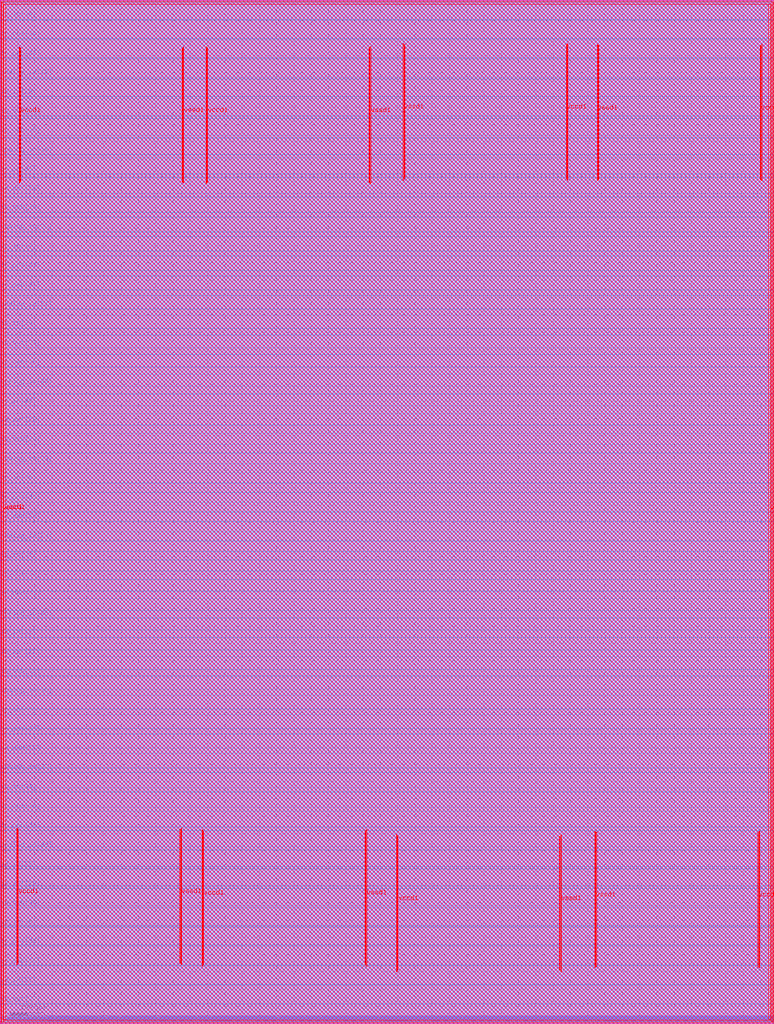
<source format=lef>
##
## LEF for PtnCells ;
## created by Innovus v20.10-p004_1 on Sat Jul 10 11:20:00 2021
##

VERSION 5.8 ;

BUSBITCHARS "[]" ;
DIVIDERCHAR "/" ;

MACRO user_proj_example
  CLASS BLOCK ;
  SIZE 2239.740000 BY 2960.040000 ;
  FOREIGN user_proj_example 0.000000 0.000000 ;
  ORIGIN 0 0 ;
  SYMMETRY X Y R90 ;
  PIN wb_clk_i
    DIRECTION INPUT ;
    USE SIGNAL ;
    PORT
      LAYER met2 ;
        RECT 4.760000 0.000000 4.900000 0.490000 ;
    END
  END wb_clk_i
  PIN wb_rst_i
    DIRECTION INPUT ;
    USE SIGNAL ;
    PORT
      LAYER met2 ;
        RECT 4.300000 0.000000 4.440000 0.490000 ;
    END
  END wb_rst_i
  PIN wbs_stb_i
    DIRECTION INPUT ;
    USE SIGNAL ;
    PORT
      LAYER met2 ;
        RECT 472.120000 0.000000 472.260000 0.490000 ;
    END
  END wbs_stb_i
  PIN wbs_cyc_i
    DIRECTION INPUT ;
    USE SIGNAL ;
    PORT
      LAYER met2 ;
        RECT 158.860000 0.000000 159.000000 0.490000 ;
    END
  END wbs_cyc_i
  PIN wbs_we_i
    DIRECTION INPUT ;
    USE SIGNAL ;
    PORT
      LAYER met2 ;
        RECT 476.720000 0.000000 476.860000 0.490000 ;
    END
  END wbs_we_i
  PIN wbs_sel_i[3]
    DIRECTION INPUT ;
    USE SIGNAL ;
    PORT
      LAYER met2 ;
        RECT 467.520000 0.000000 467.660000 0.490000 ;
    END
  END wbs_sel_i[3]
  PIN wbs_sel_i[2]
    DIRECTION INPUT ;
    USE SIGNAL ;
    PORT
      LAYER met2 ;
        RECT 462.920000 0.000000 463.060000 0.490000 ;
    END
  END wbs_sel_i[2]
  PIN wbs_sel_i[1]
    DIRECTION INPUT ;
    USE SIGNAL ;
    PORT
      LAYER met2 ;
        RECT 458.320000 0.000000 458.460000 0.490000 ;
    END
  END wbs_sel_i[1]
  PIN wbs_sel_i[0]
    DIRECTION INPUT ;
    USE SIGNAL ;
    PORT
      LAYER met2 ;
        RECT 454.180000 0.000000 454.320000 0.490000 ;
    END
  END wbs_sel_i[0]
  PIN wbs_dat_i[31]
    DIRECTION INPUT ;
    USE SIGNAL ;
    PORT
      LAYER met2 ;
        RECT 304.220000 0.000000 304.360000 0.490000 ;
    END
  END wbs_dat_i[31]
  PIN wbs_dat_i[30]
    DIRECTION INPUT ;
    USE SIGNAL ;
    PORT
      LAYER met2 ;
        RECT 299.620000 0.000000 299.760000 0.490000 ;
    END
  END wbs_dat_i[30]
  PIN wbs_dat_i[29]
    DIRECTION INPUT ;
    USE SIGNAL ;
    PORT
      LAYER met2 ;
        RECT 295.020000 0.000000 295.160000 0.490000 ;
    END
  END wbs_dat_i[29]
  PIN wbs_dat_i[28]
    DIRECTION INPUT ;
    USE SIGNAL ;
    PORT
      LAYER met2 ;
        RECT 290.420000 0.000000 290.560000 0.490000 ;
    END
  END wbs_dat_i[28]
  PIN wbs_dat_i[27]
    DIRECTION INPUT ;
    USE SIGNAL ;
    PORT
      LAYER met2 ;
        RECT 285.820000 0.000000 285.960000 0.490000 ;
    END
  END wbs_dat_i[27]
  PIN wbs_dat_i[26]
    DIRECTION INPUT ;
    USE SIGNAL ;
    PORT
      LAYER met2 ;
        RECT 281.220000 0.000000 281.360000 0.490000 ;
    END
  END wbs_dat_i[26]
  PIN wbs_dat_i[25]
    DIRECTION INPUT ;
    USE SIGNAL ;
    PORT
      LAYER met2 ;
        RECT 276.620000 0.000000 276.760000 0.490000 ;
    END
  END wbs_dat_i[25]
  PIN wbs_dat_i[24]
    DIRECTION INPUT ;
    USE SIGNAL ;
    PORT
      LAYER met2 ;
        RECT 272.480000 0.000000 272.620000 0.490000 ;
    END
  END wbs_dat_i[24]
  PIN wbs_dat_i[23]
    DIRECTION INPUT ;
    USE SIGNAL ;
    PORT
      LAYER met2 ;
        RECT 267.880000 0.000000 268.020000 0.490000 ;
    END
  END wbs_dat_i[23]
  PIN wbs_dat_i[22]
    DIRECTION INPUT ;
    USE SIGNAL ;
    PORT
      LAYER met2 ;
        RECT 263.280000 0.000000 263.420000 0.490000 ;
    END
  END wbs_dat_i[22]
  PIN wbs_dat_i[21]
    DIRECTION INPUT ;
    USE SIGNAL ;
    PORT
      LAYER met2 ;
        RECT 258.680000 0.000000 258.820000 0.490000 ;
    END
  END wbs_dat_i[21]
  PIN wbs_dat_i[20]
    DIRECTION INPUT ;
    USE SIGNAL ;
    PORT
      LAYER met2 ;
        RECT 254.080000 0.000000 254.220000 0.490000 ;
    END
  END wbs_dat_i[20]
  PIN wbs_dat_i[19]
    DIRECTION INPUT ;
    USE SIGNAL ;
    PORT
      LAYER met2 ;
        RECT 249.480000 0.000000 249.620000 0.490000 ;
    END
  END wbs_dat_i[19]
  PIN wbs_dat_i[18]
    DIRECTION INPUT ;
    USE SIGNAL ;
    PORT
      LAYER met2 ;
        RECT 244.880000 0.000000 245.020000 0.490000 ;
    END
  END wbs_dat_i[18]
  PIN wbs_dat_i[17]
    DIRECTION INPUT ;
    USE SIGNAL ;
    PORT
      LAYER met2 ;
        RECT 240.280000 0.000000 240.420000 0.490000 ;
    END
  END wbs_dat_i[17]
  PIN wbs_dat_i[16]
    DIRECTION INPUT ;
    USE SIGNAL ;
    PORT
      LAYER met2 ;
        RECT 236.140000 0.000000 236.280000 0.490000 ;
    END
  END wbs_dat_i[16]
  PIN wbs_dat_i[15]
    DIRECTION INPUT ;
    USE SIGNAL ;
    PORT
      LAYER met2 ;
        RECT 231.540000 0.000000 231.680000 0.490000 ;
    END
  END wbs_dat_i[15]
  PIN wbs_dat_i[14]
    DIRECTION INPUT ;
    USE SIGNAL ;
    PORT
      LAYER met2 ;
        RECT 226.940000 0.000000 227.080000 0.490000 ;
    END
  END wbs_dat_i[14]
  PIN wbs_dat_i[13]
    DIRECTION INPUT ;
    USE SIGNAL ;
    PORT
      LAYER met2 ;
        RECT 222.340000 0.000000 222.480000 0.490000 ;
    END
  END wbs_dat_i[13]
  PIN wbs_dat_i[12]
    DIRECTION INPUT ;
    USE SIGNAL ;
    PORT
      LAYER met2 ;
        RECT 217.740000 0.000000 217.880000 0.490000 ;
    END
  END wbs_dat_i[12]
  PIN wbs_dat_i[11]
    DIRECTION INPUT ;
    USE SIGNAL ;
    PORT
      LAYER met2 ;
        RECT 213.140000 0.000000 213.280000 0.490000 ;
    END
  END wbs_dat_i[11]
  PIN wbs_dat_i[10]
    DIRECTION INPUT ;
    USE SIGNAL ;
    PORT
      LAYER met2 ;
        RECT 208.540000 0.000000 208.680000 0.490000 ;
    END
  END wbs_dat_i[10]
  PIN wbs_dat_i[9]
    DIRECTION INPUT ;
    USE SIGNAL ;
    PORT
      LAYER met2 ;
        RECT 203.940000 0.000000 204.080000 0.490000 ;
    END
  END wbs_dat_i[9]
  PIN wbs_dat_i[8]
    DIRECTION INPUT ;
    USE SIGNAL ;
    PORT
      LAYER met2 ;
        RECT 199.800000 0.000000 199.940000 0.490000 ;
    END
  END wbs_dat_i[8]
  PIN wbs_dat_i[7]
    DIRECTION INPUT ;
    USE SIGNAL ;
    PORT
      LAYER met2 ;
        RECT 195.200000 0.000000 195.340000 0.490000 ;
    END
  END wbs_dat_i[7]
  PIN wbs_dat_i[6]
    DIRECTION INPUT ;
    USE SIGNAL ;
    PORT
      LAYER met2 ;
        RECT 190.600000 0.000000 190.740000 0.490000 ;
    END
  END wbs_dat_i[6]
  PIN wbs_dat_i[5]
    DIRECTION INPUT ;
    USE SIGNAL ;
    PORT
      LAYER met2 ;
        RECT 186.000000 0.000000 186.140000 0.490000 ;
    END
  END wbs_dat_i[5]
  PIN wbs_dat_i[4]
    DIRECTION INPUT ;
    USE SIGNAL ;
    PORT
      LAYER met2 ;
        RECT 181.400000 0.000000 181.540000 0.490000 ;
    END
  END wbs_dat_i[4]
  PIN wbs_dat_i[3]
    DIRECTION INPUT ;
    USE SIGNAL ;
    PORT
      LAYER met2 ;
        RECT 176.800000 0.000000 176.940000 0.490000 ;
    END
  END wbs_dat_i[3]
  PIN wbs_dat_i[2]
    DIRECTION INPUT ;
    USE SIGNAL ;
    PORT
      LAYER met2 ;
        RECT 172.200000 0.000000 172.340000 0.490000 ;
    END
  END wbs_dat_i[2]
  PIN wbs_dat_i[1]
    DIRECTION INPUT ;
    USE SIGNAL ;
    PORT
      LAYER met2 ;
        RECT 167.600000 0.000000 167.740000 0.490000 ;
    END
  END wbs_dat_i[1]
  PIN wbs_dat_i[0]
    DIRECTION INPUT ;
    USE SIGNAL ;
    PORT
      LAYER met2 ;
        RECT 163.460000 0.000000 163.600000 0.490000 ;
    END
  END wbs_dat_i[0]
  PIN wbs_adr_i[31]
    DIRECTION INPUT ;
    USE SIGNAL ;
    PORT
      LAYER met2 ;
        RECT 154.260000 0.000000 154.400000 0.490000 ;
    END
  END wbs_adr_i[31]
  PIN wbs_adr_i[30]
    DIRECTION INPUT ;
    USE SIGNAL ;
    PORT
      LAYER met2 ;
        RECT 149.660000 0.000000 149.800000 0.490000 ;
    END
  END wbs_adr_i[30]
  PIN wbs_adr_i[29]
    DIRECTION INPUT ;
    USE SIGNAL ;
    PORT
      LAYER met2 ;
        RECT 145.060000 0.000000 145.200000 0.490000 ;
    END
  END wbs_adr_i[29]
  PIN wbs_adr_i[28]
    DIRECTION INPUT ;
    USE SIGNAL ;
    PORT
      LAYER met2 ;
        RECT 140.460000 0.000000 140.600000 0.490000 ;
    END
  END wbs_adr_i[28]
  PIN wbs_adr_i[27]
    DIRECTION INPUT ;
    USE SIGNAL ;
    PORT
      LAYER met2 ;
        RECT 135.860000 0.000000 136.000000 0.490000 ;
    END
  END wbs_adr_i[27]
  PIN wbs_adr_i[26]
    DIRECTION INPUT ;
    USE SIGNAL ;
    PORT
      LAYER met2 ;
        RECT 131.260000 0.000000 131.400000 0.490000 ;
    END
  END wbs_adr_i[26]
  PIN wbs_adr_i[25]
    DIRECTION INPUT ;
    USE SIGNAL ;
    PORT
      LAYER met2 ;
        RECT 127.120000 0.000000 127.260000 0.490000 ;
    END
  END wbs_adr_i[25]
  PIN wbs_adr_i[24]
    DIRECTION INPUT ;
    USE SIGNAL ;
    PORT
      LAYER met2 ;
        RECT 122.520000 0.000000 122.660000 0.490000 ;
    END
  END wbs_adr_i[24]
  PIN wbs_adr_i[23]
    DIRECTION INPUT ;
    USE SIGNAL ;
    PORT
      LAYER met2 ;
        RECT 117.920000 0.000000 118.060000 0.490000 ;
    END
  END wbs_adr_i[23]
  PIN wbs_adr_i[22]
    DIRECTION INPUT ;
    USE SIGNAL ;
    PORT
      LAYER met2 ;
        RECT 113.320000 0.000000 113.460000 0.490000 ;
    END
  END wbs_adr_i[22]
  PIN wbs_adr_i[21]
    DIRECTION INPUT ;
    USE SIGNAL ;
    PORT
      LAYER met2 ;
        RECT 108.720000 0.000000 108.860000 0.490000 ;
    END
  END wbs_adr_i[21]
  PIN wbs_adr_i[20]
    DIRECTION INPUT ;
    USE SIGNAL ;
    PORT
      LAYER met2 ;
        RECT 104.120000 0.000000 104.260000 0.490000 ;
    END
  END wbs_adr_i[20]
  PIN wbs_adr_i[19]
    DIRECTION INPUT ;
    USE SIGNAL ;
    PORT
      LAYER met2 ;
        RECT 99.520000 0.000000 99.660000 0.490000 ;
    END
  END wbs_adr_i[19]
  PIN wbs_adr_i[18]
    DIRECTION INPUT ;
    USE SIGNAL ;
    PORT
      LAYER met2 ;
        RECT 94.920000 0.000000 95.060000 0.490000 ;
    END
  END wbs_adr_i[18]
  PIN wbs_adr_i[17]
    DIRECTION INPUT ;
    USE SIGNAL ;
    PORT
      LAYER met2 ;
        RECT 90.780000 0.000000 90.920000 0.490000 ;
    END
  END wbs_adr_i[17]
  PIN wbs_adr_i[16]
    DIRECTION INPUT ;
    USE SIGNAL ;
    PORT
      LAYER met2 ;
        RECT 86.180000 0.000000 86.320000 0.490000 ;
    END
  END wbs_adr_i[16]
  PIN wbs_adr_i[15]
    DIRECTION INPUT ;
    USE SIGNAL ;
    PORT
      LAYER met2 ;
        RECT 81.580000 0.000000 81.720000 0.490000 ;
    END
  END wbs_adr_i[15]
  PIN wbs_adr_i[14]
    DIRECTION INPUT ;
    USE SIGNAL ;
    PORT
      LAYER met2 ;
        RECT 76.980000 0.000000 77.120000 0.490000 ;
    END
  END wbs_adr_i[14]
  PIN wbs_adr_i[13]
    DIRECTION INPUT ;
    USE SIGNAL ;
    PORT
      LAYER met2 ;
        RECT 72.380000 0.000000 72.520000 0.490000 ;
    END
  END wbs_adr_i[13]
  PIN wbs_adr_i[12]
    DIRECTION INPUT ;
    USE SIGNAL ;
    PORT
      LAYER met2 ;
        RECT 67.780000 0.000000 67.920000 0.490000 ;
    END
  END wbs_adr_i[12]
  PIN wbs_adr_i[11]
    DIRECTION INPUT ;
    USE SIGNAL ;
    PORT
      LAYER met2 ;
        RECT 63.180000 0.000000 63.320000 0.490000 ;
    END
  END wbs_adr_i[11]
  PIN wbs_adr_i[10]
    DIRECTION INPUT ;
    USE SIGNAL ;
    PORT
      LAYER met2 ;
        RECT 58.580000 0.000000 58.720000 0.490000 ;
    END
  END wbs_adr_i[10]
  PIN wbs_adr_i[9]
    DIRECTION INPUT ;
    USE SIGNAL ;
    PORT
      LAYER met2 ;
        RECT 54.440000 0.000000 54.580000 0.490000 ;
    END
  END wbs_adr_i[9]
  PIN wbs_adr_i[8]
    DIRECTION INPUT ;
    USE SIGNAL ;
    PORT
      LAYER met2 ;
        RECT 49.840000 0.000000 49.980000 0.490000 ;
    END
  END wbs_adr_i[8]
  PIN wbs_adr_i[7]
    DIRECTION INPUT ;
    USE SIGNAL ;
    PORT
      LAYER met2 ;
        RECT 45.240000 0.000000 45.380000 0.490000 ;
    END
  END wbs_adr_i[7]
  PIN wbs_adr_i[6]
    DIRECTION INPUT ;
    USE SIGNAL ;
    PORT
      LAYER met2 ;
        RECT 40.640000 0.000000 40.780000 0.490000 ;
    END
  END wbs_adr_i[6]
  PIN wbs_adr_i[5]
    DIRECTION INPUT ;
    USE SIGNAL ;
    PORT
      LAYER met2 ;
        RECT 36.040000 0.000000 36.180000 0.490000 ;
    END
  END wbs_adr_i[5]
  PIN wbs_adr_i[4]
    DIRECTION INPUT ;
    USE SIGNAL ;
    PORT
      LAYER met2 ;
        RECT 31.440000 0.000000 31.580000 0.490000 ;
    END
  END wbs_adr_i[4]
  PIN wbs_adr_i[3]
    DIRECTION INPUT ;
    USE SIGNAL ;
    PORT
      LAYER met2 ;
        RECT 26.840000 0.000000 26.980000 0.490000 ;
    END
  END wbs_adr_i[3]
  PIN wbs_adr_i[2]
    DIRECTION INPUT ;
    USE SIGNAL ;
    PORT
      LAYER met2 ;
        RECT 22.240000 0.000000 22.380000 0.490000 ;
    END
  END wbs_adr_i[2]
  PIN wbs_adr_i[1]
    DIRECTION INPUT ;
    USE SIGNAL ;
    PORT
      LAYER met2 ;
        RECT 18.100000 0.000000 18.240000 0.490000 ;
    END
  END wbs_adr_i[1]
  PIN wbs_adr_i[0]
    DIRECTION INPUT ;
    USE SIGNAL ;
    PORT
      LAYER met2 ;
        RECT 13.500000 0.000000 13.640000 0.490000 ;
    END
  END wbs_adr_i[0]
  PIN wbs_ack_o
    DIRECTION OUTPUT ;
    USE SIGNAL ;
    PORT
      LAYER met2 ;
        RECT 8.900000 0.000000 9.040000 0.490000 ;
    END
  END wbs_ack_o
  PIN wbs_dat_o[31]
    DIRECTION OUTPUT ;
    USE SIGNAL ;
    PORT
      LAYER met2 ;
        RECT 449.580000 0.000000 449.720000 0.490000 ;
    END
  END wbs_dat_o[31]
  PIN wbs_dat_o[30]
    DIRECTION OUTPUT ;
    USE SIGNAL ;
    PORT
      LAYER met2 ;
        RECT 444.980000 0.000000 445.120000 0.490000 ;
    END
  END wbs_dat_o[30]
  PIN wbs_dat_o[29]
    DIRECTION OUTPUT ;
    USE SIGNAL ;
    PORT
      LAYER met2 ;
        RECT 440.380000 0.000000 440.520000 0.490000 ;
    END
  END wbs_dat_o[29]
  PIN wbs_dat_o[28]
    DIRECTION OUTPUT ;
    USE SIGNAL ;
    PORT
      LAYER met2 ;
        RECT 435.780000 0.000000 435.920000 0.490000 ;
    END
  END wbs_dat_o[28]
  PIN wbs_dat_o[27]
    DIRECTION OUTPUT ;
    USE SIGNAL ;
    PORT
      LAYER met2 ;
        RECT 431.180000 0.000000 431.320000 0.490000 ;
    END
  END wbs_dat_o[27]
  PIN wbs_dat_o[26]
    DIRECTION OUTPUT ;
    USE SIGNAL ;
    PORT
      LAYER met2 ;
        RECT 426.580000 0.000000 426.720000 0.490000 ;
    END
  END wbs_dat_o[26]
  PIN wbs_dat_o[25]
    DIRECTION OUTPUT ;
    USE SIGNAL ;
    PORT
      LAYER met2 ;
        RECT 421.980000 0.000000 422.120000 0.490000 ;
    END
  END wbs_dat_o[25]
  PIN wbs_dat_o[24]
    DIRECTION OUTPUT ;
    USE SIGNAL ;
    PORT
      LAYER met2 ;
        RECT 417.840000 0.000000 417.980000 0.490000 ;
    END
  END wbs_dat_o[24]
  PIN wbs_dat_o[23]
    DIRECTION OUTPUT ;
    USE SIGNAL ;
    PORT
      LAYER met2 ;
        RECT 413.240000 0.000000 413.380000 0.490000 ;
    END
  END wbs_dat_o[23]
  PIN wbs_dat_o[22]
    DIRECTION OUTPUT ;
    USE SIGNAL ;
    PORT
      LAYER met2 ;
        RECT 408.640000 0.000000 408.780000 0.490000 ;
    END
  END wbs_dat_o[22]
  PIN wbs_dat_o[21]
    DIRECTION OUTPUT ;
    USE SIGNAL ;
    PORT
      LAYER met2 ;
        RECT 404.040000 0.000000 404.180000 0.490000 ;
    END
  END wbs_dat_o[21]
  PIN wbs_dat_o[20]
    DIRECTION OUTPUT ;
    USE SIGNAL ;
    PORT
      LAYER met2 ;
        RECT 399.440000 0.000000 399.580000 0.490000 ;
    END
  END wbs_dat_o[20]
  PIN wbs_dat_o[19]
    DIRECTION OUTPUT ;
    USE SIGNAL ;
    PORT
      LAYER met2 ;
        RECT 394.840000 0.000000 394.980000 0.490000 ;
    END
  END wbs_dat_o[19]
  PIN wbs_dat_o[18]
    DIRECTION OUTPUT ;
    USE SIGNAL ;
    PORT
      LAYER met2 ;
        RECT 390.240000 0.000000 390.380000 0.490000 ;
    END
  END wbs_dat_o[18]
  PIN wbs_dat_o[17]
    DIRECTION OUTPUT ;
    USE SIGNAL ;
    PORT
      LAYER met2 ;
        RECT 385.640000 0.000000 385.780000 0.490000 ;
    END
  END wbs_dat_o[17]
  PIN wbs_dat_o[16]
    DIRECTION OUTPUT ;
    USE SIGNAL ;
    PORT
      LAYER met2 ;
        RECT 381.500000 0.000000 381.640000 0.490000 ;
    END
  END wbs_dat_o[16]
  PIN wbs_dat_o[15]
    DIRECTION OUTPUT ;
    USE SIGNAL ;
    PORT
      LAYER met2 ;
        RECT 376.900000 0.000000 377.040000 0.490000 ;
    END
  END wbs_dat_o[15]
  PIN wbs_dat_o[14]
    DIRECTION OUTPUT ;
    USE SIGNAL ;
    PORT
      LAYER met2 ;
        RECT 372.300000 0.000000 372.440000 0.490000 ;
    END
  END wbs_dat_o[14]
  PIN wbs_dat_o[13]
    DIRECTION OUTPUT ;
    USE SIGNAL ;
    PORT
      LAYER met2 ;
        RECT 367.700000 0.000000 367.840000 0.490000 ;
    END
  END wbs_dat_o[13]
  PIN wbs_dat_o[12]
    DIRECTION OUTPUT ;
    USE SIGNAL ;
    PORT
      LAYER met2 ;
        RECT 363.100000 0.000000 363.240000 0.490000 ;
    END
  END wbs_dat_o[12]
  PIN wbs_dat_o[11]
    DIRECTION OUTPUT ;
    USE SIGNAL ;
    PORT
      LAYER met2 ;
        RECT 358.500000 0.000000 358.640000 0.490000 ;
    END
  END wbs_dat_o[11]
  PIN wbs_dat_o[10]
    DIRECTION OUTPUT ;
    USE SIGNAL ;
    PORT
      LAYER met2 ;
        RECT 353.900000 0.000000 354.040000 0.490000 ;
    END
  END wbs_dat_o[10]
  PIN wbs_dat_o[9]
    DIRECTION OUTPUT ;
    USE SIGNAL ;
    PORT
      LAYER met2 ;
        RECT 349.300000 0.000000 349.440000 0.490000 ;
    END
  END wbs_dat_o[9]
  PIN wbs_dat_o[8]
    DIRECTION OUTPUT ;
    USE SIGNAL ;
    PORT
      LAYER met2 ;
        RECT 345.160000 0.000000 345.300000 0.490000 ;
    END
  END wbs_dat_o[8]
  PIN wbs_dat_o[7]
    DIRECTION OUTPUT ;
    USE SIGNAL ;
    PORT
      LAYER met2 ;
        RECT 340.560000 0.000000 340.700000 0.490000 ;
    END
  END wbs_dat_o[7]
  PIN wbs_dat_o[6]
    DIRECTION OUTPUT ;
    USE SIGNAL ;
    PORT
      LAYER met2 ;
        RECT 335.960000 0.000000 336.100000 0.490000 ;
    END
  END wbs_dat_o[6]
  PIN wbs_dat_o[5]
    DIRECTION OUTPUT ;
    USE SIGNAL ;
    PORT
      LAYER met2 ;
        RECT 331.360000 0.000000 331.500000 0.490000 ;
    END
  END wbs_dat_o[5]
  PIN wbs_dat_o[4]
    DIRECTION OUTPUT ;
    USE SIGNAL ;
    PORT
      LAYER met2 ;
        RECT 326.760000 0.000000 326.900000 0.490000 ;
    END
  END wbs_dat_o[4]
  PIN wbs_dat_o[3]
    DIRECTION OUTPUT ;
    USE SIGNAL ;
    PORT
      LAYER met2 ;
        RECT 322.160000 0.000000 322.300000 0.490000 ;
    END
  END wbs_dat_o[3]
  PIN wbs_dat_o[2]
    DIRECTION OUTPUT ;
    USE SIGNAL ;
    PORT
      LAYER met2 ;
        RECT 317.560000 0.000000 317.700000 0.490000 ;
    END
  END wbs_dat_o[2]
  PIN wbs_dat_o[1]
    DIRECTION OUTPUT ;
    USE SIGNAL ;
    PORT
      LAYER met2 ;
        RECT 312.960000 0.000000 313.100000 0.490000 ;
    END
  END wbs_dat_o[1]
  PIN wbs_dat_o[0]
    DIRECTION OUTPUT ;
    USE SIGNAL ;
    PORT
      LAYER met2 ;
        RECT 308.820000 0.000000 308.960000 0.490000 ;
    END
  END wbs_dat_o[0]
  PIN la_data_in[127]
    DIRECTION INPUT ;
    USE SIGNAL ;
    PORT
      LAYER met2 ;
        RECT 1058.160000 0.000000 1058.300000 0.490000 ;
    END
  END la_data_in[127]
  PIN la_data_in[126]
    DIRECTION INPUT ;
    USE SIGNAL ;
    PORT
      LAYER met2 ;
        RECT 1053.560000 0.000000 1053.700000 0.490000 ;
    END
  END la_data_in[126]
  PIN la_data_in[125]
    DIRECTION INPUT ;
    USE SIGNAL ;
    PORT
      LAYER met2 ;
        RECT 1048.960000 0.000000 1049.100000 0.490000 ;
    END
  END la_data_in[125]
  PIN la_data_in[124]
    DIRECTION INPUT ;
    USE SIGNAL ;
    PORT
      LAYER met2 ;
        RECT 1044.820000 0.000000 1044.960000 0.490000 ;
    END
  END la_data_in[124]
  PIN la_data_in[123]
    DIRECTION INPUT ;
    USE SIGNAL ;
    PORT
      LAYER met2 ;
        RECT 1040.220000 0.000000 1040.360000 0.490000 ;
    END
  END la_data_in[123]
  PIN la_data_in[122]
    DIRECTION INPUT ;
    USE SIGNAL ;
    PORT
      LAYER met2 ;
        RECT 1035.620000 0.000000 1035.760000 0.490000 ;
    END
  END la_data_in[122]
  PIN la_data_in[121]
    DIRECTION INPUT ;
    USE SIGNAL ;
    PORT
      LAYER met2 ;
        RECT 1031.020000 0.000000 1031.160000 0.490000 ;
    END
  END la_data_in[121]
  PIN la_data_in[120]
    DIRECTION INPUT ;
    USE SIGNAL ;
    PORT
      LAYER met2 ;
        RECT 1026.420000 0.000000 1026.560000 0.490000 ;
    END
  END la_data_in[120]
  PIN la_data_in[119]
    DIRECTION INPUT ;
    USE SIGNAL ;
    PORT
      LAYER met2 ;
        RECT 1021.820000 0.000000 1021.960000 0.490000 ;
    END
  END la_data_in[119]
  PIN la_data_in[118]
    DIRECTION INPUT ;
    USE SIGNAL ;
    PORT
      LAYER met2 ;
        RECT 1017.220000 0.000000 1017.360000 0.490000 ;
    END
  END la_data_in[118]
  PIN la_data_in[117]
    DIRECTION INPUT ;
    USE SIGNAL ;
    PORT
      LAYER met2 ;
        RECT 1012.620000 0.000000 1012.760000 0.490000 ;
    END
  END la_data_in[117]
  PIN la_data_in[116]
    DIRECTION INPUT ;
    USE SIGNAL ;
    PORT
      LAYER met2 ;
        RECT 1008.020000 0.000000 1008.160000 0.490000 ;
    END
  END la_data_in[116]
  PIN la_data_in[115]
    DIRECTION INPUT ;
    USE SIGNAL ;
    PORT
      LAYER met2 ;
        RECT 1003.880000 0.000000 1004.020000 0.490000 ;
    END
  END la_data_in[115]
  PIN la_data_in[114]
    DIRECTION INPUT ;
    USE SIGNAL ;
    PORT
      LAYER met2 ;
        RECT 999.280000 0.000000 999.420000 0.490000 ;
    END
  END la_data_in[114]
  PIN la_data_in[113]
    DIRECTION INPUT ;
    USE SIGNAL ;
    PORT
      LAYER met2 ;
        RECT 994.680000 0.000000 994.820000 0.490000 ;
    END
  END la_data_in[113]
  PIN la_data_in[112]
    DIRECTION INPUT ;
    USE SIGNAL ;
    PORT
      LAYER met2 ;
        RECT 990.080000 0.000000 990.220000 0.490000 ;
    END
  END la_data_in[112]
  PIN la_data_in[111]
    DIRECTION INPUT ;
    USE SIGNAL ;
    PORT
      LAYER met2 ;
        RECT 985.480000 0.000000 985.620000 0.490000 ;
    END
  END la_data_in[111]
  PIN la_data_in[110]
    DIRECTION INPUT ;
    USE SIGNAL ;
    PORT
      LAYER met2 ;
        RECT 980.880000 0.000000 981.020000 0.490000 ;
    END
  END la_data_in[110]
  PIN la_data_in[109]
    DIRECTION INPUT ;
    USE SIGNAL ;
    PORT
      LAYER met2 ;
        RECT 976.280000 0.000000 976.420000 0.490000 ;
    END
  END la_data_in[109]
  PIN la_data_in[108]
    DIRECTION INPUT ;
    USE SIGNAL ;
    PORT
      LAYER met2 ;
        RECT 971.680000 0.000000 971.820000 0.490000 ;
    END
  END la_data_in[108]
  PIN la_data_in[107]
    DIRECTION INPUT ;
    USE SIGNAL ;
    PORT
      LAYER met2 ;
        RECT 967.540000 0.000000 967.680000 0.490000 ;
    END
  END la_data_in[107]
  PIN la_data_in[106]
    DIRECTION INPUT ;
    USE SIGNAL ;
    PORT
      LAYER met2 ;
        RECT 962.940000 0.000000 963.080000 0.490000 ;
    END
  END la_data_in[106]
  PIN la_data_in[105]
    DIRECTION INPUT ;
    USE SIGNAL ;
    PORT
      LAYER met2 ;
        RECT 958.340000 0.000000 958.480000 0.490000 ;
    END
  END la_data_in[105]
  PIN la_data_in[104]
    DIRECTION INPUT ;
    USE SIGNAL ;
    PORT
      LAYER met2 ;
        RECT 953.740000 0.000000 953.880000 0.490000 ;
    END
  END la_data_in[104]
  PIN la_data_in[103]
    DIRECTION INPUT ;
    USE SIGNAL ;
    PORT
      LAYER met2 ;
        RECT 949.140000 0.000000 949.280000 0.490000 ;
    END
  END la_data_in[103]
  PIN la_data_in[102]
    DIRECTION INPUT ;
    USE SIGNAL ;
    PORT
      LAYER met2 ;
        RECT 944.540000 0.000000 944.680000 0.490000 ;
    END
  END la_data_in[102]
  PIN la_data_in[101]
    DIRECTION INPUT ;
    USE SIGNAL ;
    PORT
      LAYER met2 ;
        RECT 939.940000 0.000000 940.080000 0.490000 ;
    END
  END la_data_in[101]
  PIN la_data_in[100]
    DIRECTION INPUT ;
    USE SIGNAL ;
    PORT
      LAYER met2 ;
        RECT 935.340000 0.000000 935.480000 0.490000 ;
    END
  END la_data_in[100]
  PIN la_data_in[99]
    DIRECTION INPUT ;
    USE SIGNAL ;
    PORT
      LAYER met2 ;
        RECT 931.200000 0.000000 931.340000 0.490000 ;
    END
  END la_data_in[99]
  PIN la_data_in[98]
    DIRECTION INPUT ;
    USE SIGNAL ;
    PORT
      LAYER met2 ;
        RECT 926.600000 0.000000 926.740000 0.490000 ;
    END
  END la_data_in[98]
  PIN la_data_in[97]
    DIRECTION INPUT ;
    USE SIGNAL ;
    PORT
      LAYER met2 ;
        RECT 922.000000 0.000000 922.140000 0.490000 ;
    END
  END la_data_in[97]
  PIN la_data_in[96]
    DIRECTION INPUT ;
    USE SIGNAL ;
    PORT
      LAYER met2 ;
        RECT 917.400000 0.000000 917.540000 0.490000 ;
    END
  END la_data_in[96]
  PIN la_data_in[95]
    DIRECTION INPUT ;
    USE SIGNAL ;
    PORT
      LAYER met2 ;
        RECT 912.800000 0.000000 912.940000 0.490000 ;
    END
  END la_data_in[95]
  PIN la_data_in[94]
    DIRECTION INPUT ;
    USE SIGNAL ;
    PORT
      LAYER met2 ;
        RECT 908.200000 0.000000 908.340000 0.490000 ;
    END
  END la_data_in[94]
  PIN la_data_in[93]
    DIRECTION INPUT ;
    USE SIGNAL ;
    PORT
      LAYER met2 ;
        RECT 903.600000 0.000000 903.740000 0.490000 ;
    END
  END la_data_in[93]
  PIN la_data_in[92]
    DIRECTION INPUT ;
    USE SIGNAL ;
    PORT
      LAYER met2 ;
        RECT 899.000000 0.000000 899.140000 0.490000 ;
    END
  END la_data_in[92]
  PIN la_data_in[91]
    DIRECTION INPUT ;
    USE SIGNAL ;
    PORT
      LAYER met2 ;
        RECT 894.860000 0.000000 895.000000 0.490000 ;
    END
  END la_data_in[91]
  PIN la_data_in[90]
    DIRECTION INPUT ;
    USE SIGNAL ;
    PORT
      LAYER met2 ;
        RECT 890.260000 0.000000 890.400000 0.490000 ;
    END
  END la_data_in[90]
  PIN la_data_in[89]
    DIRECTION INPUT ;
    USE SIGNAL ;
    PORT
      LAYER met2 ;
        RECT 885.660000 0.000000 885.800000 0.490000 ;
    END
  END la_data_in[89]
  PIN la_data_in[88]
    DIRECTION INPUT ;
    USE SIGNAL ;
    PORT
      LAYER met2 ;
        RECT 881.060000 0.000000 881.200000 0.490000 ;
    END
  END la_data_in[88]
  PIN la_data_in[87]
    DIRECTION INPUT ;
    USE SIGNAL ;
    PORT
      LAYER met2 ;
        RECT 876.460000 0.000000 876.600000 0.490000 ;
    END
  END la_data_in[87]
  PIN la_data_in[86]
    DIRECTION INPUT ;
    USE SIGNAL ;
    PORT
      LAYER met2 ;
        RECT 871.860000 0.000000 872.000000 0.490000 ;
    END
  END la_data_in[86]
  PIN la_data_in[85]
    DIRECTION INPUT ;
    USE SIGNAL ;
    PORT
      LAYER met2 ;
        RECT 867.260000 0.000000 867.400000 0.490000 ;
    END
  END la_data_in[85]
  PIN la_data_in[84]
    DIRECTION INPUT ;
    USE SIGNAL ;
    PORT
      LAYER met2 ;
        RECT 862.660000 0.000000 862.800000 0.490000 ;
    END
  END la_data_in[84]
  PIN la_data_in[83]
    DIRECTION INPUT ;
    USE SIGNAL ;
    PORT
      LAYER met2 ;
        RECT 858.520000 0.000000 858.660000 0.490000 ;
    END
  END la_data_in[83]
  PIN la_data_in[82]
    DIRECTION INPUT ;
    USE SIGNAL ;
    PORT
      LAYER met2 ;
        RECT 853.920000 0.000000 854.060000 0.490000 ;
    END
  END la_data_in[82]
  PIN la_data_in[81]
    DIRECTION INPUT ;
    USE SIGNAL ;
    PORT
      LAYER met2 ;
        RECT 849.320000 0.000000 849.460000 0.490000 ;
    END
  END la_data_in[81]
  PIN la_data_in[80]
    DIRECTION INPUT ;
    USE SIGNAL ;
    PORT
      LAYER met2 ;
        RECT 844.720000 0.000000 844.860000 0.490000 ;
    END
  END la_data_in[80]
  PIN la_data_in[79]
    DIRECTION INPUT ;
    USE SIGNAL ;
    PORT
      LAYER met2 ;
        RECT 840.120000 0.000000 840.260000 0.490000 ;
    END
  END la_data_in[79]
  PIN la_data_in[78]
    DIRECTION INPUT ;
    USE SIGNAL ;
    PORT
      LAYER met2 ;
        RECT 835.520000 0.000000 835.660000 0.490000 ;
    END
  END la_data_in[78]
  PIN la_data_in[77]
    DIRECTION INPUT ;
    USE SIGNAL ;
    PORT
      LAYER met2 ;
        RECT 830.920000 0.000000 831.060000 0.490000 ;
    END
  END la_data_in[77]
  PIN la_data_in[76]
    DIRECTION INPUT ;
    USE SIGNAL ;
    PORT
      LAYER met2 ;
        RECT 826.320000 0.000000 826.460000 0.490000 ;
    END
  END la_data_in[76]
  PIN la_data_in[75]
    DIRECTION INPUT ;
    USE SIGNAL ;
    PORT
      LAYER met2 ;
        RECT 822.180000 0.000000 822.320000 0.490000 ;
    END
  END la_data_in[75]
  PIN la_data_in[74]
    DIRECTION INPUT ;
    USE SIGNAL ;
    PORT
      LAYER met2 ;
        RECT 817.580000 0.000000 817.720000 0.490000 ;
    END
  END la_data_in[74]
  PIN la_data_in[73]
    DIRECTION INPUT ;
    USE SIGNAL ;
    PORT
      LAYER met2 ;
        RECT 812.980000 0.000000 813.120000 0.490000 ;
    END
  END la_data_in[73]
  PIN la_data_in[72]
    DIRECTION INPUT ;
    USE SIGNAL ;
    PORT
      LAYER met2 ;
        RECT 808.380000 0.000000 808.520000 0.490000 ;
    END
  END la_data_in[72]
  PIN la_data_in[71]
    DIRECTION INPUT ;
    USE SIGNAL ;
    PORT
      LAYER met2 ;
        RECT 803.780000 0.000000 803.920000 0.490000 ;
    END
  END la_data_in[71]
  PIN la_data_in[70]
    DIRECTION INPUT ;
    USE SIGNAL ;
    PORT
      LAYER met2 ;
        RECT 799.180000 0.000000 799.320000 0.490000 ;
    END
  END la_data_in[70]
  PIN la_data_in[69]
    DIRECTION INPUT ;
    USE SIGNAL ;
    PORT
      LAYER met2 ;
        RECT 794.580000 0.000000 794.720000 0.490000 ;
    END
  END la_data_in[69]
  PIN la_data_in[68]
    DIRECTION INPUT ;
    USE SIGNAL ;
    PORT
      LAYER met2 ;
        RECT 789.980000 0.000000 790.120000 0.490000 ;
    END
  END la_data_in[68]
  PIN la_data_in[67]
    DIRECTION INPUT ;
    USE SIGNAL ;
    PORT
      LAYER met2 ;
        RECT 785.840000 0.000000 785.980000 0.490000 ;
    END
  END la_data_in[67]
  PIN la_data_in[66]
    DIRECTION INPUT ;
    USE SIGNAL ;
    PORT
      LAYER met2 ;
        RECT 781.240000 0.000000 781.380000 0.490000 ;
    END
  END la_data_in[66]
  PIN la_data_in[65]
    DIRECTION INPUT ;
    USE SIGNAL ;
    PORT
      LAYER met2 ;
        RECT 776.640000 0.000000 776.780000 0.490000 ;
    END
  END la_data_in[65]
  PIN la_data_in[64]
    DIRECTION INPUT ;
    USE SIGNAL ;
    PORT
      LAYER met2 ;
        RECT 772.040000 0.000000 772.180000 0.490000 ;
    END
  END la_data_in[64]
  PIN la_data_in[63]
    DIRECTION INPUT ;
    USE SIGNAL ;
    PORT
      LAYER met2 ;
        RECT 767.440000 0.000000 767.580000 0.490000 ;
    END
  END la_data_in[63]
  PIN la_data_in[62]
    DIRECTION INPUT ;
    USE SIGNAL ;
    PORT
      LAYER met2 ;
        RECT 762.840000 0.000000 762.980000 0.490000 ;
    END
  END la_data_in[62]
  PIN la_data_in[61]
    DIRECTION INPUT ;
    USE SIGNAL ;
    PORT
      LAYER met2 ;
        RECT 758.240000 0.000000 758.380000 0.490000 ;
    END
  END la_data_in[61]
  PIN la_data_in[60]
    DIRECTION INPUT ;
    USE SIGNAL ;
    PORT
      LAYER met2 ;
        RECT 753.640000 0.000000 753.780000 0.490000 ;
    END
  END la_data_in[60]
  PIN la_data_in[59]
    DIRECTION INPUT ;
    USE SIGNAL ;
    PORT
      LAYER met2 ;
        RECT 749.500000 0.000000 749.640000 0.490000 ;
    END
  END la_data_in[59]
  PIN la_data_in[58]
    DIRECTION INPUT ;
    USE SIGNAL ;
    PORT
      LAYER met2 ;
        RECT 744.900000 0.000000 745.040000 0.490000 ;
    END
  END la_data_in[58]
  PIN la_data_in[57]
    DIRECTION INPUT ;
    USE SIGNAL ;
    PORT
      LAYER met2 ;
        RECT 740.300000 0.000000 740.440000 0.490000 ;
    END
  END la_data_in[57]
  PIN la_data_in[56]
    DIRECTION INPUT ;
    USE SIGNAL ;
    PORT
      LAYER met2 ;
        RECT 735.700000 0.000000 735.840000 0.490000 ;
    END
  END la_data_in[56]
  PIN la_data_in[55]
    DIRECTION INPUT ;
    USE SIGNAL ;
    PORT
      LAYER met2 ;
        RECT 731.100000 0.000000 731.240000 0.490000 ;
    END
  END la_data_in[55]
  PIN la_data_in[54]
    DIRECTION INPUT ;
    USE SIGNAL ;
    PORT
      LAYER met2 ;
        RECT 726.500000 0.000000 726.640000 0.490000 ;
    END
  END la_data_in[54]
  PIN la_data_in[53]
    DIRECTION INPUT ;
    USE SIGNAL ;
    PORT
      LAYER met2 ;
        RECT 721.900000 0.000000 722.040000 0.490000 ;
    END
  END la_data_in[53]
  PIN la_data_in[52]
    DIRECTION INPUT ;
    USE SIGNAL ;
    PORT
      LAYER met2 ;
        RECT 717.300000 0.000000 717.440000 0.490000 ;
    END
  END la_data_in[52]
  PIN la_data_in[51]
    DIRECTION INPUT ;
    USE SIGNAL ;
    PORT
      LAYER met2 ;
        RECT 713.160000 0.000000 713.300000 0.490000 ;
    END
  END la_data_in[51]
  PIN la_data_in[50]
    DIRECTION INPUT ;
    USE SIGNAL ;
    PORT
      LAYER met2 ;
        RECT 708.560000 0.000000 708.700000 0.490000 ;
    END
  END la_data_in[50]
  PIN la_data_in[49]
    DIRECTION INPUT ;
    USE SIGNAL ;
    PORT
      LAYER met2 ;
        RECT 703.960000 0.000000 704.100000 0.490000 ;
    END
  END la_data_in[49]
  PIN la_data_in[48]
    DIRECTION INPUT ;
    USE SIGNAL ;
    PORT
      LAYER met2 ;
        RECT 699.360000 0.000000 699.500000 0.490000 ;
    END
  END la_data_in[48]
  PIN la_data_in[47]
    DIRECTION INPUT ;
    USE SIGNAL ;
    PORT
      LAYER met2 ;
        RECT 694.760000 0.000000 694.900000 0.490000 ;
    END
  END la_data_in[47]
  PIN la_data_in[46]
    DIRECTION INPUT ;
    USE SIGNAL ;
    PORT
      LAYER met2 ;
        RECT 690.160000 0.000000 690.300000 0.490000 ;
    END
  END la_data_in[46]
  PIN la_data_in[45]
    DIRECTION INPUT ;
    USE SIGNAL ;
    PORT
      LAYER met2 ;
        RECT 685.560000 0.000000 685.700000 0.490000 ;
    END
  END la_data_in[45]
  PIN la_data_in[44]
    DIRECTION INPUT ;
    USE SIGNAL ;
    PORT
      LAYER met2 ;
        RECT 680.960000 0.000000 681.100000 0.490000 ;
    END
  END la_data_in[44]
  PIN la_data_in[43]
    DIRECTION INPUT ;
    USE SIGNAL ;
    PORT
      LAYER met2 ;
        RECT 676.820000 0.000000 676.960000 0.490000 ;
    END
  END la_data_in[43]
  PIN la_data_in[42]
    DIRECTION INPUT ;
    USE SIGNAL ;
    PORT
      LAYER met2 ;
        RECT 672.220000 0.000000 672.360000 0.490000 ;
    END
  END la_data_in[42]
  PIN la_data_in[41]
    DIRECTION INPUT ;
    USE SIGNAL ;
    PORT
      LAYER met2 ;
        RECT 667.620000 0.000000 667.760000 0.490000 ;
    END
  END la_data_in[41]
  PIN la_data_in[40]
    DIRECTION INPUT ;
    USE SIGNAL ;
    PORT
      LAYER met2 ;
        RECT 663.020000 0.000000 663.160000 0.490000 ;
    END
  END la_data_in[40]
  PIN la_data_in[39]
    DIRECTION INPUT ;
    USE SIGNAL ;
    PORT
      LAYER met2 ;
        RECT 658.420000 0.000000 658.560000 0.490000 ;
    END
  END la_data_in[39]
  PIN la_data_in[38]
    DIRECTION INPUT ;
    USE SIGNAL ;
    PORT
      LAYER met2 ;
        RECT 653.820000 0.000000 653.960000 0.490000 ;
    END
  END la_data_in[38]
  PIN la_data_in[37]
    DIRECTION INPUT ;
    USE SIGNAL ;
    PORT
      LAYER met2 ;
        RECT 649.220000 0.000000 649.360000 0.490000 ;
    END
  END la_data_in[37]
  PIN la_data_in[36]
    DIRECTION INPUT ;
    USE SIGNAL ;
    PORT
      LAYER met2 ;
        RECT 644.620000 0.000000 644.760000 0.490000 ;
    END
  END la_data_in[36]
  PIN la_data_in[35]
    DIRECTION INPUT ;
    USE SIGNAL ;
    PORT
      LAYER met2 ;
        RECT 640.480000 0.000000 640.620000 0.490000 ;
    END
  END la_data_in[35]
  PIN la_data_in[34]
    DIRECTION INPUT ;
    USE SIGNAL ;
    PORT
      LAYER met2 ;
        RECT 635.880000 0.000000 636.020000 0.490000 ;
    END
  END la_data_in[34]
  PIN la_data_in[33]
    DIRECTION INPUT ;
    USE SIGNAL ;
    PORT
      LAYER met2 ;
        RECT 631.280000 0.000000 631.420000 0.490000 ;
    END
  END la_data_in[33]
  PIN la_data_in[32]
    DIRECTION INPUT ;
    USE SIGNAL ;
    PORT
      LAYER met2 ;
        RECT 626.680000 0.000000 626.820000 0.490000 ;
    END
  END la_data_in[32]
  PIN la_data_in[31]
    DIRECTION INPUT ;
    USE SIGNAL ;
    PORT
      LAYER met2 ;
        RECT 622.080000 0.000000 622.220000 0.490000 ;
    END
  END la_data_in[31]
  PIN la_data_in[30]
    DIRECTION INPUT ;
    USE SIGNAL ;
    PORT
      LAYER met2 ;
        RECT 617.480000 0.000000 617.620000 0.490000 ;
    END
  END la_data_in[30]
  PIN la_data_in[29]
    DIRECTION INPUT ;
    USE SIGNAL ;
    PORT
      LAYER met2 ;
        RECT 612.880000 0.000000 613.020000 0.490000 ;
    END
  END la_data_in[29]
  PIN la_data_in[28]
    DIRECTION INPUT ;
    USE SIGNAL ;
    PORT
      LAYER met2 ;
        RECT 608.280000 0.000000 608.420000 0.490000 ;
    END
  END la_data_in[28]
  PIN la_data_in[27]
    DIRECTION INPUT ;
    USE SIGNAL ;
    PORT
      LAYER met2 ;
        RECT 604.140000 0.000000 604.280000 0.490000 ;
    END
  END la_data_in[27]
  PIN la_data_in[26]
    DIRECTION INPUT ;
    USE SIGNAL ;
    PORT
      LAYER met2 ;
        RECT 599.540000 0.000000 599.680000 0.490000 ;
    END
  END la_data_in[26]
  PIN la_data_in[25]
    DIRECTION INPUT ;
    USE SIGNAL ;
    PORT
      LAYER met2 ;
        RECT 594.940000 0.000000 595.080000 0.490000 ;
    END
  END la_data_in[25]
  PIN la_data_in[24]
    DIRECTION INPUT ;
    USE SIGNAL ;
    PORT
      LAYER met2 ;
        RECT 590.340000 0.000000 590.480000 0.490000 ;
    END
  END la_data_in[24]
  PIN la_data_in[23]
    DIRECTION INPUT ;
    USE SIGNAL ;
    PORT
      LAYER met2 ;
        RECT 585.740000 0.000000 585.880000 0.490000 ;
    END
  END la_data_in[23]
  PIN la_data_in[22]
    DIRECTION INPUT ;
    USE SIGNAL ;
    PORT
      LAYER met2 ;
        RECT 581.140000 0.000000 581.280000 0.490000 ;
    END
  END la_data_in[22]
  PIN la_data_in[21]
    DIRECTION INPUT ;
    USE SIGNAL ;
    PORT
      LAYER met2 ;
        RECT 576.540000 0.000000 576.680000 0.490000 ;
    END
  END la_data_in[21]
  PIN la_data_in[20]
    DIRECTION INPUT ;
    USE SIGNAL ;
    PORT
      LAYER met2 ;
        RECT 571.940000 0.000000 572.080000 0.490000 ;
    END
  END la_data_in[20]
  PIN la_data_in[19]
    DIRECTION INPUT ;
    USE SIGNAL ;
    PORT
      LAYER met2 ;
        RECT 567.800000 0.000000 567.940000 0.490000 ;
    END
  END la_data_in[19]
  PIN la_data_in[18]
    DIRECTION INPUT ;
    USE SIGNAL ;
    PORT
      LAYER met2 ;
        RECT 563.200000 0.000000 563.340000 0.490000 ;
    END
  END la_data_in[18]
  PIN la_data_in[17]
    DIRECTION INPUT ;
    USE SIGNAL ;
    PORT
      LAYER met2 ;
        RECT 558.600000 0.000000 558.740000 0.490000 ;
    END
  END la_data_in[17]
  PIN la_data_in[16]
    DIRECTION INPUT ;
    USE SIGNAL ;
    PORT
      LAYER met2 ;
        RECT 554.000000 0.000000 554.140000 0.490000 ;
    END
  END la_data_in[16]
  PIN la_data_in[15]
    DIRECTION INPUT ;
    USE SIGNAL ;
    PORT
      LAYER met2 ;
        RECT 549.400000 0.000000 549.540000 0.490000 ;
    END
  END la_data_in[15]
  PIN la_data_in[14]
    DIRECTION INPUT ;
    USE SIGNAL ;
    PORT
      LAYER met2 ;
        RECT 544.800000 0.000000 544.940000 0.490000 ;
    END
  END la_data_in[14]
  PIN la_data_in[13]
    DIRECTION INPUT ;
    USE SIGNAL ;
    PORT
      LAYER met2 ;
        RECT 540.200000 0.000000 540.340000 0.490000 ;
    END
  END la_data_in[13]
  PIN la_data_in[12]
    DIRECTION INPUT ;
    USE SIGNAL ;
    PORT
      LAYER met2 ;
        RECT 535.600000 0.000000 535.740000 0.490000 ;
    END
  END la_data_in[12]
  PIN la_data_in[11]
    DIRECTION INPUT ;
    USE SIGNAL ;
    PORT
      LAYER met2 ;
        RECT 531.460000 0.000000 531.600000 0.490000 ;
    END
  END la_data_in[11]
  PIN la_data_in[10]
    DIRECTION INPUT ;
    USE SIGNAL ;
    PORT
      LAYER met2 ;
        RECT 526.860000 0.000000 527.000000 0.490000 ;
    END
  END la_data_in[10]
  PIN la_data_in[9]
    DIRECTION INPUT ;
    USE SIGNAL ;
    PORT
      LAYER met2 ;
        RECT 522.260000 0.000000 522.400000 0.490000 ;
    END
  END la_data_in[9]
  PIN la_data_in[8]
    DIRECTION INPUT ;
    USE SIGNAL ;
    PORT
      LAYER met2 ;
        RECT 517.660000 0.000000 517.800000 0.490000 ;
    END
  END la_data_in[8]
  PIN la_data_in[7]
    DIRECTION INPUT ;
    USE SIGNAL ;
    PORT
      LAYER met2 ;
        RECT 513.060000 0.000000 513.200000 0.490000 ;
    END
  END la_data_in[7]
  PIN la_data_in[6]
    DIRECTION INPUT ;
    USE SIGNAL ;
    PORT
      LAYER met2 ;
        RECT 508.460000 0.000000 508.600000 0.490000 ;
    END
  END la_data_in[6]
  PIN la_data_in[5]
    DIRECTION INPUT ;
    USE SIGNAL ;
    PORT
      LAYER met2 ;
        RECT 503.860000 0.000000 504.000000 0.490000 ;
    END
  END la_data_in[5]
  PIN la_data_in[4]
    DIRECTION INPUT ;
    USE SIGNAL ;
    PORT
      LAYER met2 ;
        RECT 499.260000 0.000000 499.400000 0.490000 ;
    END
  END la_data_in[4]
  PIN la_data_in[3]
    DIRECTION INPUT ;
    USE SIGNAL ;
    PORT
      LAYER met2 ;
        RECT 494.660000 0.000000 494.800000 0.490000 ;
    END
  END la_data_in[3]
  PIN la_data_in[2]
    DIRECTION INPUT ;
    USE SIGNAL ;
    PORT
      LAYER met2 ;
        RECT 490.520000 0.000000 490.660000 0.490000 ;
    END
  END la_data_in[2]
  PIN la_data_in[1]
    DIRECTION INPUT ;
    USE SIGNAL ;
    PORT
      LAYER met2 ;
        RECT 485.920000 0.000000 486.060000 0.490000 ;
    END
  END la_data_in[1]
  PIN la_data_in[0]
    DIRECTION INPUT ;
    USE SIGNAL ;
    PORT
      LAYER met2 ;
        RECT 481.320000 0.000000 481.460000 0.490000 ;
    END
  END la_data_in[0]
  PIN la_data_out[127]
    DIRECTION OUTPUT ;
    USE SIGNAL ;
    PORT
      LAYER met2 ;
        RECT 1639.600000 0.000000 1639.740000 0.490000 ;
    END
  END la_data_out[127]
  PIN la_data_out[126]
    DIRECTION OUTPUT ;
    USE SIGNAL ;
    PORT
      LAYER met2 ;
        RECT 1635.000000 0.000000 1635.140000 0.490000 ;
    END
  END la_data_out[126]
  PIN la_data_out[125]
    DIRECTION OUTPUT ;
    USE SIGNAL ;
    PORT
      LAYER met2 ;
        RECT 1630.860000 0.000000 1631.000000 0.490000 ;
    END
  END la_data_out[125]
  PIN la_data_out[124]
    DIRECTION OUTPUT ;
    USE SIGNAL ;
    PORT
      LAYER met2 ;
        RECT 1626.260000 0.000000 1626.400000 0.490000 ;
    END
  END la_data_out[124]
  PIN la_data_out[123]
    DIRECTION OUTPUT ;
    USE SIGNAL ;
    PORT
      LAYER met2 ;
        RECT 1621.660000 0.000000 1621.800000 0.490000 ;
    END
  END la_data_out[123]
  PIN la_data_out[122]
    DIRECTION OUTPUT ;
    USE SIGNAL ;
    PORT
      LAYER met2 ;
        RECT 1617.060000 0.000000 1617.200000 0.490000 ;
    END
  END la_data_out[122]
  PIN la_data_out[121]
    DIRECTION OUTPUT ;
    USE SIGNAL ;
    PORT
      LAYER met2 ;
        RECT 1612.460000 0.000000 1612.600000 0.490000 ;
    END
  END la_data_out[121]
  PIN la_data_out[120]
    DIRECTION OUTPUT ;
    USE SIGNAL ;
    PORT
      LAYER met2 ;
        RECT 1607.860000 0.000000 1608.000000 0.490000 ;
    END
  END la_data_out[120]
  PIN la_data_out[119]
    DIRECTION OUTPUT ;
    USE SIGNAL ;
    PORT
      LAYER met2 ;
        RECT 1603.260000 0.000000 1603.400000 0.490000 ;
    END
  END la_data_out[119]
  PIN la_data_out[118]
    DIRECTION OUTPUT ;
    USE SIGNAL ;
    PORT
      LAYER met2 ;
        RECT 1598.660000 0.000000 1598.800000 0.490000 ;
    END
  END la_data_out[118]
  PIN la_data_out[117]
    DIRECTION OUTPUT ;
    USE SIGNAL ;
    PORT
      LAYER met2 ;
        RECT 1594.520000 0.000000 1594.660000 0.490000 ;
    END
  END la_data_out[117]
  PIN la_data_out[116]
    DIRECTION OUTPUT ;
    USE SIGNAL ;
    PORT
      LAYER met2 ;
        RECT 1589.920000 0.000000 1590.060000 0.490000 ;
    END
  END la_data_out[116]
  PIN la_data_out[115]
    DIRECTION OUTPUT ;
    USE SIGNAL ;
    PORT
      LAYER met2 ;
        RECT 1585.320000 0.000000 1585.460000 0.490000 ;
    END
  END la_data_out[115]
  PIN la_data_out[114]
    DIRECTION OUTPUT ;
    USE SIGNAL ;
    PORT
      LAYER met2 ;
        RECT 1580.720000 0.000000 1580.860000 0.490000 ;
    END
  END la_data_out[114]
  PIN la_data_out[113]
    DIRECTION OUTPUT ;
    USE SIGNAL ;
    PORT
      LAYER met2 ;
        RECT 1576.120000 0.000000 1576.260000 0.490000 ;
    END
  END la_data_out[113]
  PIN la_data_out[112]
    DIRECTION OUTPUT ;
    USE SIGNAL ;
    PORT
      LAYER met2 ;
        RECT 1571.520000 0.000000 1571.660000 0.490000 ;
    END
  END la_data_out[112]
  PIN la_data_out[111]
    DIRECTION OUTPUT ;
    USE SIGNAL ;
    PORT
      LAYER met2 ;
        RECT 1566.920000 0.000000 1567.060000 0.490000 ;
    END
  END la_data_out[111]
  PIN la_data_out[110]
    DIRECTION OUTPUT ;
    USE SIGNAL ;
    PORT
      LAYER met2 ;
        RECT 1562.320000 0.000000 1562.460000 0.490000 ;
    END
  END la_data_out[110]
  PIN la_data_out[109]
    DIRECTION OUTPUT ;
    USE SIGNAL ;
    PORT
      LAYER met2 ;
        RECT 1558.180000 0.000000 1558.320000 0.490000 ;
    END
  END la_data_out[109]
  PIN la_data_out[108]
    DIRECTION OUTPUT ;
    USE SIGNAL ;
    PORT
      LAYER met2 ;
        RECT 1553.580000 0.000000 1553.720000 0.490000 ;
    END
  END la_data_out[108]
  PIN la_data_out[107]
    DIRECTION OUTPUT ;
    USE SIGNAL ;
    PORT
      LAYER met2 ;
        RECT 1548.980000 0.000000 1549.120000 0.490000 ;
    END
  END la_data_out[107]
  PIN la_data_out[106]
    DIRECTION OUTPUT ;
    USE SIGNAL ;
    PORT
      LAYER met2 ;
        RECT 1544.380000 0.000000 1544.520000 0.490000 ;
    END
  END la_data_out[106]
  PIN la_data_out[105]
    DIRECTION OUTPUT ;
    USE SIGNAL ;
    PORT
      LAYER met2 ;
        RECT 1539.780000 0.000000 1539.920000 0.490000 ;
    END
  END la_data_out[105]
  PIN la_data_out[104]
    DIRECTION OUTPUT ;
    USE SIGNAL ;
    PORT
      LAYER met2 ;
        RECT 1535.180000 0.000000 1535.320000 0.490000 ;
    END
  END la_data_out[104]
  PIN la_data_out[103]
    DIRECTION OUTPUT ;
    USE SIGNAL ;
    PORT
      LAYER met2 ;
        RECT 1530.580000 0.000000 1530.720000 0.490000 ;
    END
  END la_data_out[103]
  PIN la_data_out[102]
    DIRECTION OUTPUT ;
    USE SIGNAL ;
    PORT
      LAYER met2 ;
        RECT 1525.980000 0.000000 1526.120000 0.490000 ;
    END
  END la_data_out[102]
  PIN la_data_out[101]
    DIRECTION OUTPUT ;
    USE SIGNAL ;
    PORT
      LAYER met2 ;
        RECT 1521.380000 0.000000 1521.520000 0.490000 ;
    END
  END la_data_out[101]
  PIN la_data_out[100]
    DIRECTION OUTPUT ;
    USE SIGNAL ;
    PORT
      LAYER met2 ;
        RECT 1517.240000 0.000000 1517.380000 0.490000 ;
    END
  END la_data_out[100]
  PIN la_data_out[99]
    DIRECTION OUTPUT ;
    USE SIGNAL ;
    PORT
      LAYER met2 ;
        RECT 1512.640000 0.000000 1512.780000 0.490000 ;
    END
  END la_data_out[99]
  PIN la_data_out[98]
    DIRECTION OUTPUT ;
    USE SIGNAL ;
    PORT
      LAYER met2 ;
        RECT 1508.040000 0.000000 1508.180000 0.490000 ;
    END
  END la_data_out[98]
  PIN la_data_out[97]
    DIRECTION OUTPUT ;
    USE SIGNAL ;
    PORT
      LAYER met2 ;
        RECT 1503.440000 0.000000 1503.580000 0.490000 ;
    END
  END la_data_out[97]
  PIN la_data_out[96]
    DIRECTION OUTPUT ;
    USE SIGNAL ;
    PORT
      LAYER met2 ;
        RECT 1498.840000 0.000000 1498.980000 0.490000 ;
    END
  END la_data_out[96]
  PIN la_data_out[95]
    DIRECTION OUTPUT ;
    USE SIGNAL ;
    PORT
      LAYER met2 ;
        RECT 1494.240000 0.000000 1494.380000 0.490000 ;
    END
  END la_data_out[95]
  PIN la_data_out[94]
    DIRECTION OUTPUT ;
    USE SIGNAL ;
    PORT
      LAYER met2 ;
        RECT 1489.640000 0.000000 1489.780000 0.490000 ;
    END
  END la_data_out[94]
  PIN la_data_out[93]
    DIRECTION OUTPUT ;
    USE SIGNAL ;
    PORT
      LAYER met2 ;
        RECT 1485.040000 0.000000 1485.180000 0.490000 ;
    END
  END la_data_out[93]
  PIN la_data_out[92]
    DIRECTION OUTPUT ;
    USE SIGNAL ;
    PORT
      LAYER met2 ;
        RECT 1480.900000 0.000000 1481.040000 0.490000 ;
    END
  END la_data_out[92]
  PIN la_data_out[91]
    DIRECTION OUTPUT ;
    USE SIGNAL ;
    PORT
      LAYER met2 ;
        RECT 1476.300000 0.000000 1476.440000 0.490000 ;
    END
  END la_data_out[91]
  PIN la_data_out[90]
    DIRECTION OUTPUT ;
    USE SIGNAL ;
    PORT
      LAYER met2 ;
        RECT 1471.700000 0.000000 1471.840000 0.490000 ;
    END
  END la_data_out[90]
  PIN la_data_out[89]
    DIRECTION OUTPUT ;
    USE SIGNAL ;
    PORT
      LAYER met2 ;
        RECT 1467.100000 0.000000 1467.240000 0.490000 ;
    END
  END la_data_out[89]
  PIN la_data_out[88]
    DIRECTION OUTPUT ;
    USE SIGNAL ;
    PORT
      LAYER met2 ;
        RECT 1462.500000 0.000000 1462.640000 0.490000 ;
    END
  END la_data_out[88]
  PIN la_data_out[87]
    DIRECTION OUTPUT ;
    USE SIGNAL ;
    PORT
      LAYER met2 ;
        RECT 1457.900000 0.000000 1458.040000 0.490000 ;
    END
  END la_data_out[87]
  PIN la_data_out[86]
    DIRECTION OUTPUT ;
    USE SIGNAL ;
    PORT
      LAYER met2 ;
        RECT 1453.300000 0.000000 1453.440000 0.490000 ;
    END
  END la_data_out[86]
  PIN la_data_out[85]
    DIRECTION OUTPUT ;
    USE SIGNAL ;
    PORT
      LAYER met2 ;
        RECT 1448.700000 0.000000 1448.840000 0.490000 ;
    END
  END la_data_out[85]
  PIN la_data_out[84]
    DIRECTION OUTPUT ;
    USE SIGNAL ;
    PORT
      LAYER met2 ;
        RECT 1444.560000 0.000000 1444.700000 0.490000 ;
    END
  END la_data_out[84]
  PIN la_data_out[83]
    DIRECTION OUTPUT ;
    USE SIGNAL ;
    PORT
      LAYER met2 ;
        RECT 1439.960000 0.000000 1440.100000 0.490000 ;
    END
  END la_data_out[83]
  PIN la_data_out[82]
    DIRECTION OUTPUT ;
    USE SIGNAL ;
    PORT
      LAYER met2 ;
        RECT 1435.360000 0.000000 1435.500000 0.490000 ;
    END
  END la_data_out[82]
  PIN la_data_out[81]
    DIRECTION OUTPUT ;
    USE SIGNAL ;
    PORT
      LAYER met2 ;
        RECT 1430.760000 0.000000 1430.900000 0.490000 ;
    END
  END la_data_out[81]
  PIN la_data_out[80]
    DIRECTION OUTPUT ;
    USE SIGNAL ;
    PORT
      LAYER met2 ;
        RECT 1426.160000 0.000000 1426.300000 0.490000 ;
    END
  END la_data_out[80]
  PIN la_data_out[79]
    DIRECTION OUTPUT ;
    USE SIGNAL ;
    PORT
      LAYER met2 ;
        RECT 1421.560000 0.000000 1421.700000 0.490000 ;
    END
  END la_data_out[79]
  PIN la_data_out[78]
    DIRECTION OUTPUT ;
    USE SIGNAL ;
    PORT
      LAYER met2 ;
        RECT 1416.960000 0.000000 1417.100000 0.490000 ;
    END
  END la_data_out[78]
  PIN la_data_out[77]
    DIRECTION OUTPUT ;
    USE SIGNAL ;
    PORT
      LAYER met2 ;
        RECT 1412.360000 0.000000 1412.500000 0.490000 ;
    END
  END la_data_out[77]
  PIN la_data_out[76]
    DIRECTION OUTPUT ;
    USE SIGNAL ;
    PORT
      LAYER met2 ;
        RECT 1408.220000 0.000000 1408.360000 0.490000 ;
    END
  END la_data_out[76]
  PIN la_data_out[75]
    DIRECTION OUTPUT ;
    USE SIGNAL ;
    PORT
      LAYER met2 ;
        RECT 1403.620000 0.000000 1403.760000 0.490000 ;
    END
  END la_data_out[75]
  PIN la_data_out[74]
    DIRECTION OUTPUT ;
    USE SIGNAL ;
    PORT
      LAYER met2 ;
        RECT 1399.020000 0.000000 1399.160000 0.490000 ;
    END
  END la_data_out[74]
  PIN la_data_out[73]
    DIRECTION OUTPUT ;
    USE SIGNAL ;
    PORT
      LAYER met2 ;
        RECT 1394.420000 0.000000 1394.560000 0.490000 ;
    END
  END la_data_out[73]
  PIN la_data_out[72]
    DIRECTION OUTPUT ;
    USE SIGNAL ;
    PORT
      LAYER met2 ;
        RECT 1389.820000 0.000000 1389.960000 0.490000 ;
    END
  END la_data_out[72]
  PIN la_data_out[71]
    DIRECTION OUTPUT ;
    USE SIGNAL ;
    PORT
      LAYER met2 ;
        RECT 1385.220000 0.000000 1385.360000 0.490000 ;
    END
  END la_data_out[71]
  PIN la_data_out[70]
    DIRECTION OUTPUT ;
    USE SIGNAL ;
    PORT
      LAYER met2 ;
        RECT 1380.620000 0.000000 1380.760000 0.490000 ;
    END
  END la_data_out[70]
  PIN la_data_out[69]
    DIRECTION OUTPUT ;
    USE SIGNAL ;
    PORT
      LAYER met2 ;
        RECT 1376.020000 0.000000 1376.160000 0.490000 ;
    END
  END la_data_out[69]
  PIN la_data_out[68]
    DIRECTION OUTPUT ;
    USE SIGNAL ;
    PORT
      LAYER met2 ;
        RECT 1371.880000 0.000000 1372.020000 0.490000 ;
    END
  END la_data_out[68]
  PIN la_data_out[67]
    DIRECTION OUTPUT ;
    USE SIGNAL ;
    PORT
      LAYER met2 ;
        RECT 1367.280000 0.000000 1367.420000 0.490000 ;
    END
  END la_data_out[67]
  PIN la_data_out[66]
    DIRECTION OUTPUT ;
    USE SIGNAL ;
    PORT
      LAYER met2 ;
        RECT 1362.680000 0.000000 1362.820000 0.490000 ;
    END
  END la_data_out[66]
  PIN la_data_out[65]
    DIRECTION OUTPUT ;
    USE SIGNAL ;
    PORT
      LAYER met2 ;
        RECT 1358.080000 0.000000 1358.220000 0.490000 ;
    END
  END la_data_out[65]
  PIN la_data_out[64]
    DIRECTION OUTPUT ;
    USE SIGNAL ;
    PORT
      LAYER met2 ;
        RECT 1353.480000 0.000000 1353.620000 0.490000 ;
    END
  END la_data_out[64]
  PIN la_data_out[63]
    DIRECTION OUTPUT ;
    USE SIGNAL ;
    PORT
      LAYER met2 ;
        RECT 1348.880000 0.000000 1349.020000 0.490000 ;
    END
  END la_data_out[63]
  PIN la_data_out[62]
    DIRECTION OUTPUT ;
    USE SIGNAL ;
    PORT
      LAYER met2 ;
        RECT 1344.280000 0.000000 1344.420000 0.490000 ;
    END
  END la_data_out[62]
  PIN la_data_out[61]
    DIRECTION OUTPUT ;
    USE SIGNAL ;
    PORT
      LAYER met2 ;
        RECT 1339.680000 0.000000 1339.820000 0.490000 ;
    END
  END la_data_out[61]
  PIN la_data_out[60]
    DIRECTION OUTPUT ;
    USE SIGNAL ;
    PORT
      LAYER met2 ;
        RECT 1335.540000 0.000000 1335.680000 0.490000 ;
    END
  END la_data_out[60]
  PIN la_data_out[59]
    DIRECTION OUTPUT ;
    USE SIGNAL ;
    PORT
      LAYER met2 ;
        RECT 1330.940000 0.000000 1331.080000 0.490000 ;
    END
  END la_data_out[59]
  PIN la_data_out[58]
    DIRECTION OUTPUT ;
    USE SIGNAL ;
    PORT
      LAYER met2 ;
        RECT 1326.340000 0.000000 1326.480000 0.490000 ;
    END
  END la_data_out[58]
  PIN la_data_out[57]
    DIRECTION OUTPUT ;
    USE SIGNAL ;
    PORT
      LAYER met2 ;
        RECT 1321.740000 0.000000 1321.880000 0.490000 ;
    END
  END la_data_out[57]
  PIN la_data_out[56]
    DIRECTION OUTPUT ;
    USE SIGNAL ;
    PORT
      LAYER met2 ;
        RECT 1317.140000 0.000000 1317.280000 0.490000 ;
    END
  END la_data_out[56]
  PIN la_data_out[55]
    DIRECTION OUTPUT ;
    USE SIGNAL ;
    PORT
      LAYER met2 ;
        RECT 1312.540000 0.000000 1312.680000 0.490000 ;
    END
  END la_data_out[55]
  PIN la_data_out[54]
    DIRECTION OUTPUT ;
    USE SIGNAL ;
    PORT
      LAYER met2 ;
        RECT 1307.940000 0.000000 1308.080000 0.490000 ;
    END
  END la_data_out[54]
  PIN la_data_out[53]
    DIRECTION OUTPUT ;
    USE SIGNAL ;
    PORT
      LAYER met2 ;
        RECT 1303.340000 0.000000 1303.480000 0.490000 ;
    END
  END la_data_out[53]
  PIN la_data_out[52]
    DIRECTION OUTPUT ;
    USE SIGNAL ;
    PORT
      LAYER met2 ;
        RECT 1299.200000 0.000000 1299.340000 0.490000 ;
    END
  END la_data_out[52]
  PIN la_data_out[51]
    DIRECTION OUTPUT ;
    USE SIGNAL ;
    PORT
      LAYER met2 ;
        RECT 1294.600000 0.000000 1294.740000 0.490000 ;
    END
  END la_data_out[51]
  PIN la_data_out[50]
    DIRECTION OUTPUT ;
    USE SIGNAL ;
    PORT
      LAYER met2 ;
        RECT 1290.000000 0.000000 1290.140000 0.490000 ;
    END
  END la_data_out[50]
  PIN la_data_out[49]
    DIRECTION OUTPUT ;
    USE SIGNAL ;
    PORT
      LAYER met2 ;
        RECT 1285.400000 0.000000 1285.540000 0.490000 ;
    END
  END la_data_out[49]
  PIN la_data_out[48]
    DIRECTION OUTPUT ;
    USE SIGNAL ;
    PORT
      LAYER met2 ;
        RECT 1280.800000 0.000000 1280.940000 0.490000 ;
    END
  END la_data_out[48]
  PIN la_data_out[47]
    DIRECTION OUTPUT ;
    USE SIGNAL ;
    PORT
      LAYER met2 ;
        RECT 1276.200000 0.000000 1276.340000 0.490000 ;
    END
  END la_data_out[47]
  PIN la_data_out[46]
    DIRECTION OUTPUT ;
    USE SIGNAL ;
    PORT
      LAYER met2 ;
        RECT 1271.600000 0.000000 1271.740000 0.490000 ;
    END
  END la_data_out[46]
  PIN la_data_out[45]
    DIRECTION OUTPUT ;
    USE SIGNAL ;
    PORT
      LAYER met2 ;
        RECT 1267.000000 0.000000 1267.140000 0.490000 ;
    END
  END la_data_out[45]
  PIN la_data_out[44]
    DIRECTION OUTPUT ;
    USE SIGNAL ;
    PORT
      LAYER met2 ;
        RECT 1262.860000 0.000000 1263.000000 0.490000 ;
    END
  END la_data_out[44]
  PIN la_data_out[43]
    DIRECTION OUTPUT ;
    USE SIGNAL ;
    PORT
      LAYER met2 ;
        RECT 1258.260000 0.000000 1258.400000 0.490000 ;
    END
  END la_data_out[43]
  PIN la_data_out[42]
    DIRECTION OUTPUT ;
    USE SIGNAL ;
    PORT
      LAYER met2 ;
        RECT 1253.660000 0.000000 1253.800000 0.490000 ;
    END
  END la_data_out[42]
  PIN la_data_out[41]
    DIRECTION OUTPUT ;
    USE SIGNAL ;
    PORT
      LAYER met2 ;
        RECT 1249.060000 0.000000 1249.200000 0.490000 ;
    END
  END la_data_out[41]
  PIN la_data_out[40]
    DIRECTION OUTPUT ;
    USE SIGNAL ;
    PORT
      LAYER met2 ;
        RECT 1244.460000 0.000000 1244.600000 0.490000 ;
    END
  END la_data_out[40]
  PIN la_data_out[39]
    DIRECTION OUTPUT ;
    USE SIGNAL ;
    PORT
      LAYER met2 ;
        RECT 1239.860000 0.000000 1240.000000 0.490000 ;
    END
  END la_data_out[39]
  PIN la_data_out[38]
    DIRECTION OUTPUT ;
    USE SIGNAL ;
    PORT
      LAYER met2 ;
        RECT 1235.260000 0.000000 1235.400000 0.490000 ;
    END
  END la_data_out[38]
  PIN la_data_out[37]
    DIRECTION OUTPUT ;
    USE SIGNAL ;
    PORT
      LAYER met2 ;
        RECT 1230.660000 0.000000 1230.800000 0.490000 ;
    END
  END la_data_out[37]
  PIN la_data_out[36]
    DIRECTION OUTPUT ;
    USE SIGNAL ;
    PORT
      LAYER met2 ;
        RECT 1226.520000 0.000000 1226.660000 0.490000 ;
    END
  END la_data_out[36]
  PIN la_data_out[35]
    DIRECTION OUTPUT ;
    USE SIGNAL ;
    PORT
      LAYER met2 ;
        RECT 1221.920000 0.000000 1222.060000 0.490000 ;
    END
  END la_data_out[35]
  PIN la_data_out[34]
    DIRECTION OUTPUT ;
    USE SIGNAL ;
    PORT
      LAYER met2 ;
        RECT 1217.320000 0.000000 1217.460000 0.490000 ;
    END
  END la_data_out[34]
  PIN la_data_out[33]
    DIRECTION OUTPUT ;
    USE SIGNAL ;
    PORT
      LAYER met2 ;
        RECT 1212.720000 0.000000 1212.860000 0.490000 ;
    END
  END la_data_out[33]
  PIN la_data_out[32]
    DIRECTION OUTPUT ;
    USE SIGNAL ;
    PORT
      LAYER met2 ;
        RECT 1208.120000 0.000000 1208.260000 0.490000 ;
    END
  END la_data_out[32]
  PIN la_data_out[31]
    DIRECTION OUTPUT ;
    USE SIGNAL ;
    PORT
      LAYER met2 ;
        RECT 1203.520000 0.000000 1203.660000 0.490000 ;
    END
  END la_data_out[31]
  PIN la_data_out[30]
    DIRECTION OUTPUT ;
    USE SIGNAL ;
    PORT
      LAYER met2 ;
        RECT 1198.920000 0.000000 1199.060000 0.490000 ;
    END
  END la_data_out[30]
  PIN la_data_out[29]
    DIRECTION OUTPUT ;
    USE SIGNAL ;
    PORT
      LAYER met2 ;
        RECT 1194.320000 0.000000 1194.460000 0.490000 ;
    END
  END la_data_out[29]
  PIN la_data_out[28]
    DIRECTION OUTPUT ;
    USE SIGNAL ;
    PORT
      LAYER met2 ;
        RECT 1190.180000 0.000000 1190.320000 0.490000 ;
    END
  END la_data_out[28]
  PIN la_data_out[27]
    DIRECTION OUTPUT ;
    USE SIGNAL ;
    PORT
      LAYER met2 ;
        RECT 1185.580000 0.000000 1185.720000 0.490000 ;
    END
  END la_data_out[27]
  PIN la_data_out[26]
    DIRECTION OUTPUT ;
    USE SIGNAL ;
    PORT
      LAYER met2 ;
        RECT 1180.980000 0.000000 1181.120000 0.490000 ;
    END
  END la_data_out[26]
  PIN la_data_out[25]
    DIRECTION OUTPUT ;
    USE SIGNAL ;
    PORT
      LAYER met2 ;
        RECT 1176.380000 0.000000 1176.520000 0.490000 ;
    END
  END la_data_out[25]
  PIN la_data_out[24]
    DIRECTION OUTPUT ;
    USE SIGNAL ;
    PORT
      LAYER met2 ;
        RECT 1171.780000 0.000000 1171.920000 0.490000 ;
    END
  END la_data_out[24]
  PIN la_data_out[23]
    DIRECTION OUTPUT ;
    USE SIGNAL ;
    PORT
      LAYER met2 ;
        RECT 1167.180000 0.000000 1167.320000 0.490000 ;
    END
  END la_data_out[23]
  PIN la_data_out[22]
    DIRECTION OUTPUT ;
    USE SIGNAL ;
    PORT
      LAYER met2 ;
        RECT 1162.580000 0.000000 1162.720000 0.490000 ;
    END
  END la_data_out[22]
  PIN la_data_out[21]
    DIRECTION OUTPUT ;
    USE SIGNAL ;
    PORT
      LAYER met2 ;
        RECT 1157.980000 0.000000 1158.120000 0.490000 ;
    END
  END la_data_out[21]
  PIN la_data_out[20]
    DIRECTION OUTPUT ;
    USE SIGNAL ;
    PORT
      LAYER met2 ;
        RECT 1153.840000 0.000000 1153.980000 0.490000 ;
    END
  END la_data_out[20]
  PIN la_data_out[19]
    DIRECTION OUTPUT ;
    USE SIGNAL ;
    PORT
      LAYER met2 ;
        RECT 1149.240000 0.000000 1149.380000 0.490000 ;
    END
  END la_data_out[19]
  PIN la_data_out[18]
    DIRECTION OUTPUT ;
    USE SIGNAL ;
    PORT
      LAYER met2 ;
        RECT 1144.640000 0.000000 1144.780000 0.490000 ;
    END
  END la_data_out[18]
  PIN la_data_out[17]
    DIRECTION OUTPUT ;
    USE SIGNAL ;
    PORT
      LAYER met2 ;
        RECT 1140.040000 0.000000 1140.180000 0.490000 ;
    END
  END la_data_out[17]
  PIN la_data_out[16]
    DIRECTION OUTPUT ;
    USE SIGNAL ;
    PORT
      LAYER met2 ;
        RECT 1135.440000 0.000000 1135.580000 0.490000 ;
    END
  END la_data_out[16]
  PIN la_data_out[15]
    DIRECTION OUTPUT ;
    USE SIGNAL ;
    PORT
      LAYER met2 ;
        RECT 1130.840000 0.000000 1130.980000 0.490000 ;
    END
  END la_data_out[15]
  PIN la_data_out[14]
    DIRECTION OUTPUT ;
    USE SIGNAL ;
    PORT
      LAYER met2 ;
        RECT 1126.240000 0.000000 1126.380000 0.490000 ;
    END
  END la_data_out[14]
  PIN la_data_out[13]
    DIRECTION OUTPUT ;
    USE SIGNAL ;
    PORT
      LAYER met2 ;
        RECT 1121.640000 0.000000 1121.780000 0.490000 ;
    END
  END la_data_out[13]
  PIN la_data_out[12]
    DIRECTION OUTPUT ;
    USE SIGNAL ;
    PORT
      LAYER met2 ;
        RECT 1117.500000 0.000000 1117.640000 0.490000 ;
    END
  END la_data_out[12]
  PIN la_data_out[11]
    DIRECTION OUTPUT ;
    USE SIGNAL ;
    PORT
      LAYER met2 ;
        RECT 1112.900000 0.000000 1113.040000 0.490000 ;
    END
  END la_data_out[11]
  PIN la_data_out[10]
    DIRECTION OUTPUT ;
    USE SIGNAL ;
    PORT
      LAYER met2 ;
        RECT 1108.300000 0.000000 1108.440000 0.490000 ;
    END
  END la_data_out[10]
  PIN la_data_out[9]
    DIRECTION OUTPUT ;
    USE SIGNAL ;
    PORT
      LAYER met2 ;
        RECT 1103.700000 0.000000 1103.840000 0.490000 ;
    END
  END la_data_out[9]
  PIN la_data_out[8]
    DIRECTION OUTPUT ;
    USE SIGNAL ;
    PORT
      LAYER met2 ;
        RECT 1099.100000 0.000000 1099.240000 0.490000 ;
    END
  END la_data_out[8]
  PIN la_data_out[7]
    DIRECTION OUTPUT ;
    USE SIGNAL ;
    PORT
      LAYER met2 ;
        RECT 1094.500000 0.000000 1094.640000 0.490000 ;
    END
  END la_data_out[7]
  PIN la_data_out[6]
    DIRECTION OUTPUT ;
    USE SIGNAL ;
    PORT
      LAYER met2 ;
        RECT 1089.900000 0.000000 1090.040000 0.490000 ;
    END
  END la_data_out[6]
  PIN la_data_out[5]
    DIRECTION OUTPUT ;
    USE SIGNAL ;
    PORT
      LAYER met2 ;
        RECT 1085.300000 0.000000 1085.440000 0.490000 ;
    END
  END la_data_out[5]
  PIN la_data_out[4]
    DIRECTION OUTPUT ;
    USE SIGNAL ;
    PORT
      LAYER met2 ;
        RECT 1081.160000 0.000000 1081.300000 0.490000 ;
    END
  END la_data_out[4]
  PIN la_data_out[3]
    DIRECTION OUTPUT ;
    USE SIGNAL ;
    PORT
      LAYER met2 ;
        RECT 1076.560000 0.000000 1076.700000 0.490000 ;
    END
  END la_data_out[3]
  PIN la_data_out[2]
    DIRECTION OUTPUT ;
    USE SIGNAL ;
    PORT
      LAYER met2 ;
        RECT 1071.960000 0.000000 1072.100000 0.490000 ;
    END
  END la_data_out[2]
  PIN la_data_out[1]
    DIRECTION OUTPUT ;
    USE SIGNAL ;
    PORT
      LAYER met2 ;
        RECT 1067.360000 0.000000 1067.500000 0.490000 ;
    END
  END la_data_out[1]
  PIN la_data_out[0]
    DIRECTION OUTPUT ;
    USE SIGNAL ;
    PORT
      LAYER met2 ;
        RECT 1062.760000 0.000000 1062.900000 0.490000 ;
    END
  END la_data_out[0]
  PIN la_oenb[127]
    DIRECTION INPUT ;
    USE SIGNAL ;
    PORT
      LAYER met2 ;
        RECT 2221.040000 0.000000 2221.180000 0.490000 ;
    END
  END la_oenb[127]
  PIN la_oenb[126]
    DIRECTION INPUT ;
    USE SIGNAL ;
    PORT
      LAYER met2 ;
        RECT 2216.900000 0.000000 2217.040000 0.490000 ;
    END
  END la_oenb[126]
  PIN la_oenb[125]
    DIRECTION INPUT ;
    USE SIGNAL ;
    PORT
      LAYER met2 ;
        RECT 2212.300000 0.000000 2212.440000 0.490000 ;
    END
  END la_oenb[125]
  PIN la_oenb[124]
    DIRECTION INPUT ;
    USE SIGNAL ;
    PORT
      LAYER met2 ;
        RECT 2207.700000 0.000000 2207.840000 0.490000 ;
    END
  END la_oenb[124]
  PIN la_oenb[123]
    DIRECTION INPUT ;
    USE SIGNAL ;
    PORT
      LAYER met2 ;
        RECT 2203.100000 0.000000 2203.240000 0.490000 ;
    END
  END la_oenb[123]
  PIN la_oenb[122]
    DIRECTION INPUT ;
    USE SIGNAL ;
    PORT
      LAYER met2 ;
        RECT 2198.500000 0.000000 2198.640000 0.490000 ;
    END
  END la_oenb[122]
  PIN la_oenb[121]
    DIRECTION INPUT ;
    USE SIGNAL ;
    PORT
      LAYER met2 ;
        RECT 2193.900000 0.000000 2194.040000 0.490000 ;
    END
  END la_oenb[121]
  PIN la_oenb[120]
    DIRECTION INPUT ;
    USE SIGNAL ;
    PORT
      LAYER met2 ;
        RECT 2189.300000 0.000000 2189.440000 0.490000 ;
    END
  END la_oenb[120]
  PIN la_oenb[119]
    DIRECTION INPUT ;
    USE SIGNAL ;
    PORT
      LAYER met2 ;
        RECT 2184.700000 0.000000 2184.840000 0.490000 ;
    END
  END la_oenb[119]
  PIN la_oenb[118]
    DIRECTION INPUT ;
    USE SIGNAL ;
    PORT
      LAYER met2 ;
        RECT 2180.560000 0.000000 2180.700000 0.490000 ;
    END
  END la_oenb[118]
  PIN la_oenb[117]
    DIRECTION INPUT ;
    USE SIGNAL ;
    PORT
      LAYER met2 ;
        RECT 2175.960000 0.000000 2176.100000 0.490000 ;
    END
  END la_oenb[117]
  PIN la_oenb[116]
    DIRECTION INPUT ;
    USE SIGNAL ;
    PORT
      LAYER met2 ;
        RECT 2171.360000 0.000000 2171.500000 0.490000 ;
    END
  END la_oenb[116]
  PIN la_oenb[115]
    DIRECTION INPUT ;
    USE SIGNAL ;
    PORT
      LAYER met2 ;
        RECT 2166.760000 0.000000 2166.900000 0.490000 ;
    END
  END la_oenb[115]
  PIN la_oenb[114]
    DIRECTION INPUT ;
    USE SIGNAL ;
    PORT
      LAYER met2 ;
        RECT 2162.160000 0.000000 2162.300000 0.490000 ;
    END
  END la_oenb[114]
  PIN la_oenb[113]
    DIRECTION INPUT ;
    USE SIGNAL ;
    PORT
      LAYER met2 ;
        RECT 2157.560000 0.000000 2157.700000 0.490000 ;
    END
  END la_oenb[113]
  PIN la_oenb[112]
    DIRECTION INPUT ;
    USE SIGNAL ;
    PORT
      LAYER met2 ;
        RECT 2152.960000 0.000000 2153.100000 0.490000 ;
    END
  END la_oenb[112]
  PIN la_oenb[111]
    DIRECTION INPUT ;
    USE SIGNAL ;
    PORT
      LAYER met2 ;
        RECT 2148.360000 0.000000 2148.500000 0.490000 ;
    END
  END la_oenb[111]
  PIN la_oenb[110]
    DIRECTION INPUT ;
    USE SIGNAL ;
    PORT
      LAYER met2 ;
        RECT 2144.220000 0.000000 2144.360000 0.490000 ;
    END
  END la_oenb[110]
  PIN la_oenb[109]
    DIRECTION INPUT ;
    USE SIGNAL ;
    PORT
      LAYER met2 ;
        RECT 2139.620000 0.000000 2139.760000 0.490000 ;
    END
  END la_oenb[109]
  PIN la_oenb[108]
    DIRECTION INPUT ;
    USE SIGNAL ;
    PORT
      LAYER met2 ;
        RECT 2135.020000 0.000000 2135.160000 0.490000 ;
    END
  END la_oenb[108]
  PIN la_oenb[107]
    DIRECTION INPUT ;
    USE SIGNAL ;
    PORT
      LAYER met2 ;
        RECT 2130.420000 0.000000 2130.560000 0.490000 ;
    END
  END la_oenb[107]
  PIN la_oenb[106]
    DIRECTION INPUT ;
    USE SIGNAL ;
    PORT
      LAYER met2 ;
        RECT 2125.820000 0.000000 2125.960000 0.490000 ;
    END
  END la_oenb[106]
  PIN la_oenb[105]
    DIRECTION INPUT ;
    USE SIGNAL ;
    PORT
      LAYER met2 ;
        RECT 2121.220000 0.000000 2121.360000 0.490000 ;
    END
  END la_oenb[105]
  PIN la_oenb[104]
    DIRECTION INPUT ;
    USE SIGNAL ;
    PORT
      LAYER met2 ;
        RECT 2116.620000 0.000000 2116.760000 0.490000 ;
    END
  END la_oenb[104]
  PIN la_oenb[103]
    DIRECTION INPUT ;
    USE SIGNAL ;
    PORT
      LAYER met2 ;
        RECT 2112.020000 0.000000 2112.160000 0.490000 ;
    END
  END la_oenb[103]
  PIN la_oenb[102]
    DIRECTION INPUT ;
    USE SIGNAL ;
    PORT
      LAYER met2 ;
        RECT 2107.880000 0.000000 2108.020000 0.490000 ;
    END
  END la_oenb[102]
  PIN la_oenb[101]
    DIRECTION INPUT ;
    USE SIGNAL ;
    PORT
      LAYER met2 ;
        RECT 2103.280000 0.000000 2103.420000 0.490000 ;
    END
  END la_oenb[101]
  PIN la_oenb[100]
    DIRECTION INPUT ;
    USE SIGNAL ;
    PORT
      LAYER met2 ;
        RECT 2098.680000 0.000000 2098.820000 0.490000 ;
    END
  END la_oenb[100]
  PIN la_oenb[99]
    DIRECTION INPUT ;
    USE SIGNAL ;
    PORT
      LAYER met2 ;
        RECT 2094.080000 0.000000 2094.220000 0.490000 ;
    END
  END la_oenb[99]
  PIN la_oenb[98]
    DIRECTION INPUT ;
    USE SIGNAL ;
    PORT
      LAYER met2 ;
        RECT 2089.480000 0.000000 2089.620000 0.490000 ;
    END
  END la_oenb[98]
  PIN la_oenb[97]
    DIRECTION INPUT ;
    USE SIGNAL ;
    PORT
      LAYER met2 ;
        RECT 2084.880000 0.000000 2085.020000 0.490000 ;
    END
  END la_oenb[97]
  PIN la_oenb[96]
    DIRECTION INPUT ;
    USE SIGNAL ;
    PORT
      LAYER met2 ;
        RECT 2080.280000 0.000000 2080.420000 0.490000 ;
    END
  END la_oenb[96]
  PIN la_oenb[95]
    DIRECTION INPUT ;
    USE SIGNAL ;
    PORT
      LAYER met2 ;
        RECT 2075.680000 0.000000 2075.820000 0.490000 ;
    END
  END la_oenb[95]
  PIN la_oenb[94]
    DIRECTION INPUT ;
    USE SIGNAL ;
    PORT
      LAYER met2 ;
        RECT 2071.540000 0.000000 2071.680000 0.490000 ;
    END
  END la_oenb[94]
  PIN la_oenb[93]
    DIRECTION INPUT ;
    USE SIGNAL ;
    PORT
      LAYER met2 ;
        RECT 2066.940000 0.000000 2067.080000 0.490000 ;
    END
  END la_oenb[93]
  PIN la_oenb[92]
    DIRECTION INPUT ;
    USE SIGNAL ;
    PORT
      LAYER met2 ;
        RECT 2062.340000 0.000000 2062.480000 0.490000 ;
    END
  END la_oenb[92]
  PIN la_oenb[91]
    DIRECTION INPUT ;
    USE SIGNAL ;
    PORT
      LAYER met2 ;
        RECT 2057.740000 0.000000 2057.880000 0.490000 ;
    END
  END la_oenb[91]
  PIN la_oenb[90]
    DIRECTION INPUT ;
    USE SIGNAL ;
    PORT
      LAYER met2 ;
        RECT 2053.140000 0.000000 2053.280000 0.490000 ;
    END
  END la_oenb[90]
  PIN la_oenb[89]
    DIRECTION INPUT ;
    USE SIGNAL ;
    PORT
      LAYER met2 ;
        RECT 2048.540000 0.000000 2048.680000 0.490000 ;
    END
  END la_oenb[89]
  PIN la_oenb[88]
    DIRECTION INPUT ;
    USE SIGNAL ;
    PORT
      LAYER met2 ;
        RECT 2043.940000 0.000000 2044.080000 0.490000 ;
    END
  END la_oenb[88]
  PIN la_oenb[87]
    DIRECTION INPUT ;
    USE SIGNAL ;
    PORT
      LAYER met2 ;
        RECT 2039.340000 0.000000 2039.480000 0.490000 ;
    END
  END la_oenb[87]
  PIN la_oenb[86]
    DIRECTION INPUT ;
    USE SIGNAL ;
    PORT
      LAYER met2 ;
        RECT 2034.740000 0.000000 2034.880000 0.490000 ;
    END
  END la_oenb[86]
  PIN la_oenb[85]
    DIRECTION INPUT ;
    USE SIGNAL ;
    PORT
      LAYER met2 ;
        RECT 2030.600000 0.000000 2030.740000 0.490000 ;
    END
  END la_oenb[85]
  PIN la_oenb[84]
    DIRECTION INPUT ;
    USE SIGNAL ;
    PORT
      LAYER met2 ;
        RECT 2026.000000 0.000000 2026.140000 0.490000 ;
    END
  END la_oenb[84]
  PIN la_oenb[83]
    DIRECTION INPUT ;
    USE SIGNAL ;
    PORT
      LAYER met2 ;
        RECT 2021.400000 0.000000 2021.540000 0.490000 ;
    END
  END la_oenb[83]
  PIN la_oenb[82]
    DIRECTION INPUT ;
    USE SIGNAL ;
    PORT
      LAYER met2 ;
        RECT 2016.800000 0.000000 2016.940000 0.490000 ;
    END
  END la_oenb[82]
  PIN la_oenb[81]
    DIRECTION INPUT ;
    USE SIGNAL ;
    PORT
      LAYER met2 ;
        RECT 2012.200000 0.000000 2012.340000 0.490000 ;
    END
  END la_oenb[81]
  PIN la_oenb[80]
    DIRECTION INPUT ;
    USE SIGNAL ;
    PORT
      LAYER met2 ;
        RECT 2007.600000 0.000000 2007.740000 0.490000 ;
    END
  END la_oenb[80]
  PIN la_oenb[79]
    DIRECTION INPUT ;
    USE SIGNAL ;
    PORT
      LAYER met2 ;
        RECT 2003.000000 0.000000 2003.140000 0.490000 ;
    END
  END la_oenb[79]
  PIN la_oenb[78]
    DIRECTION INPUT ;
    USE SIGNAL ;
    PORT
      LAYER met2 ;
        RECT 1998.400000 0.000000 1998.540000 0.490000 ;
    END
  END la_oenb[78]
  PIN la_oenb[77]
    DIRECTION INPUT ;
    USE SIGNAL ;
    PORT
      LAYER met2 ;
        RECT 1994.260000 0.000000 1994.400000 0.490000 ;
    END
  END la_oenb[77]
  PIN la_oenb[76]
    DIRECTION INPUT ;
    USE SIGNAL ;
    PORT
      LAYER met2 ;
        RECT 1989.660000 0.000000 1989.800000 0.490000 ;
    END
  END la_oenb[76]
  PIN la_oenb[75]
    DIRECTION INPUT ;
    USE SIGNAL ;
    PORT
      LAYER met2 ;
        RECT 1985.060000 0.000000 1985.200000 0.490000 ;
    END
  END la_oenb[75]
  PIN la_oenb[74]
    DIRECTION INPUT ;
    USE SIGNAL ;
    PORT
      LAYER met2 ;
        RECT 1980.460000 0.000000 1980.600000 0.490000 ;
    END
  END la_oenb[74]
  PIN la_oenb[73]
    DIRECTION INPUT ;
    USE SIGNAL ;
    PORT
      LAYER met2 ;
        RECT 1975.860000 0.000000 1976.000000 0.490000 ;
    END
  END la_oenb[73]
  PIN la_oenb[72]
    DIRECTION INPUT ;
    USE SIGNAL ;
    PORT
      LAYER met2 ;
        RECT 1971.260000 0.000000 1971.400000 0.490000 ;
    END
  END la_oenb[72]
  PIN la_oenb[71]
    DIRECTION INPUT ;
    USE SIGNAL ;
    PORT
      LAYER met2 ;
        RECT 1966.660000 0.000000 1966.800000 0.490000 ;
    END
  END la_oenb[71]
  PIN la_oenb[70]
    DIRECTION INPUT ;
    USE SIGNAL ;
    PORT
      LAYER met2 ;
        RECT 1962.060000 0.000000 1962.200000 0.490000 ;
    END
  END la_oenb[70]
  PIN la_oenb[69]
    DIRECTION INPUT ;
    USE SIGNAL ;
    PORT
      LAYER met2 ;
        RECT 1957.920000 0.000000 1958.060000 0.490000 ;
    END
  END la_oenb[69]
  PIN la_oenb[68]
    DIRECTION INPUT ;
    USE SIGNAL ;
    PORT
      LAYER met2 ;
        RECT 1953.320000 0.000000 1953.460000 0.490000 ;
    END
  END la_oenb[68]
  PIN la_oenb[67]
    DIRECTION INPUT ;
    USE SIGNAL ;
    PORT
      LAYER met2 ;
        RECT 1948.720000 0.000000 1948.860000 0.490000 ;
    END
  END la_oenb[67]
  PIN la_oenb[66]
    DIRECTION INPUT ;
    USE SIGNAL ;
    PORT
      LAYER met2 ;
        RECT 1944.120000 0.000000 1944.260000 0.490000 ;
    END
  END la_oenb[66]
  PIN la_oenb[65]
    DIRECTION INPUT ;
    USE SIGNAL ;
    PORT
      LAYER met2 ;
        RECT 1939.520000 0.000000 1939.660000 0.490000 ;
    END
  END la_oenb[65]
  PIN la_oenb[64]
    DIRECTION INPUT ;
    USE SIGNAL ;
    PORT
      LAYER met2 ;
        RECT 1934.920000 0.000000 1935.060000 0.490000 ;
    END
  END la_oenb[64]
  PIN la_oenb[63]
    DIRECTION INPUT ;
    USE SIGNAL ;
    PORT
      LAYER met2 ;
        RECT 1930.320000 0.000000 1930.460000 0.490000 ;
    END
  END la_oenb[63]
  PIN la_oenb[62]
    DIRECTION INPUT ;
    USE SIGNAL ;
    PORT
      LAYER met2 ;
        RECT 1925.720000 0.000000 1925.860000 0.490000 ;
    END
  END la_oenb[62]
  PIN la_oenb[61]
    DIRECTION INPUT ;
    USE SIGNAL ;
    PORT
      LAYER met2 ;
        RECT 1921.580000 0.000000 1921.720000 0.490000 ;
    END
  END la_oenb[61]
  PIN la_oenb[60]
    DIRECTION INPUT ;
    USE SIGNAL ;
    PORT
      LAYER met2 ;
        RECT 1916.980000 0.000000 1917.120000 0.490000 ;
    END
  END la_oenb[60]
  PIN la_oenb[59]
    DIRECTION INPUT ;
    USE SIGNAL ;
    PORT
      LAYER met2 ;
        RECT 1912.380000 0.000000 1912.520000 0.490000 ;
    END
  END la_oenb[59]
  PIN la_oenb[58]
    DIRECTION INPUT ;
    USE SIGNAL ;
    PORT
      LAYER met2 ;
        RECT 1907.780000 0.000000 1907.920000 0.490000 ;
    END
  END la_oenb[58]
  PIN la_oenb[57]
    DIRECTION INPUT ;
    USE SIGNAL ;
    PORT
      LAYER met2 ;
        RECT 1903.180000 0.000000 1903.320000 0.490000 ;
    END
  END la_oenb[57]
  PIN la_oenb[56]
    DIRECTION INPUT ;
    USE SIGNAL ;
    PORT
      LAYER met2 ;
        RECT 1898.580000 0.000000 1898.720000 0.490000 ;
    END
  END la_oenb[56]
  PIN la_oenb[55]
    DIRECTION INPUT ;
    USE SIGNAL ;
    PORT
      LAYER met2 ;
        RECT 1893.980000 0.000000 1894.120000 0.490000 ;
    END
  END la_oenb[55]
  PIN la_oenb[54]
    DIRECTION INPUT ;
    USE SIGNAL ;
    PORT
      LAYER met2 ;
        RECT 1889.380000 0.000000 1889.520000 0.490000 ;
    END
  END la_oenb[54]
  PIN la_oenb[53]
    DIRECTION INPUT ;
    USE SIGNAL ;
    PORT
      LAYER met2 ;
        RECT 1885.240000 0.000000 1885.380000 0.490000 ;
    END
  END la_oenb[53]
  PIN la_oenb[52]
    DIRECTION INPUT ;
    USE SIGNAL ;
    PORT
      LAYER met2 ;
        RECT 1880.640000 0.000000 1880.780000 0.490000 ;
    END
  END la_oenb[52]
  PIN la_oenb[51]
    DIRECTION INPUT ;
    USE SIGNAL ;
    PORT
      LAYER met2 ;
        RECT 1876.040000 0.000000 1876.180000 0.490000 ;
    END
  END la_oenb[51]
  PIN la_oenb[50]
    DIRECTION INPUT ;
    USE SIGNAL ;
    PORT
      LAYER met2 ;
        RECT 1871.440000 0.000000 1871.580000 0.490000 ;
    END
  END la_oenb[50]
  PIN la_oenb[49]
    DIRECTION INPUT ;
    USE SIGNAL ;
    PORT
      LAYER met2 ;
        RECT 1866.840000 0.000000 1866.980000 0.490000 ;
    END
  END la_oenb[49]
  PIN la_oenb[48]
    DIRECTION INPUT ;
    USE SIGNAL ;
    PORT
      LAYER met2 ;
        RECT 1862.240000 0.000000 1862.380000 0.490000 ;
    END
  END la_oenb[48]
  PIN la_oenb[47]
    DIRECTION INPUT ;
    USE SIGNAL ;
    PORT
      LAYER met2 ;
        RECT 1857.640000 0.000000 1857.780000 0.490000 ;
    END
  END la_oenb[47]
  PIN la_oenb[46]
    DIRECTION INPUT ;
    USE SIGNAL ;
    PORT
      LAYER met2 ;
        RECT 1853.040000 0.000000 1853.180000 0.490000 ;
    END
  END la_oenb[46]
  PIN la_oenb[45]
    DIRECTION INPUT ;
    USE SIGNAL ;
    PORT
      LAYER met2 ;
        RECT 1848.900000 0.000000 1849.040000 0.490000 ;
    END
  END la_oenb[45]
  PIN la_oenb[44]
    DIRECTION INPUT ;
    USE SIGNAL ;
    PORT
      LAYER met2 ;
        RECT 1844.300000 0.000000 1844.440000 0.490000 ;
    END
  END la_oenb[44]
  PIN la_oenb[43]
    DIRECTION INPUT ;
    USE SIGNAL ;
    PORT
      LAYER met2 ;
        RECT 1839.700000 0.000000 1839.840000 0.490000 ;
    END
  END la_oenb[43]
  PIN la_oenb[42]
    DIRECTION INPUT ;
    USE SIGNAL ;
    PORT
      LAYER met2 ;
        RECT 1835.100000 0.000000 1835.240000 0.490000 ;
    END
  END la_oenb[42]
  PIN la_oenb[41]
    DIRECTION INPUT ;
    USE SIGNAL ;
    PORT
      LAYER met2 ;
        RECT 1830.500000 0.000000 1830.640000 0.490000 ;
    END
  END la_oenb[41]
  PIN la_oenb[40]
    DIRECTION INPUT ;
    USE SIGNAL ;
    PORT
      LAYER met2 ;
        RECT 1825.900000 0.000000 1826.040000 0.490000 ;
    END
  END la_oenb[40]
  PIN la_oenb[39]
    DIRECTION INPUT ;
    USE SIGNAL ;
    PORT
      LAYER met2 ;
        RECT 1821.300000 0.000000 1821.440000 0.490000 ;
    END
  END la_oenb[39]
  PIN la_oenb[38]
    DIRECTION INPUT ;
    USE SIGNAL ;
    PORT
      LAYER met2 ;
        RECT 1816.700000 0.000000 1816.840000 0.490000 ;
    END
  END la_oenb[38]
  PIN la_oenb[37]
    DIRECTION INPUT ;
    USE SIGNAL ;
    PORT
      LAYER met2 ;
        RECT 1812.560000 0.000000 1812.700000 0.490000 ;
    END
  END la_oenb[37]
  PIN la_oenb[36]
    DIRECTION INPUT ;
    USE SIGNAL ;
    PORT
      LAYER met2 ;
        RECT 1807.960000 0.000000 1808.100000 0.490000 ;
    END
  END la_oenb[36]
  PIN la_oenb[35]
    DIRECTION INPUT ;
    USE SIGNAL ;
    PORT
      LAYER met2 ;
        RECT 1803.360000 0.000000 1803.500000 0.490000 ;
    END
  END la_oenb[35]
  PIN la_oenb[34]
    DIRECTION INPUT ;
    USE SIGNAL ;
    PORT
      LAYER met2 ;
        RECT 1798.760000 0.000000 1798.900000 0.490000 ;
    END
  END la_oenb[34]
  PIN la_oenb[33]
    DIRECTION INPUT ;
    USE SIGNAL ;
    PORT
      LAYER met2 ;
        RECT 1794.160000 0.000000 1794.300000 0.490000 ;
    END
  END la_oenb[33]
  PIN la_oenb[32]
    DIRECTION INPUT ;
    USE SIGNAL ;
    PORT
      LAYER met2 ;
        RECT 1789.560000 0.000000 1789.700000 0.490000 ;
    END
  END la_oenb[32]
  PIN la_oenb[31]
    DIRECTION INPUT ;
    USE SIGNAL ;
    PORT
      LAYER met2 ;
        RECT 1784.960000 0.000000 1785.100000 0.490000 ;
    END
  END la_oenb[31]
  PIN la_oenb[30]
    DIRECTION INPUT ;
    USE SIGNAL ;
    PORT
      LAYER met2 ;
        RECT 1780.360000 0.000000 1780.500000 0.490000 ;
    END
  END la_oenb[30]
  PIN la_oenb[29]
    DIRECTION INPUT ;
    USE SIGNAL ;
    PORT
      LAYER met2 ;
        RECT 1776.220000 0.000000 1776.360000 0.490000 ;
    END
  END la_oenb[29]
  PIN la_oenb[28]
    DIRECTION INPUT ;
    USE SIGNAL ;
    PORT
      LAYER met2 ;
        RECT 1771.620000 0.000000 1771.760000 0.490000 ;
    END
  END la_oenb[28]
  PIN la_oenb[27]
    DIRECTION INPUT ;
    USE SIGNAL ;
    PORT
      LAYER met2 ;
        RECT 1767.020000 0.000000 1767.160000 0.490000 ;
    END
  END la_oenb[27]
  PIN la_oenb[26]
    DIRECTION INPUT ;
    USE SIGNAL ;
    PORT
      LAYER met2 ;
        RECT 1762.420000 0.000000 1762.560000 0.490000 ;
    END
  END la_oenb[26]
  PIN la_oenb[25]
    DIRECTION INPUT ;
    USE SIGNAL ;
    PORT
      LAYER met2 ;
        RECT 1757.820000 0.000000 1757.960000 0.490000 ;
    END
  END la_oenb[25]
  PIN la_oenb[24]
    DIRECTION INPUT ;
    USE SIGNAL ;
    PORT
      LAYER met2 ;
        RECT 1753.220000 0.000000 1753.360000 0.490000 ;
    END
  END la_oenb[24]
  PIN la_oenb[23]
    DIRECTION INPUT ;
    USE SIGNAL ;
    PORT
      LAYER met2 ;
        RECT 1748.620000 0.000000 1748.760000 0.490000 ;
    END
  END la_oenb[23]
  PIN la_oenb[22]
    DIRECTION INPUT ;
    USE SIGNAL ;
    PORT
      LAYER met2 ;
        RECT 1744.020000 0.000000 1744.160000 0.490000 ;
    END
  END la_oenb[22]
  PIN la_oenb[21]
    DIRECTION INPUT ;
    USE SIGNAL ;
    PORT
      LAYER met2 ;
        RECT 1739.880000 0.000000 1740.020000 0.490000 ;
    END
  END la_oenb[21]
  PIN la_oenb[20]
    DIRECTION INPUT ;
    USE SIGNAL ;
    PORT
      LAYER met2 ;
        RECT 1735.280000 0.000000 1735.420000 0.490000 ;
    END
  END la_oenb[20]
  PIN la_oenb[19]
    DIRECTION INPUT ;
    USE SIGNAL ;
    PORT
      LAYER met2 ;
        RECT 1730.680000 0.000000 1730.820000 0.490000 ;
    END
  END la_oenb[19]
  PIN la_oenb[18]
    DIRECTION INPUT ;
    USE SIGNAL ;
    PORT
      LAYER met2 ;
        RECT 1726.080000 0.000000 1726.220000 0.490000 ;
    END
  END la_oenb[18]
  PIN la_oenb[17]
    DIRECTION INPUT ;
    USE SIGNAL ;
    PORT
      LAYER met2 ;
        RECT 1721.480000 0.000000 1721.620000 0.490000 ;
    END
  END la_oenb[17]
  PIN la_oenb[16]
    DIRECTION INPUT ;
    USE SIGNAL ;
    PORT
      LAYER met2 ;
        RECT 1716.880000 0.000000 1717.020000 0.490000 ;
    END
  END la_oenb[16]
  PIN la_oenb[15]
    DIRECTION INPUT ;
    USE SIGNAL ;
    PORT
      LAYER met2 ;
        RECT 1712.280000 0.000000 1712.420000 0.490000 ;
    END
  END la_oenb[15]
  PIN la_oenb[14]
    DIRECTION INPUT ;
    USE SIGNAL ;
    PORT
      LAYER met2 ;
        RECT 1707.680000 0.000000 1707.820000 0.490000 ;
    END
  END la_oenb[14]
  PIN la_oenb[13]
    DIRECTION INPUT ;
    USE SIGNAL ;
    PORT
      LAYER met2 ;
        RECT 1703.540000 0.000000 1703.680000 0.490000 ;
    END
  END la_oenb[13]
  PIN la_oenb[12]
    DIRECTION INPUT ;
    USE SIGNAL ;
    PORT
      LAYER met2 ;
        RECT 1698.940000 0.000000 1699.080000 0.490000 ;
    END
  END la_oenb[12]
  PIN la_oenb[11]
    DIRECTION INPUT ;
    USE SIGNAL ;
    PORT
      LAYER met2 ;
        RECT 1694.340000 0.000000 1694.480000 0.490000 ;
    END
  END la_oenb[11]
  PIN la_oenb[10]
    DIRECTION INPUT ;
    USE SIGNAL ;
    PORT
      LAYER met2 ;
        RECT 1689.740000 0.000000 1689.880000 0.490000 ;
    END
  END la_oenb[10]
  PIN la_oenb[9]
    DIRECTION INPUT ;
    USE SIGNAL ;
    PORT
      LAYER met2 ;
        RECT 1685.140000 0.000000 1685.280000 0.490000 ;
    END
  END la_oenb[9]
  PIN la_oenb[8]
    DIRECTION INPUT ;
    USE SIGNAL ;
    PORT
      LAYER met2 ;
        RECT 1680.540000 0.000000 1680.680000 0.490000 ;
    END
  END la_oenb[8]
  PIN la_oenb[7]
    DIRECTION INPUT ;
    USE SIGNAL ;
    PORT
      LAYER met2 ;
        RECT 1675.940000 0.000000 1676.080000 0.490000 ;
    END
  END la_oenb[7]
  PIN la_oenb[6]
    DIRECTION INPUT ;
    USE SIGNAL ;
    PORT
      LAYER met2 ;
        RECT 1671.340000 0.000000 1671.480000 0.490000 ;
    END
  END la_oenb[6]
  PIN la_oenb[5]
    DIRECTION INPUT ;
    USE SIGNAL ;
    PORT
      LAYER met2 ;
        RECT 1667.200000 0.000000 1667.340000 0.490000 ;
    END
  END la_oenb[5]
  PIN la_oenb[4]
    DIRECTION INPUT ;
    USE SIGNAL ;
    PORT
      LAYER met2 ;
        RECT 1662.600000 0.000000 1662.740000 0.490000 ;
    END
  END la_oenb[4]
  PIN la_oenb[3]
    DIRECTION INPUT ;
    USE SIGNAL ;
    PORT
      LAYER met2 ;
        RECT 1658.000000 0.000000 1658.140000 0.490000 ;
    END
  END la_oenb[3]
  PIN la_oenb[2]
    DIRECTION INPUT ;
    USE SIGNAL ;
    PORT
      LAYER met2 ;
        RECT 1653.400000 0.000000 1653.540000 0.490000 ;
    END
  END la_oenb[2]
  PIN la_oenb[1]
    DIRECTION INPUT ;
    USE SIGNAL ;
    PORT
      LAYER met2 ;
        RECT 1648.800000 0.000000 1648.940000 0.490000 ;
    END
  END la_oenb[1]
  PIN la_oenb[0]
    DIRECTION INPUT ;
    USE SIGNAL ;
    PORT
      LAYER met2 ;
        RECT 1644.200000 0.000000 1644.340000 0.490000 ;
    END
  END la_oenb[0]
  PIN io_in[37]
    DIRECTION INPUT ;
    USE SIGNAL ;
    PORT
      LAYER met3 ;
        RECT 0.000000 111.580000 0.800000 111.880000 ;
    END
  END io_in[37]
  PIN io_in[36]
    DIRECTION INPUT ;
    USE SIGNAL ;
    PORT
      LAYER met3 ;
        RECT 0.000000 279.330000 0.800000 279.630000 ;
    END
  END io_in[36]
  PIN io_in[35]
    DIRECTION INPUT ;
    USE SIGNAL ;
    PORT
      LAYER met3 ;
        RECT 0.000000 447.080000 0.800000 447.380000 ;
    END
  END io_in[35]
  PIN io_in[34]
    DIRECTION INPUT ;
    USE SIGNAL ;
    PORT
      LAYER met3 ;
        RECT 0.000000 670.340000 0.800000 670.640000 ;
    END
  END io_in[34]
  PIN io_in[33]
    DIRECTION INPUT ;
    USE SIGNAL ;
    PORT
      LAYER met3 ;
        RECT 0.000000 893.600000 0.800000 893.900000 ;
    END
  END io_in[33]
  PIN io_in[32]
    DIRECTION INPUT ;
    USE SIGNAL ;
    PORT
      LAYER met3 ;
        RECT 0.000000 1116.860000 0.800000 1117.160000 ;
    END
  END io_in[32]
  PIN io_in[31]
    DIRECTION INPUT ;
    USE SIGNAL ;
    PORT
      LAYER met3 ;
        RECT 0.000000 1340.730000 0.800000 1341.030000 ;
    END
  END io_in[31]
  PIN io_in[30]
    DIRECTION INPUT ;
    USE SIGNAL ;
    PORT
      LAYER met3 ;
        RECT 0.000000 1563.990000 0.800000 1564.290000 ;
    END
  END io_in[30]
  PIN io_in[29]
    DIRECTION INPUT ;
    USE SIGNAL ;
    PORT
      LAYER met3 ;
        RECT 0.000000 1787.250000 0.800000 1787.550000 ;
    END
  END io_in[29]
  PIN io_in[28]
    DIRECTION INPUT ;
    USE SIGNAL ;
    PORT
      LAYER met3 ;
        RECT 0.000000 2010.510000 0.800000 2010.810000 ;
    END
  END io_in[28]
  PIN io_in[27]
    DIRECTION INPUT ;
    USE SIGNAL ;
    PORT
      LAYER met3 ;
        RECT 0.000000 2234.380000 0.800000 2234.680000 ;
    END
  END io_in[27]
  PIN io_in[26]
    DIRECTION INPUT ;
    USE SIGNAL ;
    PORT
      LAYER met3 ;
        RECT 0.000000 2457.640000 0.800000 2457.940000 ;
    END
  END io_in[26]
  PIN io_in[25]
    DIRECTION INPUT ;
    USE SIGNAL ;
    PORT
      LAYER met3 ;
        RECT 0.000000 2680.900000 0.800000 2681.200000 ;
    END
  END io_in[25]
  PIN io_in[24]
    DIRECTION INPUT ;
    USE SIGNAL ;
    PORT
      LAYER met3 ;
        RECT 0.000000 2904.160000 0.800000 2904.460000 ;
    END
  END io_in[24]
  PIN io_in[23]
    DIRECTION INPUT ;
    USE SIGNAL ;
    PORT
      LAYER met2 ;
        RECT 128.040000 2959.550000 128.180000 2960.040000 ;
    END
  END io_in[23]
  PIN io_in[22]
    DIRECTION INPUT ;
    USE SIGNAL ;
    PORT
      LAYER met2 ;
        RECT 384.260000 2959.550000 384.400000 2960.040000 ;
    END
  END io_in[22]
  PIN io_in[21]
    DIRECTION INPUT ;
    USE SIGNAL ;
    PORT
      LAYER met2 ;
        RECT 640.020000 2959.550000 640.160000 2960.040000 ;
    END
  END io_in[21]
  PIN io_in[20]
    DIRECTION INPUT ;
    USE SIGNAL ;
    PORT
      LAYER met2 ;
        RECT 896.240000 2959.550000 896.380000 2960.040000 ;
    END
  END io_in[20]
  PIN io_in[19]
    DIRECTION INPUT ;
    USE SIGNAL ;
    PORT
      LAYER met2 ;
        RECT 1152.000000 2959.550000 1152.140000 2960.040000 ;
    END
  END io_in[19]
  PIN io_in[18]
    DIRECTION INPUT ;
    USE SIGNAL ;
    PORT
      LAYER met2 ;
        RECT 1407.760000 2959.550000 1407.900000 2960.040000 ;
    END
  END io_in[18]
  PIN io_in[17]
    DIRECTION INPUT ;
    USE SIGNAL ;
    PORT
      LAYER met2 ;
        RECT 1663.980000 2959.550000 1664.120000 2960.040000 ;
    END
  END io_in[17]
  PIN io_in[16]
    DIRECTION INPUT ;
    USE SIGNAL ;
    PORT
      LAYER met2 ;
        RECT 1919.740000 2959.550000 1919.880000 2960.040000 ;
    END
  END io_in[16]
  PIN io_in[15]
    DIRECTION INPUT ;
    USE SIGNAL ;
    PORT
      LAYER met2 ;
        RECT 2175.960000 2959.550000 2176.100000 2960.040000 ;
    END
  END io_in[15]
  PIN io_in[14]
    DIRECTION INPUT ;
    USE SIGNAL ;
    PORT
      LAYER met3 ;
        RECT 2238.940000 2845.600000 2239.740000 2845.900000 ;
    END
  END io_in[14]
  PIN io_in[13]
    DIRECTION INPUT ;
    USE SIGNAL ;
    PORT
      LAYER met3 ;
        RECT 2238.940000 2618.070000 2239.740000 2618.370000 ;
    END
  END io_in[13]
  PIN io_in[12]
    DIRECTION INPUT ;
    USE SIGNAL ;
    PORT
      LAYER met3 ;
        RECT 2238.940000 2390.540000 2239.740000 2390.840000 ;
    END
  END io_in[12]
  PIN io_in[11]
    DIRECTION INPUT ;
    USE SIGNAL ;
    PORT
      LAYER met3 ;
        RECT 2238.940000 2162.400000 2239.740000 2162.700000 ;
    END
  END io_in[11]
  PIN io_in[10]
    DIRECTION INPUT ;
    USE SIGNAL ;
    PORT
      LAYER met3 ;
        RECT 2238.940000 1934.870000 2239.740000 1935.170000 ;
    END
  END io_in[10]
  PIN io_in[9]
    DIRECTION INPUT ;
    USE SIGNAL ;
    PORT
      LAYER met3 ;
        RECT 2238.940000 1707.340000 2239.740000 1707.640000 ;
    END
  END io_in[9]
  PIN io_in[8]
    DIRECTION INPUT ;
    USE SIGNAL ;
    PORT
      LAYER met3 ;
        RECT 2238.940000 1479.810000 2239.740000 1480.110000 ;
    END
  END io_in[8]
  PIN io_in[7]
    DIRECTION INPUT ;
    USE SIGNAL ;
    PORT
      LAYER met3 ;
        RECT 2238.940000 1251.670000 2239.740000 1251.970000 ;
    END
  END io_in[7]
  PIN io_in[6]
    DIRECTION INPUT ;
    USE SIGNAL ;
    PORT
      LAYER met3 ;
        RECT 2238.940000 1024.140000 2239.740000 1024.440000 ;
    END
  END io_in[6]
  PIN io_in[5]
    DIRECTION INPUT ;
    USE SIGNAL ;
    PORT
      LAYER met3 ;
        RECT 2238.940000 853.340000 2239.740000 853.640000 ;
    END
  END io_in[5]
  PIN io_in[4]
    DIRECTION INPUT ;
    USE SIGNAL ;
    PORT
      LAYER met3 ;
        RECT 2238.940000 682.540000 2239.740000 682.840000 ;
    END
  END io_in[4]
  PIN io_in[3]
    DIRECTION INPUT ;
    USE SIGNAL ;
    PORT
      LAYER met3 ;
        RECT 2238.940000 511.740000 2239.740000 512.040000 ;
    END
  END io_in[3]
  PIN io_in[2]
    DIRECTION INPUT ;
    USE SIGNAL ;
    PORT
      LAYER met3 ;
        RECT 2238.940000 340.940000 2239.740000 341.240000 ;
    END
  END io_in[2]
  PIN io_in[1]
    DIRECTION INPUT ;
    USE SIGNAL ;
    PORT
      LAYER met3 ;
        RECT 2238.940000 170.140000 2239.740000 170.440000 ;
    END
  END io_in[1]
  PIN io_in[0]
    DIRECTION INPUT ;
    USE SIGNAL ;
    PORT
      LAYER met3 ;
        RECT 2238.940000 4.220000 2239.740000 4.520000 ;
    END
  END io_in[0]
  PIN io_out[37]
    DIRECTION OUTPUT ;
    USE SIGNAL ;
    PORT
      LAYER met3 ;
        RECT 0.000000 56.070000 0.800000 56.370000 ;
    END
  END io_out[37]
  PIN io_out[36]
    DIRECTION OUTPUT ;
    USE SIGNAL ;
    PORT
      LAYER met3 ;
        RECT 0.000000 223.820000 0.800000 224.120000 ;
    END
  END io_out[36]
  PIN io_out[35]
    DIRECTION OUTPUT ;
    USE SIGNAL ;
    PORT
      LAYER met3 ;
        RECT 0.000000 390.960000 0.800000 391.260000 ;
    END
  END io_out[35]
  PIN io_out[34]
    DIRECTION OUTPUT ;
    USE SIGNAL ;
    PORT
      LAYER met3 ;
        RECT 0.000000 614.220000 0.800000 614.520000 ;
    END
  END io_out[34]
  PIN io_out[33]
    DIRECTION OUTPUT ;
    USE SIGNAL ;
    PORT
      LAYER met3 ;
        RECT 0.000000 838.090000 0.800000 838.390000 ;
    END
  END io_out[33]
  PIN io_out[32]
    DIRECTION OUTPUT ;
    USE SIGNAL ;
    PORT
      LAYER met3 ;
        RECT 0.000000 1061.350000 0.800000 1061.650000 ;
    END
  END io_out[32]
  PIN io_out[31]
    DIRECTION OUTPUT ;
    USE SIGNAL ;
    PORT
      LAYER met3 ;
        RECT 0.000000 1284.610000 0.800000 1284.910000 ;
    END
  END io_out[31]
  PIN io_out[30]
    DIRECTION OUTPUT ;
    USE SIGNAL ;
    PORT
      LAYER met3 ;
        RECT 0.000000 1507.870000 0.800000 1508.170000 ;
    END
  END io_out[30]
  PIN io_out[29]
    DIRECTION OUTPUT ;
    USE SIGNAL ;
    PORT
      LAYER met3 ;
        RECT 0.000000 1731.740000 0.800000 1732.040000 ;
    END
  END io_out[29]
  PIN io_out[28]
    DIRECTION OUTPUT ;
    USE SIGNAL ;
    PORT
      LAYER met3 ;
        RECT 0.000000 1955.000000 0.800000 1955.300000 ;
    END
  END io_out[28]
  PIN io_out[27]
    DIRECTION OUTPUT ;
    USE SIGNAL ;
    PORT
      LAYER met3 ;
        RECT 0.000000 2178.260000 0.800000 2178.560000 ;
    END
  END io_out[27]
  PIN io_out[26]
    DIRECTION OUTPUT ;
    USE SIGNAL ;
    PORT
      LAYER met3 ;
        RECT 0.000000 2401.520000 0.800000 2401.820000 ;
    END
  END io_out[26]
  PIN io_out[25]
    DIRECTION OUTPUT ;
    USE SIGNAL ;
    PORT
      LAYER met3 ;
        RECT 0.000000 2624.780000 0.800000 2625.080000 ;
    END
  END io_out[25]
  PIN io_out[24]
    DIRECTION OUTPUT ;
    USE SIGNAL ;
    PORT
      LAYER met3 ;
        RECT 0.000000 2848.650000 0.800000 2848.950000 ;
    END
  END io_out[24]
  PIN io_out[23]
    DIRECTION OUTPUT ;
    USE SIGNAL ;
    PORT
      LAYER met2 ;
        RECT 64.100000 2959.550000 64.240000 2960.040000 ;
    END
  END io_out[23]
  PIN io_out[22]
    DIRECTION OUTPUT ;
    USE SIGNAL ;
    PORT
      LAYER met2 ;
        RECT 320.320000 2959.550000 320.460000 2960.040000 ;
    END
  END io_out[22]
  PIN io_out[21]
    DIRECTION OUTPUT ;
    USE SIGNAL ;
    PORT
      LAYER met2 ;
        RECT 576.080000 2959.550000 576.220000 2960.040000 ;
    END
  END io_out[21]
  PIN io_out[20]
    DIRECTION OUTPUT ;
    USE SIGNAL ;
    PORT
      LAYER met2 ;
        RECT 831.840000 2959.550000 831.980000 2960.040000 ;
    END
  END io_out[20]
  PIN io_out[19]
    DIRECTION OUTPUT ;
    USE SIGNAL ;
    PORT
      LAYER met2 ;
        RECT 1088.060000 2959.550000 1088.200000 2960.040000 ;
    END
  END io_out[19]
  PIN io_out[18]
    DIRECTION OUTPUT ;
    USE SIGNAL ;
    PORT
      LAYER met2 ;
        RECT 1343.820000 2959.550000 1343.960000 2960.040000 ;
    END
  END io_out[18]
  PIN io_out[17]
    DIRECTION OUTPUT ;
    USE SIGNAL ;
    PORT
      LAYER met2 ;
        RECT 1600.040000 2959.550000 1600.180000 2960.040000 ;
    END
  END io_out[17]
  PIN io_out[16]
    DIRECTION OUTPUT ;
    USE SIGNAL ;
    PORT
      LAYER met2 ;
        RECT 1855.800000 2959.550000 1855.940000 2960.040000 ;
    END
  END io_out[16]
  PIN io_out[15]
    DIRECTION OUTPUT ;
    USE SIGNAL ;
    PORT
      LAYER met2 ;
        RECT 2112.020000 2959.550000 2112.160000 2960.040000 ;
    END
  END io_out[15]
  PIN io_out[14]
    DIRECTION OUTPUT ;
    USE SIGNAL ;
    PORT
      LAYER met3 ;
        RECT 2238.940000 2902.330000 2239.740000 2902.630000 ;
    END
  END io_out[14]
  PIN io_out[13]
    DIRECTION OUTPUT ;
    USE SIGNAL ;
    PORT
      LAYER met3 ;
        RECT 2238.940000 2674.800000 2239.740000 2675.100000 ;
    END
  END io_out[13]
  PIN io_out[12]
    DIRECTION OUTPUT ;
    USE SIGNAL ;
    PORT
      LAYER met3 ;
        RECT 2238.940000 2447.270000 2239.740000 2447.570000 ;
    END
  END io_out[12]
  PIN io_out[11]
    DIRECTION OUTPUT ;
    USE SIGNAL ;
    PORT
      LAYER met3 ;
        RECT 2238.940000 2219.740000 2239.740000 2220.040000 ;
    END
  END io_out[11]
  PIN io_out[10]
    DIRECTION OUTPUT ;
    USE SIGNAL ;
    PORT
      LAYER met3 ;
        RECT 2238.940000 1991.600000 2239.740000 1991.900000 ;
    END
  END io_out[10]
  PIN io_out[9]
    DIRECTION OUTPUT ;
    USE SIGNAL ;
    PORT
      LAYER met3 ;
        RECT 2238.940000 1764.070000 2239.740000 1764.370000 ;
    END
  END io_out[9]
  PIN io_out[8]
    DIRECTION OUTPUT ;
    USE SIGNAL ;
    PORT
      LAYER met3 ;
        RECT 2238.940000 1536.540000 2239.740000 1536.840000 ;
    END
  END io_out[8]
  PIN io_out[7]
    DIRECTION OUTPUT ;
    USE SIGNAL ;
    PORT
      LAYER met3 ;
        RECT 2238.940000 1309.010000 2239.740000 1309.310000 ;
    END
  END io_out[7]
  PIN io_out[6]
    DIRECTION OUTPUT ;
    USE SIGNAL ;
    PORT
      LAYER met3 ;
        RECT 2238.940000 1080.870000 2239.740000 1081.170000 ;
    END
  END io_out[6]
  PIN io_out[5]
    DIRECTION OUTPUT ;
    USE SIGNAL ;
    PORT
      LAYER met3 ;
        RECT 2238.940000 910.070000 2239.740000 910.370000 ;
    END
  END io_out[5]
  PIN io_out[4]
    DIRECTION OUTPUT ;
    USE SIGNAL ;
    PORT
      LAYER met3 ;
        RECT 2238.940000 739.270000 2239.740000 739.570000 ;
    END
  END io_out[4]
  PIN io_out[3]
    DIRECTION OUTPUT ;
    USE SIGNAL ;
    PORT
      LAYER met3 ;
        RECT 2238.940000 569.080000 2239.740000 569.380000 ;
    END
  END io_out[3]
  PIN io_out[2]
    DIRECTION OUTPUT ;
    USE SIGNAL ;
    PORT
      LAYER met3 ;
        RECT 2238.940000 398.280000 2239.740000 398.580000 ;
    END
  END io_out[2]
  PIN io_out[1]
    DIRECTION OUTPUT ;
    USE SIGNAL ;
    PORT
      LAYER met3 ;
        RECT 2238.940000 227.480000 2239.740000 227.780000 ;
    END
  END io_out[1]
  PIN io_out[0]
    DIRECTION OUTPUT ;
    USE SIGNAL ;
    PORT
      LAYER met3 ;
        RECT 2238.940000 56.680000 2239.740000 56.980000 ;
    END
  END io_out[0]
  PIN io_oeb[37]
    DIRECTION OUTPUT ;
    USE SIGNAL ;
    PORT
      LAYER met3 ;
        RECT 0.000000 5.440000 0.800000 5.740000 ;
    END
  END io_oeb[37]
  PIN io_oeb[36]
    DIRECTION OUTPUT ;
    USE SIGNAL ;
    PORT
      LAYER met3 ;
        RECT 0.000000 167.700000 0.800000 168.000000 ;
    END
  END io_oeb[36]
  PIN io_oeb[35]
    DIRECTION OUTPUT ;
    USE SIGNAL ;
    PORT
      LAYER met3 ;
        RECT 0.000000 335.450000 0.800000 335.750000 ;
    END
  END io_oeb[35]
  PIN io_oeb[34]
    DIRECTION OUTPUT ;
    USE SIGNAL ;
    PORT
      LAYER met3 ;
        RECT 0.000000 558.710000 0.800000 559.010000 ;
    END
  END io_oeb[34]
  PIN io_oeb[33]
    DIRECTION OUTPUT ;
    USE SIGNAL ;
    PORT
      LAYER met3 ;
        RECT 0.000000 781.970000 0.800000 782.270000 ;
    END
  END io_oeb[33]
  PIN io_oeb[32]
    DIRECTION OUTPUT ;
    USE SIGNAL ;
    PORT
      LAYER met3 ;
        RECT 0.000000 1005.230000 0.800000 1005.530000 ;
    END
  END io_oeb[32]
  PIN io_oeb[31]
    DIRECTION OUTPUT ;
    USE SIGNAL ;
    PORT
      LAYER met3 ;
        RECT 0.000000 1229.100000 0.800000 1229.400000 ;
    END
  END io_oeb[31]
  PIN io_oeb[30]
    DIRECTION OUTPUT ;
    USE SIGNAL ;
    PORT
      LAYER met3 ;
        RECT 0.000000 1452.360000 0.800000 1452.660000 ;
    END
  END io_oeb[30]
  PIN io_oeb[29]
    DIRECTION OUTPUT ;
    USE SIGNAL ;
    PORT
      LAYER met3 ;
        RECT 0.000000 1675.620000 0.800000 1675.920000 ;
    END
  END io_oeb[29]
  PIN io_oeb[28]
    DIRECTION OUTPUT ;
    USE SIGNAL ;
    PORT
      LAYER met3 ;
        RECT 0.000000 1898.880000 0.800000 1899.180000 ;
    END
  END io_oeb[28]
  PIN io_oeb[27]
    DIRECTION OUTPUT ;
    USE SIGNAL ;
    PORT
      LAYER met3 ;
        RECT 0.000000 2122.140000 0.800000 2122.440000 ;
    END
  END io_oeb[27]
  PIN io_oeb[26]
    DIRECTION OUTPUT ;
    USE SIGNAL ;
    PORT
      LAYER met3 ;
        RECT 0.000000 2346.010000 0.800000 2346.310000 ;
    END
  END io_oeb[26]
  PIN io_oeb[25]
    DIRECTION OUTPUT ;
    USE SIGNAL ;
    PORT
      LAYER met3 ;
        RECT 0.000000 2569.270000 0.800000 2569.570000 ;
    END
  END io_oeb[25]
  PIN io_oeb[24]
    DIRECTION OUTPUT ;
    USE SIGNAL ;
    PORT
      LAYER met3 ;
        RECT 0.000000 2792.530000 0.800000 2792.830000 ;
    END
  END io_oeb[24]
  PIN io_oeb[23]
    DIRECTION OUTPUT ;
    USE SIGNAL ;
    PORT
      LAYER met2 ;
        RECT 5.220000 2959.550000 5.360000 2960.040000 ;
    END
  END io_oeb[23]
  PIN io_oeb[22]
    DIRECTION OUTPUT ;
    USE SIGNAL ;
    PORT
      LAYER met2 ;
        RECT 255.920000 2959.550000 256.060000 2960.040000 ;
    END
  END io_oeb[22]
  PIN io_oeb[21]
    DIRECTION OUTPUT ;
    USE SIGNAL ;
    PORT
      LAYER met2 ;
        RECT 512.140000 2959.550000 512.280000 2960.040000 ;
    END
  END io_oeb[21]
  PIN io_oeb[20]
    DIRECTION OUTPUT ;
    USE SIGNAL ;
    PORT
      LAYER met2 ;
        RECT 767.900000 2959.550000 768.040000 2960.040000 ;
    END
  END io_oeb[20]
  PIN io_oeb[19]
    DIRECTION OUTPUT ;
    USE SIGNAL ;
    PORT
      LAYER met2 ;
        RECT 1024.120000 2959.550000 1024.260000 2960.040000 ;
    END
  END io_oeb[19]
  PIN io_oeb[18]
    DIRECTION OUTPUT ;
    USE SIGNAL ;
    PORT
      LAYER met2 ;
        RECT 1279.880000 2959.550000 1280.020000 2960.040000 ;
    END
  END io_oeb[18]
  PIN io_oeb[17]
    DIRECTION OUTPUT ;
    USE SIGNAL ;
    PORT
      LAYER met2 ;
        RECT 1536.100000 2959.550000 1536.240000 2960.040000 ;
    END
  END io_oeb[17]
  PIN io_oeb[16]
    DIRECTION OUTPUT ;
    USE SIGNAL ;
    PORT
      LAYER met2 ;
        RECT 1791.860000 2959.550000 1792.000000 2960.040000 ;
    END
  END io_oeb[16]
  PIN io_oeb[15]
    DIRECTION OUTPUT ;
    USE SIGNAL ;
    PORT
      LAYER met2 ;
        RECT 2048.080000 2959.550000 2048.220000 2960.040000 ;
    END
  END io_oeb[15]
  PIN io_oeb[14]
    DIRECTION OUTPUT ;
    USE SIGNAL ;
    PORT
      LAYER met3 ;
        RECT 2238.940000 2954.180000 2239.740000 2954.480000 ;
    END
  END io_oeb[14]
  PIN io_oeb[13]
    DIRECTION OUTPUT ;
    USE SIGNAL ;
    PORT
      LAYER met3 ;
        RECT 2238.940000 2732.140000 2239.740000 2732.440000 ;
    END
  END io_oeb[13]
  PIN io_oeb[12]
    DIRECTION OUTPUT ;
    USE SIGNAL ;
    PORT
      LAYER met3 ;
        RECT 2238.940000 2504.000000 2239.740000 2504.300000 ;
    END
  END io_oeb[12]
  PIN io_oeb[11]
    DIRECTION OUTPUT ;
    USE SIGNAL ;
    PORT
      LAYER met3 ;
        RECT 2238.940000 2276.470000 2239.740000 2276.770000 ;
    END
  END io_oeb[11]
  PIN io_oeb[10]
    DIRECTION OUTPUT ;
    USE SIGNAL ;
    PORT
      LAYER met3 ;
        RECT 2238.940000 2048.940000 2239.740000 2049.240000 ;
    END
  END io_oeb[10]
  PIN io_oeb[9]
    DIRECTION OUTPUT ;
    USE SIGNAL ;
    PORT
      LAYER met3 ;
        RECT 2238.940000 1820.800000 2239.740000 1821.100000 ;
    END
  END io_oeb[9]
  PIN io_oeb[8]
    DIRECTION OUTPUT ;
    USE SIGNAL ;
    PORT
      LAYER met3 ;
        RECT 2238.940000 1593.270000 2239.740000 1593.570000 ;
    END
  END io_oeb[8]
  PIN io_oeb[7]
    DIRECTION OUTPUT ;
    USE SIGNAL ;
    PORT
      LAYER met3 ;
        RECT 2238.940000 1365.740000 2239.740000 1366.040000 ;
    END
  END io_oeb[7]
  PIN io_oeb[6]
    DIRECTION OUTPUT ;
    USE SIGNAL ;
    PORT
      LAYER met3 ;
        RECT 2238.940000 1138.210000 2239.740000 1138.510000 ;
    END
  END io_oeb[6]
  PIN io_oeb[5]
    DIRECTION OUTPUT ;
    USE SIGNAL ;
    PORT
      LAYER met3 ;
        RECT 2238.940000 967.410000 2239.740000 967.710000 ;
    END
  END io_oeb[5]
  PIN io_oeb[4]
    DIRECTION OUTPUT ;
    USE SIGNAL ;
    PORT
      LAYER met3 ;
        RECT 2238.940000 796.610000 2239.740000 796.910000 ;
    END
  END io_oeb[4]
  PIN io_oeb[3]
    DIRECTION OUTPUT ;
    USE SIGNAL ;
    PORT
      LAYER met3 ;
        RECT 2238.940000 625.810000 2239.740000 626.110000 ;
    END
  END io_oeb[3]
  PIN io_oeb[2]
    DIRECTION OUTPUT ;
    USE SIGNAL ;
    PORT
      LAYER met3 ;
        RECT 2238.940000 455.010000 2239.740000 455.310000 ;
    END
  END io_oeb[2]
  PIN io_oeb[1]
    DIRECTION OUTPUT ;
    USE SIGNAL ;
    PORT
      LAYER met3 ;
        RECT 2238.940000 284.210000 2239.740000 284.510000 ;
    END
  END io_oeb[1]
  PIN io_oeb[0]
    DIRECTION OUTPUT ;
    USE SIGNAL ;
    PORT
      LAYER met3 ;
        RECT 2238.940000 113.410000 2239.740000 113.710000 ;
    END
  END io_oeb[0]
  PIN analog_io[28]
    DIRECTION INOUT ;
    USE SIGNAL ;
    PORT
      LAYER met3 ;
        RECT 0.000000 502.590000 0.800000 502.890000 ;
    END
  END analog_io[28]
  PIN analog_io[27]
    DIRECTION INOUT ;
    USE SIGNAL ;
    PORT
      LAYER met3 ;
        RECT 0.000000 726.460000 0.800000 726.760000 ;
    END
  END analog_io[27]
  PIN analog_io[26]
    DIRECTION INOUT ;
    USE SIGNAL ;
    PORT
      LAYER met3 ;
        RECT 0.000000 949.720000 0.800000 950.020000 ;
    END
  END analog_io[26]
  PIN analog_io[25]
    DIRECTION INOUT ;
    USE SIGNAL ;
    PORT
      LAYER met3 ;
        RECT 0.000000 1172.980000 0.800000 1173.280000 ;
    END
  END analog_io[25]
  PIN analog_io[24]
    DIRECTION INOUT ;
    USE SIGNAL ;
    PORT
      LAYER met3 ;
        RECT 0.000000 1396.240000 0.800000 1396.540000 ;
    END
  END analog_io[24]
  PIN analog_io[23]
    DIRECTION INOUT ;
    USE SIGNAL ;
    PORT
      LAYER met3 ;
        RECT 0.000000 1619.500000 0.800000 1619.800000 ;
    END
  END analog_io[23]
  PIN analog_io[22]
    DIRECTION INOUT ;
    USE SIGNAL ;
    PORT
      LAYER met3 ;
        RECT 0.000000 1843.370000 0.800000 1843.670000 ;
    END
  END analog_io[22]
  PIN analog_io[21]
    DIRECTION INOUT ;
    USE SIGNAL ;
    PORT
      LAYER met3 ;
        RECT 0.000000 2066.630000 0.800000 2066.930000 ;
    END
  END analog_io[21]
  PIN analog_io[20]
    DIRECTION INOUT ;
    USE SIGNAL ;
    PORT
      LAYER met3 ;
        RECT 0.000000 2289.890000 0.800000 2290.190000 ;
    END
  END analog_io[20]
  PIN analog_io[19]
    DIRECTION INOUT ;
    USE SIGNAL ;
    PORT
      LAYER met3 ;
        RECT 0.000000 2513.150000 0.800000 2513.450000 ;
    END
  END analog_io[19]
  PIN analog_io[18]
    DIRECTION INOUT ;
    USE SIGNAL ;
    PORT
      LAYER met3 ;
        RECT 0.000000 2737.020000 0.800000 2737.320000 ;
    END
  END analog_io[18]
  PIN analog_io[17]
    DIRECTION INOUT ;
    USE SIGNAL ;
    PORT
      LAYER met3 ;
        RECT 0.000000 2955.400000 0.800000 2955.700000 ;
    END
  END analog_io[17]
  PIN analog_io[16]
    DIRECTION INOUT ;
    USE SIGNAL ;
    PORT
      LAYER met2 ;
        RECT 191.980000 2959.550000 192.120000 2960.040000 ;
    END
  END analog_io[16]
  PIN analog_io[15]
    DIRECTION INOUT ;
    USE SIGNAL ;
    PORT
      LAYER met2 ;
        RECT 448.200000 2959.550000 448.340000 2960.040000 ;
    END
  END analog_io[15]
  PIN analog_io[14]
    DIRECTION INOUT ;
    USE SIGNAL ;
    PORT
      LAYER met2 ;
        RECT 703.960000 2959.550000 704.100000 2960.040000 ;
    END
  END analog_io[14]
  PIN analog_io[13]
    DIRECTION INOUT ;
    USE SIGNAL ;
    PORT
      LAYER met2 ;
        RECT 960.180000 2959.550000 960.320000 2960.040000 ;
    END
  END analog_io[13]
  PIN analog_io[12]
    DIRECTION INOUT ;
    USE SIGNAL ;
    PORT
      LAYER met2 ;
        RECT 1215.940000 2959.550000 1216.080000 2960.040000 ;
    END
  END analog_io[12]
  PIN analog_io[11]
    DIRECTION INOUT ;
    USE SIGNAL ;
    PORT
      LAYER met2 ;
        RECT 1472.160000 2959.550000 1472.300000 2960.040000 ;
    END
  END analog_io[11]
  PIN analog_io[10]
    DIRECTION INOUT ;
    USE SIGNAL ;
    PORT
      LAYER met2 ;
        RECT 1727.920000 2959.550000 1728.060000 2960.040000 ;
    END
  END analog_io[10]
  PIN analog_io[9]
    DIRECTION INOUT ;
    USE SIGNAL ;
    PORT
      LAYER met2 ;
        RECT 1983.680000 2959.550000 1983.820000 2960.040000 ;
    END
  END analog_io[9]
  PIN analog_io[8]
    DIRECTION INOUT ;
    USE SIGNAL ;
    PORT
      LAYER met2 ;
        RECT 2235.300000 2959.550000 2235.440000 2960.040000 ;
    END
  END analog_io[8]
  PIN analog_io[7]
    DIRECTION INOUT ;
    USE SIGNAL ;
    PORT
      LAYER met3 ;
        RECT 2238.940000 2788.870000 2239.740000 2789.170000 ;
    END
  END analog_io[7]
  PIN analog_io[6]
    DIRECTION INOUT ;
    USE SIGNAL ;
    PORT
      LAYER met3 ;
        RECT 2238.940000 2561.340000 2239.740000 2561.640000 ;
    END
  END analog_io[6]
  PIN analog_io[5]
    DIRECTION INOUT ;
    USE SIGNAL ;
    PORT
      LAYER met3 ;
        RECT 2238.940000 2333.200000 2239.740000 2333.500000 ;
    END
  END analog_io[5]
  PIN analog_io[4]
    DIRECTION INOUT ;
    USE SIGNAL ;
    PORT
      LAYER met3 ;
        RECT 2238.940000 2105.670000 2239.740000 2105.970000 ;
    END
  END analog_io[4]
  PIN analog_io[3]
    DIRECTION INOUT ;
    USE SIGNAL ;
    PORT
      LAYER met3 ;
        RECT 2238.940000 1878.140000 2239.740000 1878.440000 ;
    END
  END analog_io[3]
  PIN analog_io[2]
    DIRECTION INOUT ;
    USE SIGNAL ;
    PORT
      LAYER met3 ;
        RECT 2238.940000 1650.610000 2239.740000 1650.910000 ;
    END
  END analog_io[2]
  PIN analog_io[1]
    DIRECTION INOUT ;
    USE SIGNAL ;
    PORT
      LAYER met3 ;
        RECT 2238.940000 1422.470000 2239.740000 1422.770000 ;
    END
  END analog_io[1]
  PIN analog_io[0]
    DIRECTION INOUT ;
    USE SIGNAL ;
    PORT
      LAYER met3 ;
        RECT 2238.940000 1194.940000 2239.740000 1195.240000 ;
    END
  END analog_io[0]
  PIN user_clock2
    DIRECTION INPUT ;
    USE SIGNAL ;
    PORT
      LAYER met2 ;
        RECT 2225.640000 0.000000 2225.780000 0.490000 ;
    END
  END user_clock2
  PIN user_irq[2]
    DIRECTION OUTPUT ;
    USE SIGNAL ;
    PORT
      LAYER met2 ;
        RECT 2239.440000 0.000000 2239.580000 0.490000 ;
    END
  END user_irq[2]
  PIN user_irq[1]
    DIRECTION OUTPUT ;
    USE SIGNAL ;
    PORT
      LAYER met2 ;
        RECT 2234.840000 0.000000 2234.980000 0.490000 ;
    END
  END user_irq[1]
  PIN user_irq[0]
    DIRECTION OUTPUT ;
    USE SIGNAL ;
    PORT
      LAYER met2 ;
        RECT 2230.240000 0.000000 2230.380000 0.490000 ;
    END
  END user_irq[0]
  PIN vccd1
    DIRECTION INOUT ;
    USE POWER ;
    PORT
      LAYER met4 ;
        RECT 10.790000 10.930000 15.790000 2948.430000 ;
    END
    PORT
      LAYER met4 ;
        RECT 2223.950000 10.930000 2228.950000 2948.430000 ;
    END

# P/G pin shape extracted from block 'sky130_sram_1kbyte_1rw1r_32x256_8'
    PORT
      LAYER met4 ;
        RECT 526.150000 2433.975000 527.890000 2821.955000 ;
      LAYER met4 ;
        RECT 57.630000 2433.975000 59.370000 2821.955000 ;
    END
# end of P/G pin shape extracted from block 'sky130_sram_1kbyte_1rw1r_32x256_8'


# P/G pin shape extracted from block 'sky130_sram_1kbyte_1rw1r_32x256_8'
    PORT
      LAYER met4 ;
        RECT 1169.410000 2442.895000 1171.150000 2830.875000 ;
      LAYER met4 ;
        RECT 1637.930000 2442.895000 1639.670000 2830.875000 ;
    END
# end of P/G pin shape extracted from block 'sky130_sram_1kbyte_1rw1r_32x256_8'


# P/G pin shape extracted from block 'sky130_sram_1kbyte_1rw1r_32x256_8'
    PORT
      LAYER met4 ;
        RECT 1730.785000 2441.150000 1732.525000 2829.130000 ;
      LAYER met4 ;
        RECT 2199.305000 2441.150000 2201.045000 2829.130000 ;
    END
# end of P/G pin shape extracted from block 'sky130_sram_1kbyte_1rw1r_32x256_8'


# P/G pin shape extracted from block 'sky130_sram_1kbyte_1rw1r_32x256_8'
    PORT
      LAYER met4 ;
        RECT 1067.175000 2433.970000 1068.915000 2821.950000 ;
      LAYER met4 ;
        RECT 598.655000 2433.970000 600.395000 2821.950000 ;
    END
# end of P/G pin shape extracted from block 'sky130_sram_1kbyte_1rw1r_32x256_8'


# P/G pin shape extracted from block 'sky130_sram_1kbyte_1rw1r_32x256_8'
    PORT
      LAYER met4 ;
        RECT 1055.590000 169.965000 1057.330000 557.945000 ;
      LAYER met4 ;
        RECT 587.070000 169.965000 588.810000 557.945000 ;
    END
# end of P/G pin shape extracted from block 'sky130_sram_1kbyte_1rw1r_32x256_8'


# P/G pin shape extracted from block 'sky130_sram_1kbyte_1rw1r_32x256_8'
    PORT
      LAYER met4 ;
        RECT 519.535000 174.400000 521.275000 562.380000 ;
      LAYER met4 ;
        RECT 51.015000 174.400000 52.755000 562.380000 ;
    END
# end of P/G pin shape extracted from block 'sky130_sram_1kbyte_1rw1r_32x256_8'


# P/G pin shape extracted from block 'sky130_sram_1kbyte_1rw1r_32x256_8'
    PORT
      LAYER met4 ;
        RECT 1724.165000 165.220000 1725.905000 553.200000 ;
      LAYER met4 ;
        RECT 2192.685000 165.220000 2194.425000 553.200000 ;
    END
# end of P/G pin shape extracted from block 'sky130_sram_1kbyte_1rw1r_32x256_8'


# P/G pin shape extracted from block 'sky130_sram_1kbyte_1rw1r_32x256_8'
    PORT
      LAYER met4 ;
        RECT 1618.365000 154.460000 1620.105000 542.440000 ;
      LAYER met4 ;
        RECT 1149.845000 154.460000 1151.585000 542.440000 ;
    END
# end of P/G pin shape extracted from block 'sky130_sram_1kbyte_1rw1r_32x256_8'

  END vccd1
  PIN vssd1
    DIRECTION INOUT ;
    USE GROUND ;
    PORT
      LAYER met4 ;
        RECT 3.990000 4.130000 8.990000 2955.230000 ;
    END
    PORT
      LAYER met4 ;
        RECT 2230.750000 4.130000 2235.750000 2955.230000 ;
    END

# P/G pin shape extracted from block 'sky130_sram_1kbyte_1rw1r_32x256_8'
    PORT
      LAYER met4 ;
        RECT 54.230000 2430.575000 55.970000 2825.355000 ;
      LAYER met4 ;
        RECT 529.550000 2430.575000 531.290000 2825.355000 ;
    END
# end of P/G pin shape extracted from block 'sky130_sram_1kbyte_1rw1r_32x256_8'


# P/G pin shape extracted from block 'sky130_sram_1kbyte_1rw1r_32x256_8'
    PORT
      LAYER met4 ;
        RECT 1641.330000 2439.495000 1643.070000 2834.275000 ;
      LAYER met4 ;
        RECT 1166.010000 2439.495000 1167.750000 2834.275000 ;
    END
# end of P/G pin shape extracted from block 'sky130_sram_1kbyte_1rw1r_32x256_8'


# P/G pin shape extracted from block 'sky130_sram_1kbyte_1rw1r_32x256_8'
    PORT
      LAYER met4 ;
        RECT 2202.705000 2437.750000 2204.445000 2832.530000 ;
      LAYER met4 ;
        RECT 1727.385000 2437.750000 1729.125000 2832.530000 ;
    END
# end of P/G pin shape extracted from block 'sky130_sram_1kbyte_1rw1r_32x256_8'


# P/G pin shape extracted from block 'sky130_sram_1kbyte_1rw1r_32x256_8'
    PORT
      LAYER met4 ;
        RECT 595.255000 2430.570000 596.995000 2825.350000 ;
      LAYER met4 ;
        RECT 1070.575000 2430.570000 1072.315000 2825.350000 ;
    END
# end of P/G pin shape extracted from block 'sky130_sram_1kbyte_1rw1r_32x256_8'


# P/G pin shape extracted from block 'sky130_sram_1kbyte_1rw1r_32x256_8'
    PORT
      LAYER met4 ;
        RECT 583.670000 166.565000 585.410000 561.345000 ;
      LAYER met4 ;
        RECT 1058.990000 166.565000 1060.730000 561.345000 ;
    END
# end of P/G pin shape extracted from block 'sky130_sram_1kbyte_1rw1r_32x256_8'


# P/G pin shape extracted from block 'sky130_sram_1kbyte_1rw1r_32x256_8'
    PORT
      LAYER met4 ;
        RECT 47.615000 171.000000 49.355000 565.780000 ;
      LAYER met4 ;
        RECT 522.935000 171.000000 524.675000 565.780000 ;
    END
# end of P/G pin shape extracted from block 'sky130_sram_1kbyte_1rw1r_32x256_8'


# P/G pin shape extracted from block 'sky130_sram_1kbyte_1rw1r_32x256_8'
    PORT
      LAYER met4 ;
        RECT 2196.085000 161.820000 2197.825000 556.600000 ;
      LAYER met4 ;
        RECT 1720.765000 161.820000 1722.505000 556.600000 ;
    END
# end of P/G pin shape extracted from block 'sky130_sram_1kbyte_1rw1r_32x256_8'


# P/G pin shape extracted from block 'sky130_sram_1kbyte_1rw1r_32x256_8'
    PORT
      LAYER met4 ;
        RECT 1146.445000 151.060000 1148.185000 545.840000 ;
      LAYER met4 ;
        RECT 1621.765000 151.060000 1623.505000 545.840000 ;
    END
# end of P/G pin shape extracted from block 'sky130_sram_1kbyte_1rw1r_32x256_8'

  END vssd1
  OBS
    LAYER li1 ;
      RECT 0.000000 0.000000 2239.740000 2960.040000 ;
    LAYER met1 ;
      RECT 0.000000 0.000000 2239.740000 2960.040000 ;
    LAYER met2 ;
      RECT 2235.580000 2959.410000 2239.740000 2960.040000 ;
      RECT 2176.240000 2959.410000 2235.160000 2960.040000 ;
      RECT 2112.300000 2959.410000 2175.820000 2960.040000 ;
      RECT 2048.360000 2959.410000 2111.880000 2960.040000 ;
      RECT 1983.960000 2959.410000 2047.940000 2960.040000 ;
      RECT 1920.020000 2959.410000 1983.540000 2960.040000 ;
      RECT 1856.080000 2959.410000 1919.600000 2960.040000 ;
      RECT 1792.140000 2959.410000 1855.660000 2960.040000 ;
      RECT 1728.200000 2959.410000 1791.720000 2960.040000 ;
      RECT 1664.260000 2959.410000 1727.780000 2960.040000 ;
      RECT 1600.320000 2959.410000 1663.840000 2960.040000 ;
      RECT 1536.380000 2959.410000 1599.900000 2960.040000 ;
      RECT 1472.440000 2959.410000 1535.960000 2960.040000 ;
      RECT 1408.040000 2959.410000 1472.020000 2960.040000 ;
      RECT 1344.100000 2959.410000 1407.620000 2960.040000 ;
      RECT 1280.160000 2959.410000 1343.680000 2960.040000 ;
      RECT 1216.220000 2959.410000 1279.740000 2960.040000 ;
      RECT 1152.280000 2959.410000 1215.800000 2960.040000 ;
      RECT 1088.340000 2959.410000 1151.860000 2960.040000 ;
      RECT 1024.400000 2959.410000 1087.920000 2960.040000 ;
      RECT 960.460000 2959.410000 1023.980000 2960.040000 ;
      RECT 896.520000 2959.410000 960.040000 2960.040000 ;
      RECT 832.120000 2959.410000 896.100000 2960.040000 ;
      RECT 768.180000 2959.410000 831.700000 2960.040000 ;
      RECT 704.240000 2959.410000 767.760000 2960.040000 ;
      RECT 640.300000 2959.410000 703.820000 2960.040000 ;
      RECT 576.360000 2959.410000 639.880000 2960.040000 ;
      RECT 512.420000 2959.410000 575.940000 2960.040000 ;
      RECT 448.480000 2959.410000 512.000000 2960.040000 ;
      RECT 384.540000 2959.410000 448.060000 2960.040000 ;
      RECT 320.600000 2959.410000 384.120000 2960.040000 ;
      RECT 256.200000 2959.410000 320.180000 2960.040000 ;
      RECT 192.260000 2959.410000 255.780000 2960.040000 ;
      RECT 128.320000 2959.410000 191.840000 2960.040000 ;
      RECT 64.380000 2959.410000 127.900000 2960.040000 ;
      RECT 5.500000 2959.410000 63.960000 2960.040000 ;
      RECT 0.000000 2959.410000 5.080000 2960.040000 ;
      RECT 0.000000 0.630000 2239.740000 2959.410000 ;
      RECT 2239.720000 0.000000 2239.740000 0.630000 ;
      RECT 2235.120000 0.000000 2239.300000 0.630000 ;
      RECT 2230.520000 0.000000 2234.700000 0.630000 ;
      RECT 2225.920000 0.000000 2230.100000 0.630000 ;
      RECT 2221.320000 0.000000 2225.500000 0.630000 ;
      RECT 2217.180000 0.000000 2220.900000 0.630000 ;
      RECT 2212.580000 0.000000 2216.760000 0.630000 ;
      RECT 2207.980000 0.000000 2212.160000 0.630000 ;
      RECT 2203.380000 0.000000 2207.560000 0.630000 ;
      RECT 2198.780000 0.000000 2202.960000 0.630000 ;
      RECT 2194.180000 0.000000 2198.360000 0.630000 ;
      RECT 2189.580000 0.000000 2193.760000 0.630000 ;
      RECT 2184.980000 0.000000 2189.160000 0.630000 ;
      RECT 2180.840000 0.000000 2184.560000 0.630000 ;
      RECT 2176.240000 0.000000 2180.420000 0.630000 ;
      RECT 2171.640000 0.000000 2175.820000 0.630000 ;
      RECT 2167.040000 0.000000 2171.220000 0.630000 ;
      RECT 2162.440000 0.000000 2166.620000 0.630000 ;
      RECT 2157.840000 0.000000 2162.020000 0.630000 ;
      RECT 2153.240000 0.000000 2157.420000 0.630000 ;
      RECT 2148.640000 0.000000 2152.820000 0.630000 ;
      RECT 2144.500000 0.000000 2148.220000 0.630000 ;
      RECT 2139.900000 0.000000 2144.080000 0.630000 ;
      RECT 2135.300000 0.000000 2139.480000 0.630000 ;
      RECT 2130.700000 0.000000 2134.880000 0.630000 ;
      RECT 2126.100000 0.000000 2130.280000 0.630000 ;
      RECT 2121.500000 0.000000 2125.680000 0.630000 ;
      RECT 2116.900000 0.000000 2121.080000 0.630000 ;
      RECT 2112.300000 0.000000 2116.480000 0.630000 ;
      RECT 2108.160000 0.000000 2111.880000 0.630000 ;
      RECT 2103.560000 0.000000 2107.740000 0.630000 ;
      RECT 2098.960000 0.000000 2103.140000 0.630000 ;
      RECT 2094.360000 0.000000 2098.540000 0.630000 ;
      RECT 2089.760000 0.000000 2093.940000 0.630000 ;
      RECT 2085.160000 0.000000 2089.340000 0.630000 ;
      RECT 2080.560000 0.000000 2084.740000 0.630000 ;
      RECT 2075.960000 0.000000 2080.140000 0.630000 ;
      RECT 2071.820000 0.000000 2075.540000 0.630000 ;
      RECT 2067.220000 0.000000 2071.400000 0.630000 ;
      RECT 2062.620000 0.000000 2066.800000 0.630000 ;
      RECT 2058.020000 0.000000 2062.200000 0.630000 ;
      RECT 2053.420000 0.000000 2057.600000 0.630000 ;
      RECT 2048.820000 0.000000 2053.000000 0.630000 ;
      RECT 2044.220000 0.000000 2048.400000 0.630000 ;
      RECT 2039.620000 0.000000 2043.800000 0.630000 ;
      RECT 2035.020000 0.000000 2039.200000 0.630000 ;
      RECT 2030.880000 0.000000 2034.600000 0.630000 ;
      RECT 2026.280000 0.000000 2030.460000 0.630000 ;
      RECT 2021.680000 0.000000 2025.860000 0.630000 ;
      RECT 2017.080000 0.000000 2021.260000 0.630000 ;
      RECT 2012.480000 0.000000 2016.660000 0.630000 ;
      RECT 2007.880000 0.000000 2012.060000 0.630000 ;
      RECT 2003.280000 0.000000 2007.460000 0.630000 ;
      RECT 1998.680000 0.000000 2002.860000 0.630000 ;
      RECT 1994.540000 0.000000 1998.260000 0.630000 ;
      RECT 1989.940000 0.000000 1994.120000 0.630000 ;
      RECT 1985.340000 0.000000 1989.520000 0.630000 ;
      RECT 1980.740000 0.000000 1984.920000 0.630000 ;
      RECT 1976.140000 0.000000 1980.320000 0.630000 ;
      RECT 1971.540000 0.000000 1975.720000 0.630000 ;
      RECT 1966.940000 0.000000 1971.120000 0.630000 ;
      RECT 1962.340000 0.000000 1966.520000 0.630000 ;
      RECT 1958.200000 0.000000 1961.920000 0.630000 ;
      RECT 1953.600000 0.000000 1957.780000 0.630000 ;
      RECT 1949.000000 0.000000 1953.180000 0.630000 ;
      RECT 1944.400000 0.000000 1948.580000 0.630000 ;
      RECT 1939.800000 0.000000 1943.980000 0.630000 ;
      RECT 1935.200000 0.000000 1939.380000 0.630000 ;
      RECT 1930.600000 0.000000 1934.780000 0.630000 ;
      RECT 1926.000000 0.000000 1930.180000 0.630000 ;
      RECT 1921.860000 0.000000 1925.580000 0.630000 ;
      RECT 1917.260000 0.000000 1921.440000 0.630000 ;
      RECT 1912.660000 0.000000 1916.840000 0.630000 ;
      RECT 1908.060000 0.000000 1912.240000 0.630000 ;
      RECT 1903.460000 0.000000 1907.640000 0.630000 ;
      RECT 1898.860000 0.000000 1903.040000 0.630000 ;
      RECT 1894.260000 0.000000 1898.440000 0.630000 ;
      RECT 1889.660000 0.000000 1893.840000 0.630000 ;
      RECT 1885.520000 0.000000 1889.240000 0.630000 ;
      RECT 1880.920000 0.000000 1885.100000 0.630000 ;
      RECT 1876.320000 0.000000 1880.500000 0.630000 ;
      RECT 1871.720000 0.000000 1875.900000 0.630000 ;
      RECT 1867.120000 0.000000 1871.300000 0.630000 ;
      RECT 1862.520000 0.000000 1866.700000 0.630000 ;
      RECT 1857.920000 0.000000 1862.100000 0.630000 ;
      RECT 1853.320000 0.000000 1857.500000 0.630000 ;
      RECT 1849.180000 0.000000 1852.900000 0.630000 ;
      RECT 1844.580000 0.000000 1848.760000 0.630000 ;
      RECT 1839.980000 0.000000 1844.160000 0.630000 ;
      RECT 1835.380000 0.000000 1839.560000 0.630000 ;
      RECT 1830.780000 0.000000 1834.960000 0.630000 ;
      RECT 1826.180000 0.000000 1830.360000 0.630000 ;
      RECT 1821.580000 0.000000 1825.760000 0.630000 ;
      RECT 1816.980000 0.000000 1821.160000 0.630000 ;
      RECT 1812.840000 0.000000 1816.560000 0.630000 ;
      RECT 1808.240000 0.000000 1812.420000 0.630000 ;
      RECT 1803.640000 0.000000 1807.820000 0.630000 ;
      RECT 1799.040000 0.000000 1803.220000 0.630000 ;
      RECT 1794.440000 0.000000 1798.620000 0.630000 ;
      RECT 1789.840000 0.000000 1794.020000 0.630000 ;
      RECT 1785.240000 0.000000 1789.420000 0.630000 ;
      RECT 1780.640000 0.000000 1784.820000 0.630000 ;
      RECT 1776.500000 0.000000 1780.220000 0.630000 ;
      RECT 1771.900000 0.000000 1776.080000 0.630000 ;
      RECT 1767.300000 0.000000 1771.480000 0.630000 ;
      RECT 1762.700000 0.000000 1766.880000 0.630000 ;
      RECT 1758.100000 0.000000 1762.280000 0.630000 ;
      RECT 1753.500000 0.000000 1757.680000 0.630000 ;
      RECT 1748.900000 0.000000 1753.080000 0.630000 ;
      RECT 1744.300000 0.000000 1748.480000 0.630000 ;
      RECT 1740.160000 0.000000 1743.880000 0.630000 ;
      RECT 1735.560000 0.000000 1739.740000 0.630000 ;
      RECT 1730.960000 0.000000 1735.140000 0.630000 ;
      RECT 1726.360000 0.000000 1730.540000 0.630000 ;
      RECT 1721.760000 0.000000 1725.940000 0.630000 ;
      RECT 1717.160000 0.000000 1721.340000 0.630000 ;
      RECT 1712.560000 0.000000 1716.740000 0.630000 ;
      RECT 1707.960000 0.000000 1712.140000 0.630000 ;
      RECT 1703.820000 0.000000 1707.540000 0.630000 ;
      RECT 1699.220000 0.000000 1703.400000 0.630000 ;
      RECT 1694.620000 0.000000 1698.800000 0.630000 ;
      RECT 1690.020000 0.000000 1694.200000 0.630000 ;
      RECT 1685.420000 0.000000 1689.600000 0.630000 ;
      RECT 1680.820000 0.000000 1685.000000 0.630000 ;
      RECT 1676.220000 0.000000 1680.400000 0.630000 ;
      RECT 1671.620000 0.000000 1675.800000 0.630000 ;
      RECT 1667.480000 0.000000 1671.200000 0.630000 ;
      RECT 1662.880000 0.000000 1667.060000 0.630000 ;
      RECT 1658.280000 0.000000 1662.460000 0.630000 ;
      RECT 1653.680000 0.000000 1657.860000 0.630000 ;
      RECT 1649.080000 0.000000 1653.260000 0.630000 ;
      RECT 1644.480000 0.000000 1648.660000 0.630000 ;
      RECT 1639.880000 0.000000 1644.060000 0.630000 ;
      RECT 1635.280000 0.000000 1639.460000 0.630000 ;
      RECT 1631.140000 0.000000 1634.860000 0.630000 ;
      RECT 1626.540000 0.000000 1630.720000 0.630000 ;
      RECT 1621.940000 0.000000 1626.120000 0.630000 ;
      RECT 1617.340000 0.000000 1621.520000 0.630000 ;
      RECT 1612.740000 0.000000 1616.920000 0.630000 ;
      RECT 1608.140000 0.000000 1612.320000 0.630000 ;
      RECT 1603.540000 0.000000 1607.720000 0.630000 ;
      RECT 1598.940000 0.000000 1603.120000 0.630000 ;
      RECT 1594.800000 0.000000 1598.520000 0.630000 ;
      RECT 1590.200000 0.000000 1594.380000 0.630000 ;
      RECT 1585.600000 0.000000 1589.780000 0.630000 ;
      RECT 1581.000000 0.000000 1585.180000 0.630000 ;
      RECT 1576.400000 0.000000 1580.580000 0.630000 ;
      RECT 1571.800000 0.000000 1575.980000 0.630000 ;
      RECT 1567.200000 0.000000 1571.380000 0.630000 ;
      RECT 1562.600000 0.000000 1566.780000 0.630000 ;
      RECT 1558.460000 0.000000 1562.180000 0.630000 ;
      RECT 1553.860000 0.000000 1558.040000 0.630000 ;
      RECT 1549.260000 0.000000 1553.440000 0.630000 ;
      RECT 1544.660000 0.000000 1548.840000 0.630000 ;
      RECT 1540.060000 0.000000 1544.240000 0.630000 ;
      RECT 1535.460000 0.000000 1539.640000 0.630000 ;
      RECT 1530.860000 0.000000 1535.040000 0.630000 ;
      RECT 1526.260000 0.000000 1530.440000 0.630000 ;
      RECT 1521.660000 0.000000 1525.840000 0.630000 ;
      RECT 1517.520000 0.000000 1521.240000 0.630000 ;
      RECT 1512.920000 0.000000 1517.100000 0.630000 ;
      RECT 1508.320000 0.000000 1512.500000 0.630000 ;
      RECT 1503.720000 0.000000 1507.900000 0.630000 ;
      RECT 1499.120000 0.000000 1503.300000 0.630000 ;
      RECT 1494.520000 0.000000 1498.700000 0.630000 ;
      RECT 1489.920000 0.000000 1494.100000 0.630000 ;
      RECT 1485.320000 0.000000 1489.500000 0.630000 ;
      RECT 1481.180000 0.000000 1484.900000 0.630000 ;
      RECT 1476.580000 0.000000 1480.760000 0.630000 ;
      RECT 1471.980000 0.000000 1476.160000 0.630000 ;
      RECT 1467.380000 0.000000 1471.560000 0.630000 ;
      RECT 1462.780000 0.000000 1466.960000 0.630000 ;
      RECT 1458.180000 0.000000 1462.360000 0.630000 ;
      RECT 1453.580000 0.000000 1457.760000 0.630000 ;
      RECT 1448.980000 0.000000 1453.160000 0.630000 ;
      RECT 1444.840000 0.000000 1448.560000 0.630000 ;
      RECT 1440.240000 0.000000 1444.420000 0.630000 ;
      RECT 1435.640000 0.000000 1439.820000 0.630000 ;
      RECT 1431.040000 0.000000 1435.220000 0.630000 ;
      RECT 1426.440000 0.000000 1430.620000 0.630000 ;
      RECT 1421.840000 0.000000 1426.020000 0.630000 ;
      RECT 1417.240000 0.000000 1421.420000 0.630000 ;
      RECT 1412.640000 0.000000 1416.820000 0.630000 ;
      RECT 1408.500000 0.000000 1412.220000 0.630000 ;
      RECT 1403.900000 0.000000 1408.080000 0.630000 ;
      RECT 1399.300000 0.000000 1403.480000 0.630000 ;
      RECT 1394.700000 0.000000 1398.880000 0.630000 ;
      RECT 1390.100000 0.000000 1394.280000 0.630000 ;
      RECT 1385.500000 0.000000 1389.680000 0.630000 ;
      RECT 1380.900000 0.000000 1385.080000 0.630000 ;
      RECT 1376.300000 0.000000 1380.480000 0.630000 ;
      RECT 1372.160000 0.000000 1375.880000 0.630000 ;
      RECT 1367.560000 0.000000 1371.740000 0.630000 ;
      RECT 1362.960000 0.000000 1367.140000 0.630000 ;
      RECT 1358.360000 0.000000 1362.540000 0.630000 ;
      RECT 1353.760000 0.000000 1357.940000 0.630000 ;
      RECT 1349.160000 0.000000 1353.340000 0.630000 ;
      RECT 1344.560000 0.000000 1348.740000 0.630000 ;
      RECT 1339.960000 0.000000 1344.140000 0.630000 ;
      RECT 1335.820000 0.000000 1339.540000 0.630000 ;
      RECT 1331.220000 0.000000 1335.400000 0.630000 ;
      RECT 1326.620000 0.000000 1330.800000 0.630000 ;
      RECT 1322.020000 0.000000 1326.200000 0.630000 ;
      RECT 1317.420000 0.000000 1321.600000 0.630000 ;
      RECT 1312.820000 0.000000 1317.000000 0.630000 ;
      RECT 1308.220000 0.000000 1312.400000 0.630000 ;
      RECT 1303.620000 0.000000 1307.800000 0.630000 ;
      RECT 1299.480000 0.000000 1303.200000 0.630000 ;
      RECT 1294.880000 0.000000 1299.060000 0.630000 ;
      RECT 1290.280000 0.000000 1294.460000 0.630000 ;
      RECT 1285.680000 0.000000 1289.860000 0.630000 ;
      RECT 1281.080000 0.000000 1285.260000 0.630000 ;
      RECT 1276.480000 0.000000 1280.660000 0.630000 ;
      RECT 1271.880000 0.000000 1276.060000 0.630000 ;
      RECT 1267.280000 0.000000 1271.460000 0.630000 ;
      RECT 1263.140000 0.000000 1266.860000 0.630000 ;
      RECT 1258.540000 0.000000 1262.720000 0.630000 ;
      RECT 1253.940000 0.000000 1258.120000 0.630000 ;
      RECT 1249.340000 0.000000 1253.520000 0.630000 ;
      RECT 1244.740000 0.000000 1248.920000 0.630000 ;
      RECT 1240.140000 0.000000 1244.320000 0.630000 ;
      RECT 1235.540000 0.000000 1239.720000 0.630000 ;
      RECT 1230.940000 0.000000 1235.120000 0.630000 ;
      RECT 1226.800000 0.000000 1230.520000 0.630000 ;
      RECT 1222.200000 0.000000 1226.380000 0.630000 ;
      RECT 1217.600000 0.000000 1221.780000 0.630000 ;
      RECT 1213.000000 0.000000 1217.180000 0.630000 ;
      RECT 1208.400000 0.000000 1212.580000 0.630000 ;
      RECT 1203.800000 0.000000 1207.980000 0.630000 ;
      RECT 1199.200000 0.000000 1203.380000 0.630000 ;
      RECT 1194.600000 0.000000 1198.780000 0.630000 ;
      RECT 1190.460000 0.000000 1194.180000 0.630000 ;
      RECT 1185.860000 0.000000 1190.040000 0.630000 ;
      RECT 1181.260000 0.000000 1185.440000 0.630000 ;
      RECT 1176.660000 0.000000 1180.840000 0.630000 ;
      RECT 1172.060000 0.000000 1176.240000 0.630000 ;
      RECT 1167.460000 0.000000 1171.640000 0.630000 ;
      RECT 1162.860000 0.000000 1167.040000 0.630000 ;
      RECT 1158.260000 0.000000 1162.440000 0.630000 ;
      RECT 1154.120000 0.000000 1157.840000 0.630000 ;
      RECT 1149.520000 0.000000 1153.700000 0.630000 ;
      RECT 1144.920000 0.000000 1149.100000 0.630000 ;
      RECT 1140.320000 0.000000 1144.500000 0.630000 ;
      RECT 1135.720000 0.000000 1139.900000 0.630000 ;
      RECT 1131.120000 0.000000 1135.300000 0.630000 ;
      RECT 1126.520000 0.000000 1130.700000 0.630000 ;
      RECT 1121.920000 0.000000 1126.100000 0.630000 ;
      RECT 1117.780000 0.000000 1121.500000 0.630000 ;
      RECT 1113.180000 0.000000 1117.360000 0.630000 ;
      RECT 1108.580000 0.000000 1112.760000 0.630000 ;
      RECT 1103.980000 0.000000 1108.160000 0.630000 ;
      RECT 1099.380000 0.000000 1103.560000 0.630000 ;
      RECT 1094.780000 0.000000 1098.960000 0.630000 ;
      RECT 1090.180000 0.000000 1094.360000 0.630000 ;
      RECT 1085.580000 0.000000 1089.760000 0.630000 ;
      RECT 1081.440000 0.000000 1085.160000 0.630000 ;
      RECT 1076.840000 0.000000 1081.020000 0.630000 ;
      RECT 1072.240000 0.000000 1076.420000 0.630000 ;
      RECT 1067.640000 0.000000 1071.820000 0.630000 ;
      RECT 1063.040000 0.000000 1067.220000 0.630000 ;
      RECT 1058.440000 0.000000 1062.620000 0.630000 ;
      RECT 1053.840000 0.000000 1058.020000 0.630000 ;
      RECT 1049.240000 0.000000 1053.420000 0.630000 ;
      RECT 1045.100000 0.000000 1048.820000 0.630000 ;
      RECT 1040.500000 0.000000 1044.680000 0.630000 ;
      RECT 1035.900000 0.000000 1040.080000 0.630000 ;
      RECT 1031.300000 0.000000 1035.480000 0.630000 ;
      RECT 1026.700000 0.000000 1030.880000 0.630000 ;
      RECT 1022.100000 0.000000 1026.280000 0.630000 ;
      RECT 1017.500000 0.000000 1021.680000 0.630000 ;
      RECT 1012.900000 0.000000 1017.080000 0.630000 ;
      RECT 1008.300000 0.000000 1012.480000 0.630000 ;
      RECT 1004.160000 0.000000 1007.880000 0.630000 ;
      RECT 999.560000 0.000000 1003.740000 0.630000 ;
      RECT 994.960000 0.000000 999.140000 0.630000 ;
      RECT 990.360000 0.000000 994.540000 0.630000 ;
      RECT 985.760000 0.000000 989.940000 0.630000 ;
      RECT 981.160000 0.000000 985.340000 0.630000 ;
      RECT 976.560000 0.000000 980.740000 0.630000 ;
      RECT 971.960000 0.000000 976.140000 0.630000 ;
      RECT 967.820000 0.000000 971.540000 0.630000 ;
      RECT 963.220000 0.000000 967.400000 0.630000 ;
      RECT 958.620000 0.000000 962.800000 0.630000 ;
      RECT 954.020000 0.000000 958.200000 0.630000 ;
      RECT 949.420000 0.000000 953.600000 0.630000 ;
      RECT 944.820000 0.000000 949.000000 0.630000 ;
      RECT 940.220000 0.000000 944.400000 0.630000 ;
      RECT 935.620000 0.000000 939.800000 0.630000 ;
      RECT 931.480000 0.000000 935.200000 0.630000 ;
      RECT 926.880000 0.000000 931.060000 0.630000 ;
      RECT 922.280000 0.000000 926.460000 0.630000 ;
      RECT 917.680000 0.000000 921.860000 0.630000 ;
      RECT 913.080000 0.000000 917.260000 0.630000 ;
      RECT 908.480000 0.000000 912.660000 0.630000 ;
      RECT 903.880000 0.000000 908.060000 0.630000 ;
      RECT 899.280000 0.000000 903.460000 0.630000 ;
      RECT 895.140000 0.000000 898.860000 0.630000 ;
      RECT 890.540000 0.000000 894.720000 0.630000 ;
      RECT 885.940000 0.000000 890.120000 0.630000 ;
      RECT 881.340000 0.000000 885.520000 0.630000 ;
      RECT 876.740000 0.000000 880.920000 0.630000 ;
      RECT 872.140000 0.000000 876.320000 0.630000 ;
      RECT 867.540000 0.000000 871.720000 0.630000 ;
      RECT 862.940000 0.000000 867.120000 0.630000 ;
      RECT 858.800000 0.000000 862.520000 0.630000 ;
      RECT 854.200000 0.000000 858.380000 0.630000 ;
      RECT 849.600000 0.000000 853.780000 0.630000 ;
      RECT 845.000000 0.000000 849.180000 0.630000 ;
      RECT 840.400000 0.000000 844.580000 0.630000 ;
      RECT 835.800000 0.000000 839.980000 0.630000 ;
      RECT 831.200000 0.000000 835.380000 0.630000 ;
      RECT 826.600000 0.000000 830.780000 0.630000 ;
      RECT 822.460000 0.000000 826.180000 0.630000 ;
      RECT 817.860000 0.000000 822.040000 0.630000 ;
      RECT 813.260000 0.000000 817.440000 0.630000 ;
      RECT 808.660000 0.000000 812.840000 0.630000 ;
      RECT 804.060000 0.000000 808.240000 0.630000 ;
      RECT 799.460000 0.000000 803.640000 0.630000 ;
      RECT 794.860000 0.000000 799.040000 0.630000 ;
      RECT 790.260000 0.000000 794.440000 0.630000 ;
      RECT 786.120000 0.000000 789.840000 0.630000 ;
      RECT 781.520000 0.000000 785.700000 0.630000 ;
      RECT 776.920000 0.000000 781.100000 0.630000 ;
      RECT 772.320000 0.000000 776.500000 0.630000 ;
      RECT 767.720000 0.000000 771.900000 0.630000 ;
      RECT 763.120000 0.000000 767.300000 0.630000 ;
      RECT 758.520000 0.000000 762.700000 0.630000 ;
      RECT 753.920000 0.000000 758.100000 0.630000 ;
      RECT 749.780000 0.000000 753.500000 0.630000 ;
      RECT 745.180000 0.000000 749.360000 0.630000 ;
      RECT 740.580000 0.000000 744.760000 0.630000 ;
      RECT 735.980000 0.000000 740.160000 0.630000 ;
      RECT 731.380000 0.000000 735.560000 0.630000 ;
      RECT 726.780000 0.000000 730.960000 0.630000 ;
      RECT 722.180000 0.000000 726.360000 0.630000 ;
      RECT 717.580000 0.000000 721.760000 0.630000 ;
      RECT 713.440000 0.000000 717.160000 0.630000 ;
      RECT 708.840000 0.000000 713.020000 0.630000 ;
      RECT 704.240000 0.000000 708.420000 0.630000 ;
      RECT 699.640000 0.000000 703.820000 0.630000 ;
      RECT 695.040000 0.000000 699.220000 0.630000 ;
      RECT 690.440000 0.000000 694.620000 0.630000 ;
      RECT 685.840000 0.000000 690.020000 0.630000 ;
      RECT 681.240000 0.000000 685.420000 0.630000 ;
      RECT 677.100000 0.000000 680.820000 0.630000 ;
      RECT 672.500000 0.000000 676.680000 0.630000 ;
      RECT 667.900000 0.000000 672.080000 0.630000 ;
      RECT 663.300000 0.000000 667.480000 0.630000 ;
      RECT 658.700000 0.000000 662.880000 0.630000 ;
      RECT 654.100000 0.000000 658.280000 0.630000 ;
      RECT 649.500000 0.000000 653.680000 0.630000 ;
      RECT 644.900000 0.000000 649.080000 0.630000 ;
      RECT 640.760000 0.000000 644.480000 0.630000 ;
      RECT 636.160000 0.000000 640.340000 0.630000 ;
      RECT 631.560000 0.000000 635.740000 0.630000 ;
      RECT 626.960000 0.000000 631.140000 0.630000 ;
      RECT 622.360000 0.000000 626.540000 0.630000 ;
      RECT 617.760000 0.000000 621.940000 0.630000 ;
      RECT 613.160000 0.000000 617.340000 0.630000 ;
      RECT 608.560000 0.000000 612.740000 0.630000 ;
      RECT 604.420000 0.000000 608.140000 0.630000 ;
      RECT 599.820000 0.000000 604.000000 0.630000 ;
      RECT 595.220000 0.000000 599.400000 0.630000 ;
      RECT 590.620000 0.000000 594.800000 0.630000 ;
      RECT 586.020000 0.000000 590.200000 0.630000 ;
      RECT 581.420000 0.000000 585.600000 0.630000 ;
      RECT 576.820000 0.000000 581.000000 0.630000 ;
      RECT 572.220000 0.000000 576.400000 0.630000 ;
      RECT 568.080000 0.000000 571.800000 0.630000 ;
      RECT 563.480000 0.000000 567.660000 0.630000 ;
      RECT 558.880000 0.000000 563.060000 0.630000 ;
      RECT 554.280000 0.000000 558.460000 0.630000 ;
      RECT 549.680000 0.000000 553.860000 0.630000 ;
      RECT 545.080000 0.000000 549.260000 0.630000 ;
      RECT 540.480000 0.000000 544.660000 0.630000 ;
      RECT 535.880000 0.000000 540.060000 0.630000 ;
      RECT 531.740000 0.000000 535.460000 0.630000 ;
      RECT 527.140000 0.000000 531.320000 0.630000 ;
      RECT 522.540000 0.000000 526.720000 0.630000 ;
      RECT 517.940000 0.000000 522.120000 0.630000 ;
      RECT 513.340000 0.000000 517.520000 0.630000 ;
      RECT 508.740000 0.000000 512.920000 0.630000 ;
      RECT 504.140000 0.000000 508.320000 0.630000 ;
      RECT 499.540000 0.000000 503.720000 0.630000 ;
      RECT 494.940000 0.000000 499.120000 0.630000 ;
      RECT 490.800000 0.000000 494.520000 0.630000 ;
      RECT 486.200000 0.000000 490.380000 0.630000 ;
      RECT 481.600000 0.000000 485.780000 0.630000 ;
      RECT 477.000000 0.000000 481.180000 0.630000 ;
      RECT 472.400000 0.000000 476.580000 0.630000 ;
      RECT 467.800000 0.000000 471.980000 0.630000 ;
      RECT 463.200000 0.000000 467.380000 0.630000 ;
      RECT 458.600000 0.000000 462.780000 0.630000 ;
      RECT 454.460000 0.000000 458.180000 0.630000 ;
      RECT 449.860000 0.000000 454.040000 0.630000 ;
      RECT 445.260000 0.000000 449.440000 0.630000 ;
      RECT 440.660000 0.000000 444.840000 0.630000 ;
      RECT 436.060000 0.000000 440.240000 0.630000 ;
      RECT 431.460000 0.000000 435.640000 0.630000 ;
      RECT 426.860000 0.000000 431.040000 0.630000 ;
      RECT 422.260000 0.000000 426.440000 0.630000 ;
      RECT 418.120000 0.000000 421.840000 0.630000 ;
      RECT 413.520000 0.000000 417.700000 0.630000 ;
      RECT 408.920000 0.000000 413.100000 0.630000 ;
      RECT 404.320000 0.000000 408.500000 0.630000 ;
      RECT 399.720000 0.000000 403.900000 0.630000 ;
      RECT 395.120000 0.000000 399.300000 0.630000 ;
      RECT 390.520000 0.000000 394.700000 0.630000 ;
      RECT 385.920000 0.000000 390.100000 0.630000 ;
      RECT 381.780000 0.000000 385.500000 0.630000 ;
      RECT 377.180000 0.000000 381.360000 0.630000 ;
      RECT 372.580000 0.000000 376.760000 0.630000 ;
      RECT 367.980000 0.000000 372.160000 0.630000 ;
      RECT 363.380000 0.000000 367.560000 0.630000 ;
      RECT 358.780000 0.000000 362.960000 0.630000 ;
      RECT 354.180000 0.000000 358.360000 0.630000 ;
      RECT 349.580000 0.000000 353.760000 0.630000 ;
      RECT 345.440000 0.000000 349.160000 0.630000 ;
      RECT 340.840000 0.000000 345.020000 0.630000 ;
      RECT 336.240000 0.000000 340.420000 0.630000 ;
      RECT 331.640000 0.000000 335.820000 0.630000 ;
      RECT 327.040000 0.000000 331.220000 0.630000 ;
      RECT 322.440000 0.000000 326.620000 0.630000 ;
      RECT 317.840000 0.000000 322.020000 0.630000 ;
      RECT 313.240000 0.000000 317.420000 0.630000 ;
      RECT 309.100000 0.000000 312.820000 0.630000 ;
      RECT 304.500000 0.000000 308.680000 0.630000 ;
      RECT 299.900000 0.000000 304.080000 0.630000 ;
      RECT 295.300000 0.000000 299.480000 0.630000 ;
      RECT 290.700000 0.000000 294.880000 0.630000 ;
      RECT 286.100000 0.000000 290.280000 0.630000 ;
      RECT 281.500000 0.000000 285.680000 0.630000 ;
      RECT 276.900000 0.000000 281.080000 0.630000 ;
      RECT 272.760000 0.000000 276.480000 0.630000 ;
      RECT 268.160000 0.000000 272.340000 0.630000 ;
      RECT 263.560000 0.000000 267.740000 0.630000 ;
      RECT 258.960000 0.000000 263.140000 0.630000 ;
      RECT 254.360000 0.000000 258.540000 0.630000 ;
      RECT 249.760000 0.000000 253.940000 0.630000 ;
      RECT 245.160000 0.000000 249.340000 0.630000 ;
      RECT 240.560000 0.000000 244.740000 0.630000 ;
      RECT 236.420000 0.000000 240.140000 0.630000 ;
      RECT 231.820000 0.000000 236.000000 0.630000 ;
      RECT 227.220000 0.000000 231.400000 0.630000 ;
      RECT 222.620000 0.000000 226.800000 0.630000 ;
      RECT 218.020000 0.000000 222.200000 0.630000 ;
      RECT 213.420000 0.000000 217.600000 0.630000 ;
      RECT 208.820000 0.000000 213.000000 0.630000 ;
      RECT 204.220000 0.000000 208.400000 0.630000 ;
      RECT 200.080000 0.000000 203.800000 0.630000 ;
      RECT 195.480000 0.000000 199.660000 0.630000 ;
      RECT 190.880000 0.000000 195.060000 0.630000 ;
      RECT 186.280000 0.000000 190.460000 0.630000 ;
      RECT 181.680000 0.000000 185.860000 0.630000 ;
      RECT 177.080000 0.000000 181.260000 0.630000 ;
      RECT 172.480000 0.000000 176.660000 0.630000 ;
      RECT 167.880000 0.000000 172.060000 0.630000 ;
      RECT 163.740000 0.000000 167.460000 0.630000 ;
      RECT 159.140000 0.000000 163.320000 0.630000 ;
      RECT 154.540000 0.000000 158.720000 0.630000 ;
      RECT 149.940000 0.000000 154.120000 0.630000 ;
      RECT 145.340000 0.000000 149.520000 0.630000 ;
      RECT 140.740000 0.000000 144.920000 0.630000 ;
      RECT 136.140000 0.000000 140.320000 0.630000 ;
      RECT 131.540000 0.000000 135.720000 0.630000 ;
      RECT 127.400000 0.000000 131.120000 0.630000 ;
      RECT 122.800000 0.000000 126.980000 0.630000 ;
      RECT 118.200000 0.000000 122.380000 0.630000 ;
      RECT 113.600000 0.000000 117.780000 0.630000 ;
      RECT 109.000000 0.000000 113.180000 0.630000 ;
      RECT 104.400000 0.000000 108.580000 0.630000 ;
      RECT 99.800000 0.000000 103.980000 0.630000 ;
      RECT 95.200000 0.000000 99.380000 0.630000 ;
      RECT 91.060000 0.000000 94.780000 0.630000 ;
      RECT 86.460000 0.000000 90.640000 0.630000 ;
      RECT 81.860000 0.000000 86.040000 0.630000 ;
      RECT 77.260000 0.000000 81.440000 0.630000 ;
      RECT 72.660000 0.000000 76.840000 0.630000 ;
      RECT 68.060000 0.000000 72.240000 0.630000 ;
      RECT 63.460000 0.000000 67.640000 0.630000 ;
      RECT 58.860000 0.000000 63.040000 0.630000 ;
      RECT 54.720000 0.000000 58.440000 0.630000 ;
      RECT 50.120000 0.000000 54.300000 0.630000 ;
      RECT 45.520000 0.000000 49.700000 0.630000 ;
      RECT 40.920000 0.000000 45.100000 0.630000 ;
      RECT 36.320000 0.000000 40.500000 0.630000 ;
      RECT 31.720000 0.000000 35.900000 0.630000 ;
      RECT 27.120000 0.000000 31.300000 0.630000 ;
      RECT 22.520000 0.000000 26.700000 0.630000 ;
      RECT 18.380000 0.000000 22.100000 0.630000 ;
      RECT 13.780000 0.000000 17.960000 0.630000 ;
      RECT 9.180000 0.000000 13.360000 0.630000 ;
      RECT 5.040000 0.000000 8.760000 0.630000 ;
      RECT 4.580000 0.000000 4.620000 0.630000 ;
      RECT 0.000000 0.000000 4.160000 0.630000 ;
    LAYER met3 ;
      RECT 0.000000 2956.000000 2239.740000 2960.040000 ;
      RECT 1.100000 2955.100000 2239.740000 2956.000000 ;
      RECT 0.000000 2954.780000 2239.740000 2955.100000 ;
      RECT 0.000000 2953.880000 2238.640000 2954.780000 ;
      RECT 0.000000 2904.760000 2239.740000 2953.880000 ;
      RECT 1.100000 2903.860000 2239.740000 2904.760000 ;
      RECT 0.000000 2902.930000 2239.740000 2903.860000 ;
      RECT 0.000000 2902.030000 2238.640000 2902.930000 ;
      RECT 0.000000 2849.250000 2239.740000 2902.030000 ;
      RECT 1.100000 2848.350000 2239.740000 2849.250000 ;
      RECT 0.000000 2846.200000 2239.740000 2848.350000 ;
      RECT 0.000000 2845.300000 2238.640000 2846.200000 ;
      RECT 0.000000 2793.130000 2239.740000 2845.300000 ;
      RECT 1.100000 2792.230000 2239.740000 2793.130000 ;
      RECT 0.000000 2789.470000 2239.740000 2792.230000 ;
      RECT 0.000000 2788.570000 2238.640000 2789.470000 ;
      RECT 0.000000 2737.620000 2239.740000 2788.570000 ;
      RECT 1.100000 2736.720000 2239.740000 2737.620000 ;
      RECT 0.000000 2732.740000 2239.740000 2736.720000 ;
      RECT 0.000000 2731.840000 2238.640000 2732.740000 ;
      RECT 0.000000 2681.500000 2239.740000 2731.840000 ;
      RECT 1.100000 2680.600000 2239.740000 2681.500000 ;
      RECT 0.000000 2675.400000 2239.740000 2680.600000 ;
      RECT 0.000000 2674.500000 2238.640000 2675.400000 ;
      RECT 0.000000 2625.380000 2239.740000 2674.500000 ;
      RECT 1.100000 2624.480000 2239.740000 2625.380000 ;
      RECT 0.000000 2618.670000 2239.740000 2624.480000 ;
      RECT 0.000000 2617.770000 2238.640000 2618.670000 ;
      RECT 0.000000 2569.870000 2239.740000 2617.770000 ;
      RECT 1.100000 2568.970000 2239.740000 2569.870000 ;
      RECT 0.000000 2561.940000 2239.740000 2568.970000 ;
      RECT 0.000000 2561.040000 2238.640000 2561.940000 ;
      RECT 0.000000 2513.750000 2239.740000 2561.040000 ;
      RECT 1.100000 2512.850000 2239.740000 2513.750000 ;
      RECT 0.000000 2504.600000 2239.740000 2512.850000 ;
      RECT 0.000000 2503.700000 2238.640000 2504.600000 ;
      RECT 0.000000 2458.240000 2239.740000 2503.700000 ;
      RECT 1.100000 2457.340000 2239.740000 2458.240000 ;
      RECT 0.000000 2447.870000 2239.740000 2457.340000 ;
      RECT 0.000000 2446.970000 2238.640000 2447.870000 ;
      RECT 0.000000 2402.120000 2239.740000 2446.970000 ;
      RECT 1.100000 2401.220000 2239.740000 2402.120000 ;
      RECT 0.000000 2391.140000 2239.740000 2401.220000 ;
      RECT 0.000000 2390.240000 2238.640000 2391.140000 ;
      RECT 0.000000 2346.610000 2239.740000 2390.240000 ;
      RECT 1.100000 2345.710000 2239.740000 2346.610000 ;
      RECT 0.000000 2333.800000 2239.740000 2345.710000 ;
      RECT 0.000000 2332.900000 2238.640000 2333.800000 ;
      RECT 0.000000 2290.490000 2239.740000 2332.900000 ;
      RECT 1.100000 2289.590000 2239.740000 2290.490000 ;
      RECT 0.000000 2277.070000 2239.740000 2289.590000 ;
      RECT 0.000000 2276.170000 2238.640000 2277.070000 ;
      RECT 0.000000 2234.980000 2239.740000 2276.170000 ;
      RECT 1.100000 2234.080000 2239.740000 2234.980000 ;
      RECT 0.000000 2220.340000 2239.740000 2234.080000 ;
      RECT 0.000000 2219.440000 2238.640000 2220.340000 ;
      RECT 0.000000 2178.860000 2239.740000 2219.440000 ;
      RECT 1.100000 2177.960000 2239.740000 2178.860000 ;
      RECT 0.000000 2163.000000 2239.740000 2177.960000 ;
      RECT 0.000000 2162.100000 2238.640000 2163.000000 ;
      RECT 0.000000 2122.740000 2239.740000 2162.100000 ;
      RECT 1.100000 2121.840000 2239.740000 2122.740000 ;
      RECT 0.000000 2106.270000 2239.740000 2121.840000 ;
      RECT 0.000000 2105.370000 2238.640000 2106.270000 ;
      RECT 0.000000 2067.230000 2239.740000 2105.370000 ;
      RECT 1.100000 2066.330000 2239.740000 2067.230000 ;
      RECT 0.000000 2049.540000 2239.740000 2066.330000 ;
      RECT 0.000000 2048.640000 2238.640000 2049.540000 ;
      RECT 0.000000 2011.110000 2239.740000 2048.640000 ;
      RECT 1.100000 2010.210000 2239.740000 2011.110000 ;
      RECT 0.000000 1992.200000 2239.740000 2010.210000 ;
      RECT 0.000000 1991.300000 2238.640000 1992.200000 ;
      RECT 0.000000 1955.600000 2239.740000 1991.300000 ;
      RECT 1.100000 1954.700000 2239.740000 1955.600000 ;
      RECT 0.000000 1935.470000 2239.740000 1954.700000 ;
      RECT 0.000000 1934.570000 2238.640000 1935.470000 ;
      RECT 0.000000 1899.480000 2239.740000 1934.570000 ;
      RECT 1.100000 1898.580000 2239.740000 1899.480000 ;
      RECT 0.000000 1878.740000 2239.740000 1898.580000 ;
      RECT 0.000000 1877.840000 2238.640000 1878.740000 ;
      RECT 0.000000 1843.970000 2239.740000 1877.840000 ;
      RECT 1.100000 1843.070000 2239.740000 1843.970000 ;
      RECT 0.000000 1821.400000 2239.740000 1843.070000 ;
      RECT 0.000000 1820.500000 2238.640000 1821.400000 ;
      RECT 0.000000 1787.850000 2239.740000 1820.500000 ;
      RECT 1.100000 1786.950000 2239.740000 1787.850000 ;
      RECT 0.000000 1764.670000 2239.740000 1786.950000 ;
      RECT 0.000000 1763.770000 2238.640000 1764.670000 ;
      RECT 0.000000 1732.340000 2239.740000 1763.770000 ;
      RECT 1.100000 1731.440000 2239.740000 1732.340000 ;
      RECT 0.000000 1707.940000 2239.740000 1731.440000 ;
      RECT 0.000000 1707.040000 2238.640000 1707.940000 ;
      RECT 0.000000 1676.220000 2239.740000 1707.040000 ;
      RECT 1.100000 1675.320000 2239.740000 1676.220000 ;
      RECT 0.000000 1651.210000 2239.740000 1675.320000 ;
      RECT 0.000000 1650.310000 2238.640000 1651.210000 ;
      RECT 0.000000 1620.100000 2239.740000 1650.310000 ;
      RECT 1.100000 1619.200000 2239.740000 1620.100000 ;
      RECT 0.000000 1593.870000 2239.740000 1619.200000 ;
      RECT 0.000000 1592.970000 2238.640000 1593.870000 ;
      RECT 0.000000 1564.590000 2239.740000 1592.970000 ;
      RECT 1.100000 1563.690000 2239.740000 1564.590000 ;
      RECT 0.000000 1537.140000 2239.740000 1563.690000 ;
      RECT 0.000000 1536.240000 2238.640000 1537.140000 ;
      RECT 0.000000 1508.470000 2239.740000 1536.240000 ;
      RECT 1.100000 1507.570000 2239.740000 1508.470000 ;
      RECT 0.000000 1480.410000 2239.740000 1507.570000 ;
      RECT 0.000000 1479.510000 2238.640000 1480.410000 ;
      RECT 0.000000 1452.960000 2239.740000 1479.510000 ;
      RECT 1.100000 1452.060000 2239.740000 1452.960000 ;
      RECT 0.000000 1423.070000 2239.740000 1452.060000 ;
      RECT 0.000000 1422.170000 2238.640000 1423.070000 ;
      RECT 0.000000 1396.840000 2239.740000 1422.170000 ;
      RECT 1.100000 1395.940000 2239.740000 1396.840000 ;
      RECT 0.000000 1366.340000 2239.740000 1395.940000 ;
      RECT 0.000000 1365.440000 2238.640000 1366.340000 ;
      RECT 0.000000 1341.330000 2239.740000 1365.440000 ;
      RECT 1.100000 1340.430000 2239.740000 1341.330000 ;
      RECT 0.000000 1309.610000 2239.740000 1340.430000 ;
      RECT 0.000000 1308.710000 2238.640000 1309.610000 ;
      RECT 0.000000 1285.210000 2239.740000 1308.710000 ;
      RECT 1.100000 1284.310000 2239.740000 1285.210000 ;
      RECT 0.000000 1252.270000 2239.740000 1284.310000 ;
      RECT 0.000000 1251.370000 2238.640000 1252.270000 ;
      RECT 0.000000 1229.700000 2239.740000 1251.370000 ;
      RECT 1.100000 1228.800000 2239.740000 1229.700000 ;
      RECT 0.000000 1195.540000 2239.740000 1228.800000 ;
      RECT 0.000000 1194.640000 2238.640000 1195.540000 ;
      RECT 0.000000 1173.580000 2239.740000 1194.640000 ;
      RECT 1.100000 1172.680000 2239.740000 1173.580000 ;
      RECT 0.000000 1138.810000 2239.740000 1172.680000 ;
      RECT 0.000000 1137.910000 2238.640000 1138.810000 ;
      RECT 0.000000 1117.460000 2239.740000 1137.910000 ;
      RECT 1.100000 1116.560000 2239.740000 1117.460000 ;
      RECT 0.000000 1081.470000 2239.740000 1116.560000 ;
      RECT 0.000000 1080.570000 2238.640000 1081.470000 ;
      RECT 0.000000 1061.950000 2239.740000 1080.570000 ;
      RECT 1.100000 1061.050000 2239.740000 1061.950000 ;
      RECT 0.000000 1024.740000 2239.740000 1061.050000 ;
      RECT 0.000000 1023.840000 2238.640000 1024.740000 ;
      RECT 0.000000 1005.830000 2239.740000 1023.840000 ;
      RECT 1.100000 1004.930000 2239.740000 1005.830000 ;
      RECT 0.000000 968.010000 2239.740000 1004.930000 ;
      RECT 0.000000 967.110000 2238.640000 968.010000 ;
      RECT 0.000000 950.320000 2239.740000 967.110000 ;
      RECT 1.100000 949.420000 2239.740000 950.320000 ;
      RECT 0.000000 910.670000 2239.740000 949.420000 ;
      RECT 0.000000 909.770000 2238.640000 910.670000 ;
      RECT 0.000000 894.200000 2239.740000 909.770000 ;
      RECT 1.100000 893.300000 2239.740000 894.200000 ;
      RECT 0.000000 853.940000 2239.740000 893.300000 ;
      RECT 0.000000 853.040000 2238.640000 853.940000 ;
      RECT 0.000000 838.690000 2239.740000 853.040000 ;
      RECT 1.100000 837.790000 2239.740000 838.690000 ;
      RECT 0.000000 797.210000 2239.740000 837.790000 ;
      RECT 0.000000 796.310000 2238.640000 797.210000 ;
      RECT 0.000000 782.570000 2239.740000 796.310000 ;
      RECT 1.100000 781.670000 2239.740000 782.570000 ;
      RECT 0.000000 739.870000 2239.740000 781.670000 ;
      RECT 0.000000 738.970000 2238.640000 739.870000 ;
      RECT 0.000000 727.060000 2239.740000 738.970000 ;
      RECT 1.100000 726.160000 2239.740000 727.060000 ;
      RECT 0.000000 683.140000 2239.740000 726.160000 ;
      RECT 0.000000 682.240000 2238.640000 683.140000 ;
      RECT 0.000000 670.940000 2239.740000 682.240000 ;
      RECT 1.100000 670.040000 2239.740000 670.940000 ;
      RECT 0.000000 626.410000 2239.740000 670.040000 ;
      RECT 0.000000 625.510000 2238.640000 626.410000 ;
      RECT 0.000000 614.820000 2239.740000 625.510000 ;
      RECT 1.100000 613.920000 2239.740000 614.820000 ;
      RECT 0.000000 569.680000 2239.740000 613.920000 ;
      RECT 0.000000 568.780000 2238.640000 569.680000 ;
      RECT 0.000000 559.310000 2239.740000 568.780000 ;
      RECT 1.100000 558.410000 2239.740000 559.310000 ;
      RECT 0.000000 512.340000 2239.740000 558.410000 ;
      RECT 0.000000 511.440000 2238.640000 512.340000 ;
      RECT 0.000000 503.190000 2239.740000 511.440000 ;
      RECT 1.100000 502.290000 2239.740000 503.190000 ;
      RECT 0.000000 455.610000 2239.740000 502.290000 ;
      RECT 0.000000 454.710000 2238.640000 455.610000 ;
      RECT 0.000000 447.680000 2239.740000 454.710000 ;
      RECT 1.100000 446.780000 2239.740000 447.680000 ;
      RECT 0.000000 398.880000 2239.740000 446.780000 ;
      RECT 0.000000 397.980000 2238.640000 398.880000 ;
      RECT 0.000000 391.560000 2239.740000 397.980000 ;
      RECT 1.100000 390.660000 2239.740000 391.560000 ;
      RECT 0.000000 341.540000 2239.740000 390.660000 ;
      RECT 0.000000 340.640000 2238.640000 341.540000 ;
      RECT 0.000000 336.050000 2239.740000 340.640000 ;
      RECT 1.100000 335.150000 2239.740000 336.050000 ;
      RECT 0.000000 284.810000 2239.740000 335.150000 ;
      RECT 0.000000 283.910000 2238.640000 284.810000 ;
      RECT 0.000000 279.930000 2239.740000 283.910000 ;
      RECT 1.100000 279.030000 2239.740000 279.930000 ;
      RECT 0.000000 228.080000 2239.740000 279.030000 ;
      RECT 0.000000 227.180000 2238.640000 228.080000 ;
      RECT 0.000000 224.420000 2239.740000 227.180000 ;
      RECT 1.100000 223.520000 2239.740000 224.420000 ;
      RECT 0.000000 170.740000 2239.740000 223.520000 ;
      RECT 0.000000 169.840000 2238.640000 170.740000 ;
      RECT 0.000000 168.300000 2239.740000 169.840000 ;
      RECT 1.100000 167.400000 2239.740000 168.300000 ;
      RECT 0.000000 114.010000 2239.740000 167.400000 ;
      RECT 0.000000 113.110000 2238.640000 114.010000 ;
      RECT 0.000000 112.180000 2239.740000 113.110000 ;
      RECT 1.100000 111.280000 2239.740000 112.180000 ;
      RECT 0.000000 57.280000 2239.740000 111.280000 ;
      RECT 0.000000 56.670000 2238.640000 57.280000 ;
      RECT 1.100000 56.380000 2238.640000 56.670000 ;
      RECT 1.100000 55.770000 2239.740000 56.380000 ;
      RECT 0.000000 6.040000 2239.740000 55.770000 ;
      RECT 1.100000 5.140000 2239.740000 6.040000 ;
      RECT 0.000000 4.820000 2239.740000 5.140000 ;
      RECT 0.000000 3.920000 2238.640000 4.820000 ;
      RECT 0.000000 0.000000 2239.740000 3.920000 ;
    LAYER met4 ;
      RECT 0.000000 2955.630000 2239.740000 2960.040000 ;
      RECT 9.390000 2948.830000 2230.350000 2955.630000 ;
      RECT 2229.350000 10.530000 2230.350000 2948.830000 ;
      RECT 16.190000 10.530000 2223.550000 2948.830000 ;
      RECT 9.390000 10.530000 10.390000 2948.830000 ;
      RECT 2236.150000 3.730000 2239.740000 2955.630000 ;
      RECT 9.390000 3.730000 2230.350000 10.530000 ;
      RECT 0.000000 3.730000 3.590000 2955.630000 ;
      RECT 0.000000 0.000000 2239.740000 3.730000 ;
    LAYER met5 ;
      RECT 0.000000 0.000000 2239.740000 2960.040000 ;
  END
END user_proj_example

END LIBRARY

</source>
